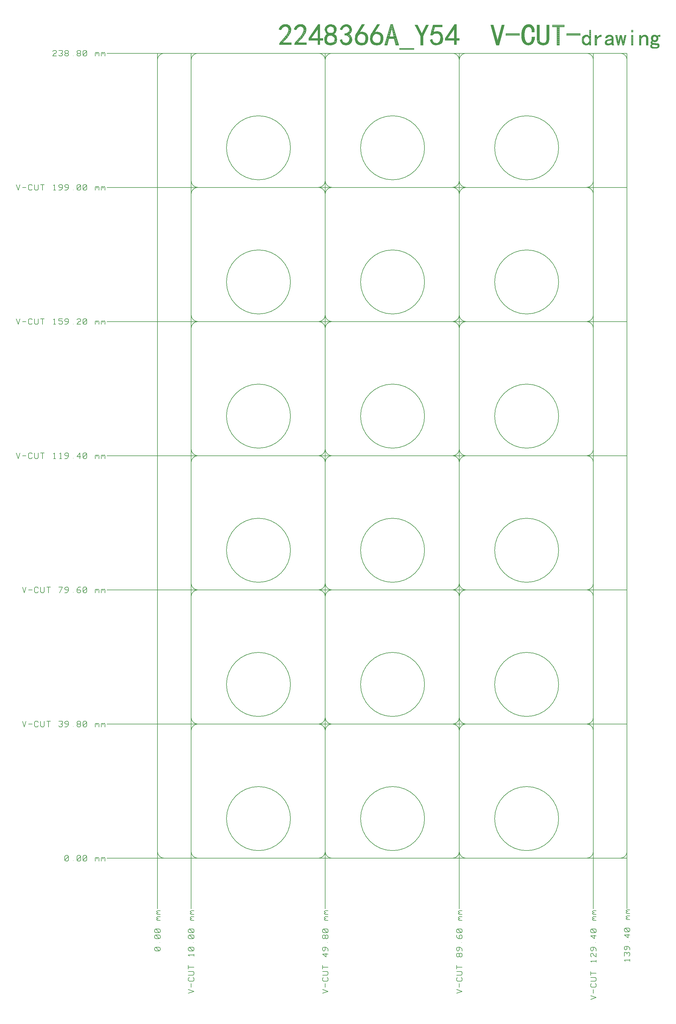
<source format=gbr>
G04 -- output software:jlccam v1.3.0 *
G04 -- dbname:*
G04 -- stepname:set*
G04 -- layer:vcut*
*
G04 -- format*
%FSLAX26Y26*%
%MOIN*%
*
G04 -- apertures*
%ADD10C,0.004764*%
%ADD11C,0.005158*%
%ADD12C,0.005904*%
%ADD13C,0.003976*%
%ADD14C,0.004370*%
%ADD15C,0.008000*%
%ADD16C,0.004000*%
%ADD17C,0.002000*%
%ADD18C,0.001000*%
%ADD19C,0.016000*%
*
G75*
G90*
*
G54D10*
%LPD*%
D10*
X0Y-196850D03*
D11*
Y-393700D03*
G01*
D12*
Y-590551D02*
Y9401574D01*
D10*
X393700Y-196850D03*
D11*
Y-393700D03*
D12*
Y-590551D02*
Y9401574D01*
D10*
X1960607Y-196850D03*
D11*
Y-393700D03*
D12*
Y-590551D02*
Y9401574D01*
D10*
X3527514Y-196850D03*
D11*
Y-393700D03*
D12*
Y-590551D02*
Y9401574D01*
D10*
X5094421Y-196850D03*
D11*
Y-393700D03*
D12*
Y-590551D02*
Y9401574D01*
D10*
X5488122Y-196850D03*
D11*
Y-393700D03*
D12*
Y-590551D02*
Y9401574D01*
X215Y-635097D02*
X-10540Y-624342D01*
X32481Y-836940D02*
X21725Y-826184D01*
X-10540Y-716718D02*
X215Y-705963D01*
X27103Y-984049D02*
Y-984049D01*
X21725Y-897050D02*
X-21295D01*
X21725Y-826184D02*
X-21295D01*
X21725Y-869206D02*
X-21295Y-826184D01*
X215Y-727474D02*
X-10540Y-716718D01*
X32481Y-727474D02*
X215D01*
X-32050Y-836940D02*
Y-858450D01*
X21725Y-940072D02*
X-21295Y-897050D01*
X21725Y-1081804D02*
X32481Y-1071048D01*
X215Y-684452D02*
X32481D01*
X21725Y-940072D02*
X32481Y-929316D01*
Y-907806D01*
X-32050Y-929316D02*
X-21295Y-940072D01*
X215Y-656608D02*
X-10540Y-645852D01*
X-21295Y-897050D02*
X-32050Y-907806D01*
X32481Y-1071048D02*
Y-1049538D01*
X21725Y-1038782D01*
X32481Y-907806D02*
X21725Y-897050D01*
X32481Y-656608D02*
X215D01*
X-10540Y-695208D02*
X215Y-684452D01*
X-32050Y-858450D02*
X-21295Y-869206D01*
X215Y-705963D02*
X-10540Y-695208D01*
X21725Y-1081804D02*
X-21295Y-1038782D01*
X21725D02*
X-21295D01*
Y-869206D02*
X21725D01*
X-32050Y-907806D02*
Y-929316D01*
X-21295Y-1038782D02*
X-32050Y-1049538D01*
Y-1071048D02*
X-21295Y-1081804D01*
Y-940072D02*
X21725D01*
X215Y-613586D02*
X32481D01*
X-32050Y-1049538D02*
Y-1071048D01*
X215Y-635097D02*
X10970D01*
X-10540Y-624342D02*
X215Y-613586D01*
X21725Y-869206D02*
X32481Y-858450D01*
X-10540Y-645852D02*
X215Y-635097D01*
X-21295Y-826184D02*
X-32050Y-836940D01*
X-21295Y-1081804D02*
X21725D01*
X32481Y-858450D02*
Y-836940D01*
X215Y-705963D02*
X10970D01*
X415425Y-1038782D02*
X372404D01*
X361649Y-907806D02*
Y-929316D01*
X372404Y-869206D02*
X415425D01*
X361649Y-1294402D02*
Y-1251380D01*
X426181Y-836940D02*
X415425Y-826184D01*
Y-940072D02*
X372404Y-897050D01*
Y-1038782D02*
X361649Y-1049538D01*
X393915Y-635097D02*
X383159Y-624342D01*
X415425Y-1393112D02*
X426181Y-1403868D01*
X361649Y-1071048D02*
X372404Y-1081804D01*
X415425Y-940072D02*
X426181Y-929316D01*
X393915Y-705963D02*
X404670D01*
X426181Y-1354512D02*
Y-1333002D01*
X393915Y-613586D02*
X426181D01*
X393915Y-684452D02*
X426181D01*
X393915Y-727474D02*
X383159Y-716718D01*
X361649Y-1272891D02*
X426181D01*
X383159Y-716718D02*
X393915Y-705963D01*
X426181Y-727474D02*
X393915D01*
X426181Y-1333002D02*
X415425Y-1322246D01*
X383159Y-645852D02*
X393915Y-635097D01*
X372404Y-1081804D02*
X415425D01*
X372404Y-1141914D02*
X361649Y-1131159D01*
X393915Y-656608D02*
X383159Y-645852D01*
X415425Y-869206D02*
X372404Y-826184D01*
X361649Y-836940D01*
X426181Y-1071048D02*
Y-1049538D01*
X415425Y-826184D02*
X372404D01*
X361649Y-1049538D02*
Y-1071048D01*
X426181Y-858450D02*
Y-836940D01*
X361649Y-1577866D02*
X426181Y-1556355D01*
X415425Y-869206D02*
X426181Y-858450D01*
X372404Y-940072D02*
X415425D01*
X393915Y-635097D02*
X404670D01*
X415425Y-1081804D02*
X372404Y-1038782D01*
X426181Y-1556355D02*
X361649Y-1534844D01*
X426181Y-1425378D02*
X415425Y-1436134D01*
X361649Y-1131159D02*
X426181D01*
X420803Y-984049D02*
Y-984049D01*
X426181Y-656608D02*
X393915D01*
X415425Y-1436134D02*
X372404D01*
X361649Y-1425378D01*
X415425Y-897050D02*
X372404D01*
X361649Y-1403868D02*
X372404Y-1393112D01*
X361649Y-858450D02*
X372404Y-869206D01*
X361649Y-836940D02*
Y-858450D01*
X383159Y-695208D02*
X393915Y-684452D01*
X361649Y-1425378D02*
Y-1403868D01*
Y-1365268D02*
X415425D01*
X426181Y-1354512D01*
Y-1141914D02*
Y-1120404D01*
X415425Y-1322246D02*
X361649D01*
X372404Y-897050D02*
X361649Y-907806D01*
X426181D02*
X415425Y-897050D01*
X361649Y-929316D02*
X372404Y-940072D01*
X383159Y-624342D02*
X393915Y-613586D01*
Y-1507000D02*
Y-1463978D01*
X415425Y-1081804D02*
X426181Y-1071048D01*
X393915Y-705963D02*
X383159Y-695208D01*
X426181Y-1049538D02*
X415425Y-1038782D01*
X426181Y-1403868D02*
Y-1425378D01*
Y-929316D02*
Y-907806D01*
X1950066Y-645852D02*
X1960822Y-635097D01*
X1928556Y-1577866D02*
X1993088Y-1556355D01*
X1960822Y-635097D02*
X1971577D01*
X1950066Y-716718D02*
X1960822Y-705963D01*
X1950066Y-1081804D02*
X1960822Y-1071048D01*
X1928556Y-907806D02*
X1939311Y-897050D01*
X1993088Y-1556355D02*
X1928556Y-1534844D01*
X1971577Y-1152670D02*
Y-1109648D01*
X1939311Y-1436134D02*
X1928556Y-1425378D01*
Y-1049538D02*
Y-1071048D01*
X1982332Y-869206D02*
X1939311Y-826184D01*
X1960822Y-1507000D02*
Y-1463978D01*
X1993088Y-929316D02*
Y-907806D01*
X1928556Y-1365268D02*
X1982332D01*
X1993088Y-1403868D02*
Y-1425378D01*
X1960822Y-705963D02*
X1950066Y-695208D01*
X1982332Y-826184D02*
X1939311D01*
X1982332Y-1393112D02*
X1993088Y-1403868D01*
X1960822Y-929316D02*
X1950066Y-940072D01*
X1982332Y-1322246D02*
X1928556D01*
X1993088Y-1425378D02*
X1982332Y-1436134D01*
X1960822Y-635097D02*
X1950066Y-624342D01*
X1982332Y-1436134D02*
X1939311D01*
X1993088Y-907806D02*
X1982332Y-897050D01*
X1928556Y-1425378D02*
Y-1403868D01*
X1939311Y-1393112D01*
X1982332Y-1365268D02*
X1993088Y-1354512D01*
Y-1333002D01*
X1982332Y-1322246D01*
X1928556Y-1294402D02*
Y-1251380D01*
Y-1272891D02*
X1993088D01*
Y-1120404D02*
X1928556D01*
X1971577Y-1152670D01*
X1993088Y-1081804D02*
Y-1060293D01*
X1971577Y-1038782D01*
X1939311D01*
X1928556Y-1049538D01*
Y-1071048D02*
X1939311Y-1081804D01*
X1950066D01*
X1960822Y-1071048D02*
Y-1038782D01*
X1987710Y-984049D02*
Y-984049D01*
X1928556Y-929316D02*
Y-907806D01*
X1960822Y-929316D02*
Y-907806D01*
X1939311Y-940072D02*
X1950066D01*
X1939311Y-897050D02*
X1950066D01*
X1971577Y-940072D02*
X1982332D01*
X1971577Y-897050D02*
X1982332D01*
X1928556Y-929316D02*
X1939311Y-940072D01*
X1960822Y-907806D02*
X1950066Y-897050D01*
X1960822Y-907806D02*
X1971577Y-897050D01*
X1960822Y-929316D02*
X1971577Y-940072D01*
X1993088Y-929316D02*
X1982332Y-940072D01*
Y-869206D02*
X1993088Y-858450D01*
Y-836940D01*
X1982332Y-826184D01*
X1939311D02*
X1928556Y-836940D01*
Y-858450D01*
X1939311Y-869206D01*
X1982332D01*
X1993088Y-727474D02*
X1960822D01*
X1950066Y-716718D01*
X1960822Y-705963D02*
X1971577D01*
X1950066Y-695208D02*
X1960822Y-684452D01*
X1993088D01*
Y-656608D02*
X1960822D01*
X1950066Y-645852D01*
Y-624342D02*
X1960822Y-613586D01*
X1993088D01*
X3516973Y-624342D02*
X3527729Y-613586D01*
X3506218Y-826184D02*
X3495463Y-836940D01*
X3516973Y-695208D02*
X3527729Y-684452D01*
X3559995Y-1354512D02*
Y-1333002D01*
X3538484Y-1109648D02*
X3549239D01*
X3495463Y-1120404D02*
X3506218Y-1109648D01*
X3495463Y-1141914D02*
X3506218Y-1152670D01*
X3538484Y-897050D02*
X3527729Y-907806D01*
X3495463Y-1141914D02*
Y-1120404D01*
X3559995Y-1403868D02*
Y-1425378D01*
Y-858450D02*
Y-836940D01*
X3516973Y-1081804D02*
X3527729Y-1071048D01*
Y-1120404D02*
X3516973Y-1109648D01*
X3559995Y-1556355D02*
X3495463Y-1534844D01*
X3559995Y-1333002D02*
X3549239Y-1322246D01*
X3506218Y-1081804D02*
X3516973D01*
X3527729Y-1141914D02*
X3516973Y-1152670D01*
X3538484Y-1038782D02*
X3506218D01*
X3527729Y-1120404D02*
X3538484Y-1109648D01*
X3559995Y-1120404D02*
X3549239Y-1109648D01*
X3506218D02*
X3516973D01*
X3559995Y-1081804D02*
Y-1060293D01*
Y-1141914D02*
X3549239Y-1152670D01*
X3495463Y-1071048D02*
X3506218Y-1081804D01*
X3495463Y-1049538D02*
Y-1071048D01*
X3527729D02*
Y-1038782D01*
X3506218D02*
X3495463Y-1049538D01*
X3527729Y-613586D02*
X3559995D01*
X3495463Y-918561D02*
X3516973Y-940072D01*
X3549239D01*
X3559995Y-929316D01*
X3527729Y-635097D02*
X3538484D01*
X3506218Y-1152670D02*
X3516973D01*
X3495463Y-897050D02*
Y-918561D01*
X3527729Y-1141914D02*
X3538484Y-1152670D01*
X3527729Y-656608D02*
X3516973Y-645852D01*
X3527729Y-907806D02*
Y-940072D01*
X3559995Y-907806D02*
X3549239Y-897050D01*
X3516973Y-716718D02*
X3527729Y-705963D01*
Y-684452D02*
X3559995D01*
X3549239Y-897050D02*
X3538484D01*
X3549239Y-869206D02*
X3559995Y-858450D01*
Y-836940D02*
X3549239Y-826184D01*
X3559995Y-929316D02*
Y-907806D01*
X3516973Y-645852D02*
X3527729Y-635097D01*
X3559995Y-727474D02*
X3527729D01*
X3538484Y-1152670D02*
X3549239D01*
X3495463Y-858450D02*
X3506218Y-869206D01*
X3549239D01*
X3506218Y-826184D01*
X3549239Y-1436134D02*
X3506218D01*
X3554617Y-984049D02*
Y-984049D01*
X3527729Y-705963D02*
X3538484D01*
X3549239Y-826184D02*
X3506218D01*
X3527729Y-705963D02*
X3516973Y-695208D01*
X3495463Y-836940D02*
Y-858450D01*
X3559995Y-656608D02*
X3527729D01*
Y-635097D02*
X3516973Y-624342D01*
X3559995Y-1060293D02*
X3538484Y-1038782D01*
X3527729Y-727474D02*
X3516973Y-716718D01*
X3495463Y-1577866D02*
X3559995Y-1556355D01*
X3527729Y-1507000D02*
Y-1463978D01*
X3549239Y-1393112D02*
X3559995Y-1403868D01*
Y-1425378D02*
X3549239Y-1436134D01*
X3506218D02*
X3495463Y-1425378D01*
Y-1403868D01*
X3506218Y-1393112D01*
X3495463Y-1365268D02*
X3549239D01*
X3559995Y-1354512D01*
X3549239Y-1322246D02*
X3495463D01*
Y-1294402D02*
Y-1251380D01*
Y-1272891D02*
X3559995D01*
X3527729Y-1141914D02*
Y-1120404D01*
X3559995Y-1141914D02*
Y-1120404D01*
X5121524Y-984049D02*
Y-984049D01*
X5126902Y-1403868D02*
X5116146Y-1393112D01*
X5073125Y-1152670D02*
X5062370Y-1141914D01*
X5126902Y-1060293D02*
X5105391Y-1038782D01*
X5126902Y-1474734D02*
Y-1496244D01*
X5094636Y-1071048D02*
Y-1038782D01*
Y-656608D02*
X5083880Y-645852D01*
X5073125Y-1081804D02*
X5083880D01*
X5116146Y-1507000D02*
X5073125D01*
X5126902Y-1081804D02*
Y-1060293D01*
X5073125Y-1507000D02*
X5062370Y-1496244D01*
Y-1071048D02*
X5073125Y-1081804D01*
X5062370Y-1496244D02*
Y-1474734D01*
Y-1049538D02*
Y-1071048D01*
X5073125Y-869206D02*
X5116146D01*
X5062370Y-1141914D02*
Y-1120404D01*
X5073125Y-1109648D01*
X5083880Y-1081804D02*
X5094636Y-1071048D01*
Y-1120404D02*
Y-1131159D01*
X5116146Y-869206D02*
X5073125Y-826184D01*
Y-1212780D02*
X5062370Y-1202025D01*
Y-1436134D02*
X5116146D01*
X5062370Y-907806D02*
X5105391Y-940072D01*
X5062370Y-1202025D02*
X5126902D01*
X5083880Y-645852D02*
X5094636Y-635097D01*
X5126902Y-1425378D02*
Y-1403868D01*
X5094636Y-613586D02*
X5126902D01*
X5062370Y-836940D02*
Y-858450D01*
X5094636Y-684452D02*
X5126902D01*
X5083880Y-695208D02*
X5094636Y-684452D01*
X5116146Y-1393112D02*
X5062370D01*
X5105391Y-1038782D02*
X5073125D01*
X5126902Y-727474D02*
X5094636D01*
Y-705963D02*
X5083880Y-695208D01*
X5094636Y-705963D02*
X5105391D01*
X5083880Y-716718D02*
X5094636Y-705963D01*
Y-727474D02*
X5083880Y-716718D01*
X5105391Y-940072D02*
Y-897050D01*
X5126902Y-1212780D02*
Y-1191270D01*
X5116146Y-869206D02*
X5126902Y-858450D01*
X5116146Y-1436134D02*
X5126902Y-1425378D01*
X5062370Y-858450D02*
X5073125Y-869206D01*
X5062370Y-1648732D02*
X5126902Y-1627221D01*
X5073125Y-826184D02*
X5062370Y-836940D01*
X5094636Y-1131159D02*
X5126902Y-1152670D01*
X5083880Y-1109648D02*
X5094636Y-1120404D01*
X5126902Y-656608D02*
X5094636D01*
X5126902Y-1496244D02*
X5116146Y-1507000D01*
Y-826184D02*
X5073125D01*
Y-1038782D02*
X5062370Y-1049538D01*
X5126902Y-907806D02*
X5062370D01*
Y-1474734D02*
X5073125Y-1463978D01*
X5126902Y-836940D02*
X5116146Y-826184D01*
X5083880Y-624342D02*
X5094636Y-613586D01*
X5062370Y-1365268D02*
Y-1322246D01*
X5126902Y-858450D02*
Y-836940D01*
X5094636Y-635097D02*
X5105391D01*
X5126902Y-1152670D02*
Y-1109648D01*
X5073125D02*
X5083880D01*
X5126902Y-1627221D02*
X5062370Y-1605710D01*
X5094636Y-1577866D02*
Y-1534844D01*
X5062370Y-1343757D02*
X5126902D01*
X5094636Y-635097D02*
X5083880Y-624342D01*
X5116146Y-1463978D02*
X5126902Y-1474734D01*
X5477581Y-1071245D02*
X5488337Y-1060489D01*
X5520603Y-716915D02*
X5488337D01*
Y-603027D02*
X5520603D01*
X5477581Y-613783D02*
X5488337Y-603027D01*
X5520603Y-646049D02*
X5488337D01*
X5456071Y-1060489D02*
X5466826Y-1071245D01*
X5520603D02*
Y-1049734D01*
X5488337Y-673893D02*
X5520603D01*
X5477581Y-706159D02*
X5488337Y-695404D01*
X5477581Y-1099089D02*
X5488337Y-1109845D01*
X5456071Y-1038979D02*
Y-1060489D01*
X5477581Y-635293D02*
X5488337Y-624538D01*
Y-716915D02*
X5477581Y-706159D01*
X5488337Y-695404D02*
X5499092D01*
Y-1028223D02*
X5466826D01*
Y-858647D02*
X5509847D01*
X5488337Y-624538D02*
X5499092D01*
X5466826Y-1028223D02*
X5456071Y-1038979D01*
Y-826381D02*
Y-847891D01*
X5466826Y-858647D01*
X5515225Y-973490D02*
Y-973490D01*
X5520603Y-1049734D02*
X5499092Y-1028223D01*
X5520603Y-1131355D02*
X5509847Y-1142111D01*
X5456071Y-1191466D02*
X5520603D01*
Y-1109845D02*
Y-1131355D01*
X5488337Y-1109845D02*
X5499092Y-1099089D01*
X5477581Y-684649D02*
X5488337Y-673893D01*
Y-1109845D02*
Y-1120600D01*
X5520603Y-847891D02*
Y-826381D01*
X5456071Y-1099089D02*
X5477581D01*
X5488337Y-646049D02*
X5477581Y-635293D01*
X5509847Y-858647D02*
X5466826Y-815625D01*
X5499092Y-1099089D02*
X5509847D01*
X5466826Y-815625D02*
X5456071Y-826381D01*
X5488337Y-624538D02*
X5477581Y-613783D01*
X5509847Y-815625D02*
X5466826D01*
X5509847Y-858647D02*
X5520603Y-847891D01*
X5488337Y-695404D02*
X5477581Y-684649D01*
X5520603Y-826381D02*
X5509847Y-815625D01*
X5499092Y-929513D02*
Y-886491D01*
X5456071Y-897247D02*
X5499092Y-929513D01*
X5520603Y-897247D02*
X5456071D01*
X5488337Y-1060489D02*
Y-1028223D01*
X5456071Y-1142111D02*
Y-1099089D01*
X5520603Y-1202221D02*
Y-1180711D01*
X5466826Y-1071245D02*
X5477581D01*
X5466826Y-1202221D02*
X5456071Y-1191466D01*
X5509847Y-1099089D02*
X5520603Y-1109845D01*
D13*
X-196850Y0D03*
D14*
X-393700D03*
D12*
X-590551D02*
X5488122D01*
D13*
X-196850Y1566929D03*
D14*
X-393700D03*
D12*
X-590551D02*
X5488122D01*
D13*
X-196850Y3133858D03*
D14*
X-393700D03*
D12*
X-590551D02*
X5488122D01*
D13*
X-196850Y4700787D03*
D14*
X-393700D03*
D12*
X-590551D02*
X5488122D01*
D13*
X-196850Y6267716D03*
D14*
X-393700D03*
D12*
X-590551D02*
X5488122D01*
D13*
X-196850Y7834645D03*
D14*
X-393700D03*
D12*
X-590551D02*
X5488122D01*
D13*
X-196850Y9401574D03*
D14*
X-393700D03*
D12*
X-590551D02*
X5488122D01*
X-940072Y21295D02*
Y-21725D01*
X-1081804D02*
X-1038782Y21295D01*
X-1049538Y-32481D02*
X-1038782Y-21725D01*
Y21295D02*
X-1049538Y32050D01*
X-1081804Y-21725D02*
X-1071048Y-32481D01*
X-624342Y10540D02*
X-613586Y-215D01*
X-645852Y10540D02*
X-635097Y-215D01*
X-1049538Y32050D02*
X-1071048D01*
X-1038782Y-21725D02*
Y21295D01*
X-716718Y10540D02*
X-705963Y-215D01*
X-940072Y-21725D02*
X-897050Y21295D01*
X-836940Y32050D02*
X-858450D01*
X-826184Y-21725D02*
Y21295D01*
X-907806Y-32481D02*
X-897050Y-21725D01*
X-684452Y-215D02*
Y-32481D01*
X-869206Y-21725D02*
X-826184Y21295D01*
X-858450Y-32481D02*
X-836940D01*
X-656608D02*
Y-215D01*
X-727474Y-32481D02*
Y-215D01*
X-1071048Y-32481D02*
X-1049538D01*
X-613586Y-215D02*
Y-32481D01*
X-929316D02*
X-907806D01*
Y32050D02*
X-929316D01*
X-897050Y21295D02*
X-907806Y32050D01*
X-869206Y21295D02*
Y-21725D01*
X-1081804Y21295D02*
Y-21725D01*
X-929316Y32050D02*
X-940072Y21295D01*
X-836940Y-32481D02*
X-826184Y-21725D01*
X-897050D02*
Y21295D01*
X-727474Y-215D02*
X-716718Y10540D01*
X-705963Y-215D02*
X-695208Y10540D01*
X-940072Y-21725D02*
X-929316Y-32481D01*
X-705963Y-215D02*
Y-10970D01*
X-869206Y-21725D02*
X-858450Y-32481D01*
X-1071048Y32050D02*
X-1081804Y21295D01*
X-635097Y-215D02*
X-624342Y10540D01*
X-858450Y32050D02*
X-869206Y21295D01*
X-984049Y-27103D02*
Y-27103D01*
X-656608Y-215D02*
X-645852Y10540D01*
X-635097Y-215D02*
Y-10970D01*
X-826184Y21295D02*
X-836940Y32050D01*
X-695208Y10540D02*
X-684452Y-215D01*
X-635097Y1566712D02*
Y1555957D01*
Y1566712D02*
X-624342Y1577468D01*
X-1071048Y1566712D02*
X-1038782D01*
X-613586D02*
Y1534447D01*
X-656608D02*
Y1566712D01*
X-1109648Y1598978D02*
Y1577468D01*
X-1322246Y1545202D02*
Y1598978D01*
X-929316Y1566712D02*
X-940072Y1555957D01*
X-1403868Y1598978D02*
X-1393112Y1588223D01*
X-940072D02*
Y1577468D01*
X-684452Y1566712D02*
Y1534447D01*
X-858450D02*
X-836940D01*
X-1152670Y1598978D02*
X-1109648D01*
X-1425378D02*
X-1403868D01*
X-705963Y1566712D02*
X-695208Y1577468D01*
X-1354512Y1534447D02*
X-1333002D01*
X-1393112Y1545202D02*
X-1403868Y1534447D01*
X-929316Y1566712D02*
X-907806D01*
X-1081804Y1534447D02*
X-1060293D01*
X-716718Y1577468D02*
X-705963Y1566712D01*
X-897050Y1588223D02*
Y1577468D01*
X-1109648Y1545202D02*
X-1120404Y1534447D01*
X-624342Y1577468D02*
X-613586Y1566712D01*
X-869206Y1545202D02*
X-826184Y1588223D01*
X-1120404Y1566712D02*
X-1109648Y1555957D01*
X-1272891Y1598978D02*
Y1534447D01*
X-897050Y1555957D02*
Y1545202D01*
X-929316Y1566712D02*
X-940072Y1577468D01*
X-1436134Y1588223D02*
X-1425378Y1598978D01*
X-929316Y1534447D02*
X-907806D01*
X-984049Y1539824D02*
Y1539824D01*
X-1081804Y1577468D02*
X-1071048Y1566712D01*
X-1425378Y1534447D02*
X-1436134Y1545202D01*
X-907806Y1534447D02*
X-897050Y1545202D01*
X-869206D02*
X-858450Y1534447D01*
X-907806Y1566712D02*
X-897050Y1577468D01*
X-695208D02*
X-684452Y1566712D01*
X-1071048Y1598978D02*
X-1081804Y1588223D01*
X-1577866Y1598978D02*
X-1556355Y1534447D01*
X-1109648Y1577468D02*
X-1120404Y1566712D01*
X-1141914Y1534447D02*
X-1152670Y1545202D01*
X-1049538Y1598978D02*
X-1071048D01*
X-940072Y1555957D02*
Y1545202D01*
X-858450Y1598978D02*
X-869206Y1588223D01*
X-1120404Y1566712D02*
X-1131159D01*
X-929316Y1598978D02*
X-907806D01*
X-1556355Y1534447D02*
X-1534844Y1598978D01*
X-1507000Y1566712D02*
X-1463978D01*
X-1436134Y1545202D02*
Y1588223D01*
X-1365268Y1598978D02*
Y1545202D01*
X-1354512Y1534447D01*
X-1333002D02*
X-1322246Y1545202D01*
X-1294402Y1598978D02*
X-1251380D01*
X-1109648Y1555957D02*
Y1545202D01*
X-1120404Y1534447D02*
X-1141914D01*
X-1060293D02*
X-1038782Y1555957D01*
Y1588223D01*
X-1049538Y1598978D01*
X-1081804Y1588223D02*
Y1577468D01*
X-907806Y1598978D02*
X-897050Y1588223D01*
X-929316Y1598978D02*
X-940072Y1588223D01*
X-869206D02*
Y1545202D01*
X-836940Y1598978D02*
X-858450D01*
X-907806Y1566712D02*
X-897050Y1555957D01*
X-929316Y1534447D02*
X-940072Y1545202D01*
X-836940Y1534447D02*
X-826184Y1545202D01*
Y1588223D01*
X-836940Y1598978D01*
X-727474Y1534447D02*
Y1566712D01*
X-716718Y1577468D01*
X-705963Y1566712D02*
Y1555957D01*
X-656608Y1566712D02*
X-645852Y1577468D01*
X-635097Y1566712D01*
X-1403868Y1534447D02*
X-1425378D01*
X-826184Y3155152D02*
X-836940Y3165907D01*
X-897050Y3112131D02*
Y3122886D01*
X-613586Y3133641D02*
Y3101376D01*
X-716718Y3144397D02*
X-705963Y3133641D01*
X-836940Y3101376D02*
X-826184Y3112131D01*
X-1403868Y3165907D02*
X-1393112Y3155152D01*
X-1436134Y3112131D02*
Y3155152D01*
X-624342Y3144397D02*
X-613586Y3133641D01*
X-635097D02*
Y3122886D01*
X-645852Y3144397D02*
X-635097Y3133641D01*
X-1425378Y3101376D02*
X-1436134Y3112131D01*
X-929316Y3101376D02*
X-907806D01*
X-897050Y3122886D02*
X-907806Y3133641D01*
X-695208Y3144397D02*
X-684452Y3133641D01*
X-1403868Y3101376D02*
X-1425378D01*
X-705963Y3133641D02*
Y3122886D01*
X-1038782D02*
Y3155152D01*
X-727474Y3133641D02*
X-716718Y3144397D01*
X-727474Y3101376D02*
Y3133641D01*
X-858450Y3165907D02*
X-869206Y3155152D01*
X-836940Y3165907D02*
X-858450D01*
X-826184Y3112131D02*
Y3155152D01*
X-1393112Y3112131D02*
X-1403868Y3101376D01*
X-1071048Y3165907D02*
X-1081804Y3155152D01*
X-869206Y3112131D02*
X-858450Y3101376D01*
X-907806Y3133641D02*
X-940072D01*
X-907806Y3101376D02*
X-897050Y3112131D01*
X-1081804Y3144397D02*
X-1071048Y3133641D01*
X-940072Y3144397D02*
Y3112131D01*
X-897050Y3165907D02*
X-918561D01*
X-1049538D02*
X-1071048D01*
Y3133641D02*
X-1038782D01*
X-1507000D02*
X-1463978D01*
X-1038782Y3155152D02*
X-1049538Y3165907D01*
X-1577866D02*
X-1556355Y3101376D01*
X-1109648Y3165907D02*
X-1141914Y3101376D01*
X-1060293D02*
X-1038782Y3122886D01*
X-1081804Y3101376D02*
X-1060293D01*
X-984049Y3106753D02*
Y3106753D01*
X-858450Y3101376D02*
X-836940D01*
X-1272891Y3165907D02*
Y3101376D01*
X-1425378Y3165907D02*
X-1403868D01*
X-1294402D02*
X-1251380D01*
X-1322246Y3112131D02*
Y3165907D01*
X-869206Y3155152D02*
Y3112131D01*
X-1365268Y3165907D02*
Y3112131D01*
X-1333002Y3101376D02*
X-1322246Y3112131D01*
X-1436134Y3155152D02*
X-1425378Y3165907D01*
X-1354512Y3101376D02*
X-1333002D01*
X-656608D02*
Y3133641D01*
X-940072Y3112131D02*
X-929316Y3101376D01*
X-869206Y3112131D02*
X-826184Y3155152D01*
X-1081804D02*
Y3144397D01*
X-635097Y3133641D02*
X-624342Y3144397D01*
X-1556355Y3101376D02*
X-1534844Y3165907D01*
X-656608Y3133641D02*
X-645852Y3144397D01*
X-684452Y3133641D02*
Y3101376D01*
X-705963Y3133641D02*
X-695208Y3144397D01*
X-1152670Y3165907D02*
X-1109648D01*
X-1365268Y3112131D02*
X-1354512Y3101376D01*
X-918561Y3165907D02*
X-940072Y3144397D01*
X-984049Y4673682D02*
Y4673682D01*
X-1038782Y4689815D02*
Y4722081D01*
X-1081804Y4668305D02*
X-1060293D01*
X-1507000Y4722081D02*
X-1496244Y4732836D01*
X-1474734D02*
X-1463978Y4722081D01*
X-1436134Y4679060D02*
X-1425378Y4668305D01*
X-1049538Y4732836D02*
X-1071048D01*
X-656608Y4668305D02*
Y4700570D01*
X-858450Y4732836D02*
X-869206Y4722081D01*
Y4679060D02*
X-826184Y4722081D01*
X-727474Y4668305D02*
Y4700570D01*
X-613586D02*
Y4668305D01*
X-1425378D02*
X-1403868D01*
X-907806Y4732836D02*
X-940072Y4689815D01*
X-1393112Y4679060D02*
Y4732836D01*
X-1343757D02*
Y4668305D01*
X-1365268Y4732836D02*
X-1322246D01*
X-1071048D02*
X-1081804Y4722081D01*
Y4711326D02*
X-1071048Y4700570D01*
X-1648732Y4732836D02*
X-1627221Y4668305D01*
X-1507000Y4679060D02*
Y4722081D01*
X-869206D02*
Y4679060D01*
X-1202025Y4732836D02*
Y4668305D01*
X-1060293D02*
X-1038782Y4689815D01*
X-716718Y4711326D02*
X-705963Y4700570D01*
X-1131159Y4732836D02*
Y4668305D01*
X-1212780D02*
X-1191270D01*
X-727474Y4700570D02*
X-716718Y4711326D01*
X-907806Y4668305D02*
Y4732836D01*
X-1141914Y4722081D02*
X-1131159Y4732836D01*
X-1071048Y4700570D02*
X-1038782D01*
X-695208Y4711326D02*
X-684452Y4700570D01*
X-705963D02*
X-695208Y4711326D01*
X-1436134Y4732836D02*
Y4679060D01*
X-940072Y4689815D02*
X-897050D01*
X-836940Y4732836D02*
X-858450D01*
X-869206Y4679060D02*
X-858450Y4668305D01*
X-836940D01*
X-624342Y4711326D02*
X-613586Y4700570D01*
X-836940Y4668305D02*
X-826184Y4679060D01*
X-1496244Y4732836D02*
X-1474734D01*
X-826184Y4679060D02*
Y4722081D01*
X-705963Y4700570D02*
Y4689815D01*
X-1627221Y4668305D02*
X-1605710Y4732836D01*
X-826184Y4722081D02*
X-836940Y4732836D01*
X-635097Y4700570D02*
X-624342Y4711326D01*
X-635097Y4700570D02*
Y4689815D01*
X-1403868Y4668305D02*
X-1393112Y4679060D01*
X-1212780Y4722081D02*
X-1202025Y4732836D01*
X-1141914Y4668305D02*
X-1120404D01*
X-1038782Y4722081D02*
X-1049538Y4732836D01*
X-1081804Y4722081D02*
Y4711326D01*
X-645852D02*
X-635097Y4700570D01*
X-656608D02*
X-645852Y4711326D01*
X-1577866Y4700570D02*
X-1534844D01*
X-1463978Y4679060D02*
X-1474734Y4668305D01*
X-1496244D01*
X-1507000Y4679060D01*
X-684452Y4700570D02*
Y4668305D01*
X-869206Y6289010D02*
Y6245989D01*
X-858450Y6299765D02*
X-869206Y6289010D01*
X-1109648Y6267499D02*
Y6245989D01*
X-1436134Y6299765D02*
Y6245989D01*
X-1496244Y6235234D02*
X-1507000Y6245989D01*
X-1474734Y6235234D02*
X-1496244D01*
X-705963Y6267499D02*
X-695208Y6278255D01*
X-1463978Y6245989D02*
X-1474734Y6235234D01*
X-727474D02*
Y6267499D01*
X-1577866D02*
X-1534844D01*
X-1343757Y6299765D02*
Y6235234D01*
X-1109648Y6245989D02*
X-1120404Y6235234D01*
X-869206Y6245989D02*
X-826184Y6289010D01*
X-1627221Y6235234D02*
X-1605710Y6299765D01*
X-1648732D02*
X-1627221Y6235234D01*
X-1212780Y6289010D02*
X-1202025Y6299765D01*
X-716718Y6278255D02*
X-705963Y6267499D01*
X-727474D02*
X-716718Y6278255D01*
X-1120404D02*
X-1109648Y6267499D01*
Y6299765D02*
X-1152670D01*
X-1081804Y6278255D02*
X-1071048Y6267499D01*
X-1049538Y6299765D02*
X-1071048D01*
X-695208Y6278255D02*
X-684452Y6267499D01*
X-656608Y6235234D02*
Y6267499D01*
X-1365268Y6299765D02*
X-1322246D01*
X-645852Y6278255D02*
X-635097Y6267499D01*
X-624342Y6278255D01*
X-1071048Y6267499D02*
X-1038782D01*
X-613586D02*
Y6235234D01*
X-1425378D02*
X-1403868D01*
X-684452Y6267499D02*
Y6235234D01*
X-984049Y6240611D02*
Y6240611D01*
X-1436134Y6245989D02*
X-1425378Y6235234D01*
X-1081804Y6289010D02*
Y6278255D01*
X-940072Y6289010D02*
X-929316Y6299765D01*
X-1071048D02*
X-1081804Y6289010D01*
X-826184Y6245989D02*
Y6289010D01*
X-1038782Y6256744D02*
Y6289010D01*
X-907806Y6299765D02*
X-897050Y6289010D01*
Y6278255D01*
X-1474734Y6299765D02*
X-1463978Y6289010D01*
X-929316Y6299765D02*
X-907806D01*
X-1212780Y6235234D02*
X-1191270D01*
X-897050Y6278255D02*
X-907806Y6267499D01*
X-1141914Y6235234D02*
X-1152670Y6245989D01*
X-1393112D02*
Y6299765D01*
X-705963Y6267499D02*
Y6256744D01*
X-869206Y6245989D02*
X-858450Y6235234D01*
X-656608Y6267499D02*
X-645852Y6278255D01*
X-1152670Y6299765D02*
Y6278255D01*
X-1038782Y6289010D02*
X-1049538Y6299765D01*
X-907806Y6267499D02*
X-918561D01*
X-940072Y6235234D01*
X-1081804D02*
X-1060293D01*
X-940072D02*
X-897050D01*
X-1060293D02*
X-1038782Y6256744D01*
X-836940Y6235234D02*
X-826184Y6245989D01*
X-1120404Y6235234D02*
X-1141914D01*
X-1152670Y6278255D02*
X-1120404D01*
X-624342D02*
X-613586Y6267499D01*
X-858450Y6235234D02*
X-836940D01*
X-635097Y6267499D02*
Y6256744D01*
X-826184Y6289010D02*
X-836940Y6299765D01*
X-858450D01*
X-1496244D02*
X-1474734D01*
X-1507000Y6289010D02*
X-1496244Y6299765D01*
X-1202025D02*
Y6235234D01*
X-1403868D02*
X-1393112Y6245989D01*
X-1507000D02*
Y6289010D01*
X-727474Y7834428D02*
X-716718Y7845184D01*
X-869206Y7855939D02*
Y7812918D01*
X-826184D02*
Y7855939D01*
X-836940Y7802163D02*
X-826184Y7812918D01*
X-1393112D02*
Y7866694D01*
X-1496244Y7802163D02*
X-1507000Y7812918D01*
X-858450Y7802163D02*
X-836940D01*
X-929316Y7866694D02*
X-940072Y7855939D01*
X-1141914Y7866694D02*
X-1152670Y7855939D01*
X-826184D02*
X-836940Y7866694D01*
X-727474Y7802163D02*
Y7834428D01*
X-1071048D02*
X-1038782D01*
X-897050Y7812918D02*
Y7855939D01*
X-940072Y7812918D02*
X-929316Y7802163D01*
X-984049Y7807540D02*
Y7807540D01*
X-1081804Y7845184D02*
X-1071048Y7834428D01*
X-1049538Y7866694D02*
X-1071048D01*
X-1152670Y7845184D02*
X-1141914Y7834428D01*
X-1038782Y7823673D02*
Y7855939D01*
X-1202025Y7866694D02*
Y7802163D01*
X-940072Y7812918D02*
X-897050Y7855939D01*
X-1109648D02*
X-1120404Y7866694D01*
X-907806D02*
X-929316D01*
X-645852Y7845184D02*
X-635097Y7834428D01*
X-1109648Y7823673D02*
Y7855939D01*
X-1131159Y7802163D02*
X-1109648Y7823673D01*
X-1463978Y7812918D02*
X-1474734Y7802163D01*
X-1212780D02*
X-1191270D01*
X-1212780Y7855939D02*
X-1202025Y7866694D01*
X-1365268D02*
X-1322246D01*
X-1403868Y7802163D02*
X-1393112Y7812918D01*
X-1152670Y7802163D02*
X-1131159D01*
X-1343757Y7866694D02*
Y7802163D01*
X-1436134Y7812918D02*
X-1425378Y7802163D01*
X-940072Y7855939D02*
Y7812918D01*
X-1120404Y7866694D02*
X-1141914D01*
X-1496244D02*
X-1474734D01*
X-1648732D02*
X-1627221Y7802163D01*
X-1038782Y7855939D02*
X-1049538Y7866694D01*
X-1507000Y7855939D02*
X-1496244Y7866694D01*
X-1060293Y7802163D02*
X-1038782Y7823673D01*
X-1507000Y7812918D02*
Y7855939D01*
X-1081804D02*
Y7845184D01*
X-1577866Y7834428D02*
X-1534844D01*
X-1425378Y7802163D02*
X-1403868D01*
X-1627221D02*
X-1605710Y7866694D01*
X-716718Y7845184D02*
X-705963Y7834428D01*
X-929316Y7802163D02*
X-907806D01*
X-1141914Y7834428D02*
X-1109648D01*
X-897050Y7855939D02*
X-907806Y7866694D01*
X-836940D02*
X-858450D01*
X-1474734Y7802163D02*
X-1496244D01*
X-869206Y7812918D02*
X-858450Y7802163D01*
X-1436134Y7866694D02*
Y7812918D01*
X-858450Y7866694D02*
X-869206Y7855939D01*
X-1081804Y7802163D02*
X-1060293D01*
X-1474734Y7866694D02*
X-1463978Y7855939D01*
X-907806Y7802163D02*
X-897050Y7812918D01*
X-635097Y7834428D02*
X-624342Y7845184D01*
X-1071048Y7866694D02*
X-1081804Y7855939D01*
X-869206Y7812918D02*
X-826184Y7855939D01*
X-1152670D02*
Y7845184D01*
X-624342D02*
X-613586Y7834428D01*
X-705963D02*
Y7823673D01*
Y7834428D02*
X-695208Y7845184D01*
X-684452Y7834428D01*
Y7802163D01*
X-656608D02*
Y7834428D01*
X-645852Y7845184D01*
X-635097Y7834428D02*
Y7823673D01*
X-613586Y7834428D02*
Y7802163D01*
X-907806Y9401357D02*
X-897050Y9412113D01*
X-1152670Y9433623D02*
X-1109648D01*
X-929316D02*
X-907806D01*
X-1071048D02*
X-1049538D01*
X-695208Y9412113D02*
X-684452Y9401357D01*
X-1180514Y9412113D02*
X-1191270Y9401357D01*
X-1180514Y9422868D02*
Y9412113D01*
X-1049538Y9401357D02*
X-1038782Y9412113D01*
X-656608Y9401357D02*
X-645852Y9412113D01*
X-727474Y9369092D02*
Y9401357D01*
X-1081804Y9422868D02*
Y9412113D01*
X-1109648Y9379847D02*
X-1120404Y9369092D01*
X-826184Y9422868D02*
X-836940Y9433623D01*
X-1049538Y9369092D02*
X-1038782Y9379847D01*
X-624342Y9412113D02*
X-613586Y9401357D01*
X-635097D02*
X-624342Y9412113D01*
X-1038782Y9390602D02*
Y9379847D01*
X-1191270Y9433623D02*
X-1180514Y9422868D01*
X-907806Y9401357D02*
X-897050Y9390602D01*
X-869206Y9422868D02*
Y9379847D01*
X-705963Y9401357D02*
Y9390602D01*
X-1120404Y9401357D02*
X-1131159D01*
X-1212780Y9433623D02*
X-1191270D01*
X-1071048Y9369092D02*
X-1081804Y9379847D01*
X-1049538Y9401357D02*
X-1038782Y9390602D01*
X-836940Y9433623D02*
X-858450D01*
X-1071048Y9369092D02*
X-1049538D01*
X-705963Y9401357D02*
X-695208Y9412113D01*
X-645852D02*
X-635097Y9401357D01*
X-929316D02*
X-940072Y9390602D01*
X-929316Y9369092D02*
X-940072Y9379847D01*
X-929316Y9369092D02*
X-907806D01*
X-1120404D02*
X-1141914D01*
X-907806D02*
X-897050Y9379847D01*
X-1223536Y9422868D02*
X-1212780Y9433623D01*
X-1191270Y9401357D02*
X-1202025D01*
X-1223536Y9369092D01*
X-1180514D01*
X-1109648Y9433623D02*
Y9412113D01*
X-1120404Y9401357D01*
X-1109648Y9390602D01*
Y9379847D01*
X-1141914Y9369092D02*
X-1152670Y9379847D01*
X-1071048Y9401357D02*
X-1049538D01*
X-869206Y9379847D02*
X-826184Y9422868D01*
X-1038782D02*
Y9412113D01*
X-1081804Y9390602D02*
Y9379847D01*
X-1049538Y9433623D02*
X-1038782Y9422868D01*
X-1071048Y9433623D02*
X-1081804Y9422868D01*
X-1071048Y9401357D02*
X-1081804Y9412113D01*
X-1071048Y9401357D02*
X-1081804Y9390602D01*
X-984049Y9374469D02*
Y9374469D01*
X-929316Y9401357D02*
X-907806D01*
X-940072Y9422868D02*
Y9412113D01*
X-897050Y9422868D02*
Y9412113D01*
X-940072Y9390602D02*
Y9379847D01*
X-897050Y9390602D02*
Y9379847D01*
X-907806Y9433623D02*
X-897050Y9422868D01*
X-929316Y9433623D02*
X-940072Y9422868D01*
X-929316Y9401357D02*
X-940072Y9412113D01*
X-869206Y9379847D02*
X-858450Y9369092D01*
X-836940D01*
X-826184Y9379847D01*
Y9422868D01*
X-858450Y9433623D02*
X-869206Y9422868D01*
X-727474Y9401357D02*
X-716718Y9412113D01*
X-705963Y9401357D01*
X-684452D02*
Y9369092D01*
X-656608D02*
Y9401357D01*
X-635097D02*
Y9390602D01*
X-613586Y9401357D02*
Y9369092D01*
D15*
X4460712Y9730601D02*
X4438341D01*
X4572074D02*
X4549702D01*
X4460712Y9722701D02*
X4438341D01*
X4572074D02*
X4549702D01*
X4460712Y9714801D02*
X4438341D01*
X4572074D02*
X4549702D01*
X4460712Y9706901D02*
X4438341D01*
X4572074D02*
X4549702D01*
X4460712Y9699001D02*
X4438341D01*
X4572074D02*
X4549702D01*
X4460712Y9691101D02*
X4438341D01*
X4572074D02*
X4549702D01*
X4460712Y9683201D02*
X4438341D01*
X4572074D02*
X4549702D01*
X4460712Y9675301D02*
X4438341D01*
X4572074D02*
X4549702D01*
X4460712Y9667401D02*
X4438341D01*
X4572074D02*
X4549702D01*
X4460712Y9659501D02*
X4438341D01*
X4572074D02*
X4549702D01*
X4460712Y9651601D02*
X4438341D01*
X4572074D02*
X4549702D01*
X4460712Y9643701D02*
X4438341D01*
X4572073D02*
X4549702D01*
X4460712Y9635801D02*
X4438341D01*
X4572073D02*
X4549702D01*
X4460712Y9627901D02*
X4438341D01*
X4572073D02*
X4549702D01*
X4460712Y9620001D02*
X4438341D01*
X4572073D02*
X4549702D01*
X4460712Y9612101D02*
X4438341D01*
X4572073D02*
X4549702D01*
X4460712Y9604201D02*
X4438341D01*
X4572073D02*
X4549702D01*
X4460712Y9596301D02*
X4438341D01*
X4572073D02*
X4549702D01*
X4460712Y9588401D02*
X4438341D01*
X4572073D02*
X4549702D01*
X4460712Y9580501D02*
X4438341D01*
X4572073D02*
X4549702D01*
X4460712Y9572601D02*
X4438341D01*
X4572073D02*
X4549702D01*
X4460720Y9564701D02*
X4438388D01*
X4572015D02*
X4549644D01*
X4460929Y9556801D02*
X4438769D01*
X4571487D02*
X4549082D01*
X4461876Y9548901D02*
X4439657D01*
X4570379D02*
X4547774D01*
X4464326Y9541001D02*
X4441272D01*
X4568598D02*
X4545335D01*
X4469304Y9533101D02*
X4443958D01*
X4565900D02*
X4540974D01*
X4481587Y9525201D02*
X4448441D01*
X4561762D02*
X4532512D01*
X4554556Y9517301D02*
X4455946D01*
X4543023Y9509401D02*
X4467905D01*
X4510538Y9501615D02*
X4515561Y9501943D01*
X4520207Y9502464D01*
X4524552Y9503173D01*
X4528596Y9504046D01*
X4532337Y9505066D01*
X4535830Y9506228D01*
X4539061Y9507506D01*
X4542072Y9508896D01*
X4544860Y9510376D01*
X4547453Y9511940D01*
X4549858Y9513567D01*
X4552115Y9515264D01*
X4554224Y9517003D01*
X4556202Y9518781D01*
X4558015Y9520535D01*
X4559657Y9522335D01*
X4561185Y9524320D01*
X4562626Y9526520D01*
X4563987Y9528942D01*
X4565245Y9531533D01*
X4566416Y9534335D01*
X4567470Y9537262D01*
X4568430Y9540364D01*
X4569278Y9543584D01*
X4570016Y9546912D01*
X4570637Y9550310D01*
X4571158Y9553865D01*
X4571555Y9557404D01*
X4571843Y9561048D01*
X4572015Y9564695D01*
X4572073Y9568429D01*
X4572074Y9731409D01*
X4549702D01*
Y9568320D01*
X4549641Y9564524D01*
X4549464Y9560935D01*
X4549184Y9557637D01*
X4548787Y9554393D01*
X4548313Y9551507D01*
X4548298Y9551425D01*
X4547740Y9548736D01*
X4547720Y9548647D01*
X4547083Y9546150D01*
X4547058Y9546059D01*
X4546347Y9543737D01*
X4546316Y9543643D01*
X4545543Y9541500D01*
X4545504Y9541403D01*
X4544670Y9539424D01*
X4544624Y9539322D01*
X4543737Y9537508D01*
X4543685Y9537410D01*
X4542756Y9535750D01*
X4542694Y9535647D01*
X4541726Y9534138D01*
X4541659Y9534041D01*
X4540665Y9532676D01*
X4540590Y9532579D01*
X4539568Y9531344D01*
X4539483Y9531248D01*
X4538448Y9530147D01*
X4538360Y9530059D01*
X4536370Y9528191D01*
X4536271Y9528104D01*
X4534266Y9526457D01*
X4534157Y9526374D01*
X4532147Y9524941D01*
X4532028Y9524863D01*
X4530007Y9523630D01*
X4529884Y9523560D01*
X4527863Y9522516D01*
X4527736Y9522456D01*
X4525709Y9521581D01*
X4525583Y9521532D01*
X4523563Y9520819D01*
X4523441Y9520780D01*
X4521424Y9520211D01*
X4521310Y9520182D01*
X4519299Y9519740D01*
X4519196Y9519720D01*
X4517204Y9519391D01*
X4517113Y9519378D01*
X4515129Y9519143D01*
X4513024Y9518975D01*
X4511025Y9518879D01*
X4509055Y9518830D01*
X4507117Y9518813D01*
X4505117Y9518812D01*
X4503130Y9518873D01*
X4503015Y9518879D01*
X4501002Y9519057D01*
X4500891Y9519070D01*
X4498893Y9519359D01*
X4498797Y9519375D01*
X4496806Y9519763D01*
X4496719Y9519782D01*
X4494660Y9520281D01*
X4492620Y9520862D01*
X4490598Y9521518D01*
X4488594Y9522237D01*
X4486603Y9523015D01*
X4484631Y9523838D01*
X4482668Y9524703D01*
X4480721Y9525600D01*
X4478788Y9526520D01*
X4476862Y9527459D01*
X4474949Y9528406D01*
X4472729Y9529516D01*
X4472160Y9529940D01*
X4470091Y9532146D01*
X4470002Y9532248D01*
X4468351Y9534267D01*
X4468263Y9534382D01*
X4466826Y9536424D01*
X4466744Y9536551D01*
X4465507Y9538625D01*
X4465434Y9538759D01*
X4464386Y9540868D01*
X4464324Y9541005D01*
X4463453Y9543147D01*
X4463404Y9543280D01*
X4462690Y9545469D01*
X4462653Y9545597D01*
X4462086Y9547825D01*
X4462060Y9547941D01*
X4461624Y9550212D01*
X4461607Y9550310D01*
X4461279Y9552637D01*
X4461269Y9552722D01*
X4461031Y9555174D01*
X4460874Y9557676D01*
X4460780Y9560235D01*
X4460732Y9562864D01*
X4460715Y9565568D01*
X4460712Y9568364D01*
Y9731409D01*
X4438341D01*
Y9568418D01*
X4438399Y9563845D01*
X4438573Y9559559D01*
X4438861Y9555507D01*
X4439260Y9551696D01*
X4439772Y9548095D01*
X4440393Y9544720D01*
X4441130Y9541510D01*
X4441957Y9538552D01*
X4442902Y9535748D01*
X4443947Y9533125D01*
X4445091Y9530679D01*
X4446334Y9528396D01*
X4447683Y9526251D01*
X4449134Y9524240D01*
X4450693Y9522349D01*
X4452356Y9520580D01*
X4455081Y9518018D01*
X4457904Y9515678D01*
X4460831Y9513542D01*
X4463835Y9511616D01*
X4466962Y9509862D01*
X4470130Y9508313D01*
X4473394Y9506935D01*
X4476748Y9505722D01*
X4480130Y9504685D01*
X4483584Y9503805D01*
X4487133Y9503069D01*
X4490658Y9502491D01*
X4494254Y9502050D01*
X4497905Y9501740D01*
X4501553Y9501560D01*
X4505186Y9501501D01*
X4510538Y9501615D01*
D16*
X4462712Y9729602D02*
X4436341D01*
X4574074D02*
X4547702D01*
X4462712Y9725702D02*
X4436341D01*
X4574074D02*
X4547702D01*
X4462712Y9721802D02*
X4436341D01*
X4574074D02*
X4547702D01*
X4462712Y9717902D02*
X4436341D01*
X4574074D02*
X4547702D01*
X4462712Y9714002D02*
X4436341D01*
X4574074D02*
X4547702D01*
X4462712Y9710102D02*
X4436341D01*
X4574074D02*
X4547702D01*
X4462712Y9706202D02*
X4436341D01*
X4574074D02*
X4547702D01*
X4462712Y9702302D02*
X4436341D01*
X4574074D02*
X4547702D01*
X4462712Y9698402D02*
X4436341D01*
X4574074D02*
X4547702D01*
X4462712Y9694502D02*
X4436341D01*
X4574074D02*
X4547702D01*
X4462712Y9690602D02*
X4436341D01*
X4574074D02*
X4547702D01*
X4462712Y9686702D02*
X4436341D01*
X4574074D02*
X4547702D01*
X4462712Y9682802D02*
X4436341D01*
X4574074D02*
X4547702D01*
X4462712Y9678902D02*
X4436341D01*
X4574074D02*
X4547702D01*
X4462712Y9675002D02*
X4436341D01*
X4574074D02*
X4547702D01*
X4462712Y9671102D02*
X4436341D01*
X4574074D02*
X4547702D01*
X4462712Y9667202D02*
X4436341D01*
X4574074D02*
X4547702D01*
X4462712Y9663302D02*
X4436341D01*
X4574074D02*
X4547702D01*
X4462712Y9659402D02*
X4436341D01*
X4574074D02*
X4547702D01*
X4462712Y9655502D02*
X4436341D01*
X4574074D02*
X4547702D01*
X4462712Y9651602D02*
X4436341D01*
X4574074D02*
X4547702D01*
X4462712Y9647702D02*
X4436341D01*
X4574073D02*
X4547702D01*
X4462712Y9643802D02*
X4436341D01*
X4574073D02*
X4547702D01*
X4462712Y9639902D02*
X4436341D01*
X4574073D02*
X4547702D01*
X4462712Y9636002D02*
X4436341D01*
X4574073D02*
X4547702D01*
X4462712Y9632102D02*
X4436341D01*
X4574073D02*
X4547702D01*
X4462712Y9628202D02*
X4436341D01*
X4574073D02*
X4547702D01*
X4462712Y9624302D02*
X4436341D01*
X4574073D02*
X4547702D01*
X4462712Y9620402D02*
X4436341D01*
X4574073D02*
X4547702D01*
X4462712Y9616502D02*
X4436341D01*
X4574073D02*
X4547702D01*
X4462712Y9612602D02*
X4436341D01*
X4574073D02*
X4547702D01*
X4462712Y9608702D02*
X4436341D01*
X4574073D02*
X4547702D01*
X4462712Y9604802D02*
X4436341D01*
X4574073D02*
X4547702D01*
X4462712Y9600902D02*
X4436341D01*
X4574073D02*
X4547702D01*
X4462712Y9597002D02*
X4436341D01*
X4574073D02*
X4547702D01*
X4462712Y9593102D02*
X4436341D01*
X4574073D02*
X4547702D01*
X4462712Y9589202D02*
X4436341D01*
X4574073D02*
X4547702D01*
X4462712Y9585302D02*
X4436341D01*
X4574073D02*
X4547702D01*
X4462712Y9581402D02*
X4436341D01*
X4574073D02*
X4547702D01*
X4462712Y9577502D02*
X4436341D01*
X4574073D02*
X4547702D01*
X4462712Y9573602D02*
X4436341D01*
X4574073D02*
X4547702D01*
X4462712Y9569702D02*
X4436341D01*
X4574073D02*
X4547702D01*
X4462715Y9565802D02*
X4436374D01*
X4574032D02*
X4547661D01*
X4462750Y9561902D02*
X4436475D01*
X4573886D02*
X4547509D01*
X4462863Y9558002D02*
X4436678D01*
X4573608D02*
X4547206D01*
X4463144Y9554102D02*
X4436997D01*
X4573197D02*
X4546712D01*
X4572643Y9550202D02*
X4546002D01*
X4571929Y9546302D02*
X4545040D01*
X4571035Y9542402D02*
X4543740D01*
X4569947Y9538502D02*
X4541995D01*
X4568637Y9534602D02*
X4539593D01*
X4492815Y9522902D02*
X4447645D01*
X4562618D02*
X4523458D01*
X4559307Y9519002D02*
X4451114D01*
X4555063Y9515102D02*
X4455466D01*
X4549931Y9511202D02*
X4460777D01*
X4543337Y9507302D02*
X4467646D01*
X4533671Y9503402D02*
X4477492D01*
X4510643Y9499617D02*
X4515720Y9499949D01*
X4520492Y9500484D01*
X4524923Y9501207D01*
X4529060Y9502100D01*
X4532928Y9503155D01*
X4536511Y9504346D01*
X4539856Y9505670D01*
X4542962Y9507103D01*
X4545844Y9508634D01*
X4548520Y9510248D01*
X4551018Y9511937D01*
X4553365Y9513702D01*
X4555531Y9515488D01*
X4557557Y9517310D01*
X4559447Y9519137D01*
X4561195Y9521054D01*
X4562816Y9523159D01*
X4564333Y9525476D01*
X4565764Y9528021D01*
X4567073Y9530718D01*
X4568271Y9533584D01*
X4569368Y9536632D01*
X4570358Y9539830D01*
X4571218Y9543096D01*
X4571985Y9546555D01*
X4572613Y9550000D01*
X4573139Y9553587D01*
X4573548Y9557241D01*
X4573840Y9560920D01*
X4574014Y9564634D01*
X4574073Y9568367D01*
X4574074Y9733409D01*
X4547702D01*
Y9568343D01*
X4547642Y9564606D01*
X4547469Y9561087D01*
X4547188Y9557788D01*
X4546810Y9554696D01*
X4546336Y9551810D01*
X4545777Y9549120D01*
X4545138Y9546621D01*
X4544427Y9544299D01*
X4543651Y9542155D01*
X4542815Y9540175D01*
X4541927Y9538363D01*
X4540995Y9536702D01*
X4540025Y9535194D01*
X4539029Y9533830D01*
X4538047Y9532643D01*
X4538005Y9532595D01*
X4537013Y9531540D01*
X4536969Y9531496D01*
X4535026Y9529672D01*
X4534976Y9529628D01*
X4533023Y9528025D01*
X4532969Y9527983D01*
X4531015Y9526591D01*
X4530955Y9526551D01*
X4528996Y9525355D01*
X4528934Y9525321D01*
X4526975Y9524308D01*
X4526912Y9524278D01*
X4524948Y9523431D01*
X4524885Y9523406D01*
X4522928Y9522715D01*
X4520909Y9522143D01*
X4518844Y9521689D01*
X4516855Y9521362D01*
X4514875Y9521128D01*
X4512911Y9520972D01*
X4510963Y9520878D01*
X4509029Y9520830D01*
X4507111Y9520813D01*
X4505163Y9520811D01*
X4503163Y9520874D01*
X4501205Y9521047D01*
X4499155Y9521343D01*
X4497167Y9521732D01*
X4495188Y9522211D01*
X4493219Y9522771D01*
X4491259Y9523406D01*
X4489308Y9524106D01*
X4487362Y9524865D01*
X4485428Y9525673D01*
X4483497Y9526523D01*
X4481575Y9527408D01*
X4479660Y9528320D01*
X4477747Y9529252D01*
X4475842Y9530196D01*
X4473782Y9531225D01*
X4473498Y9531437D01*
X4471573Y9533490D01*
X4471528Y9533541D01*
X4469922Y9535505D01*
X4469878Y9535562D01*
X4468484Y9537544D01*
X4468443Y9537607D01*
X4467245Y9539617D01*
X4467208Y9539683D01*
X4466193Y9541724D01*
X4466162Y9541793D01*
X4465319Y9543867D01*
X4465295Y9543934D01*
X4464601Y9546058D01*
X4464583Y9546122D01*
X4464031Y9548290D01*
X4463584Y9550614D01*
X4463258Y9552938D01*
X4463026Y9555317D01*
X4462872Y9557762D01*
X4462780Y9560280D01*
X4462732Y9562882D01*
X4462715Y9565573D01*
X4462712Y9568365D01*
Y9733409D01*
X4436341D01*
Y9568393D01*
X4436400Y9563766D01*
X4436574Y9559467D01*
X4436868Y9555335D01*
X4437275Y9551454D01*
X4437798Y9547773D01*
X4438437Y9544299D01*
X4439188Y9541028D01*
X4440047Y9537955D01*
X4441022Y9535061D01*
X4442104Y9532346D01*
X4443307Y9529776D01*
X4444610Y9527382D01*
X4446027Y9525128D01*
X4447553Y9523013D01*
X4449187Y9521031D01*
X4450941Y9519165D01*
X4453755Y9516520D01*
X4456672Y9514102D01*
X4459696Y9511895D01*
X4462829Y9509886D01*
X4466012Y9508101D01*
X4469316Y9506485D01*
X4472658Y9505074D01*
X4476108Y9503826D01*
X4479594Y9502758D01*
X4483152Y9501851D01*
X4486732Y9501108D01*
X4490391Y9500509D01*
X4494053Y9500059D01*
X4497750Y9499746D01*
X4501483Y9499561D01*
X4505197Y9499502D01*
X4510643Y9499617D01*
D17*
X4463712Y9734101D02*
X4435341D01*
X4575074D02*
X4546702D01*
X4463712Y9732201D02*
X4435341D01*
X4575074D02*
X4546702D01*
X4574854Y9561201D02*
X4546474D01*
X4463897Y9557401D02*
X4435718D01*
X4574564D02*
X4546134D01*
X4464017Y9555501D02*
X4435854D01*
X4574360D02*
X4545901D01*
X4568984Y9532701D02*
X4536731D01*
X4568190Y9530801D02*
X4534765D01*
X4567301Y9528901D02*
X4532514D01*
X4566338Y9527001D02*
X4529771D01*
X4565270Y9525101D02*
X4526293D01*
X4495360Y9523201D02*
X4446185D01*
X4564039D02*
X4520974D01*
X4562648Y9521301D02*
X4447669D01*
X4552501Y9511801D02*
X4458128D01*
X4538862Y9504201D02*
X4472155D01*
X4525929Y9500401D02*
X4485221D01*
X4510684Y9498618D02*
X4515810Y9498952D01*
X4520625Y9499493D01*
X4525118Y9500226D01*
X4529292Y9501127D01*
X4533213Y9502196D01*
X4536857Y9503408D01*
X4540248Y9504749D01*
X4543404Y9506206D01*
X4546332Y9507761D01*
X4549074Y9509415D01*
X4551602Y9511125D01*
X4553964Y9512901D01*
X4556178Y9514726D01*
X4558258Y9516596D01*
X4560167Y9518443D01*
X4561964Y9520413D01*
X4563631Y9522578D01*
X4565187Y9524953D01*
X4566641Y9527541D01*
X4567984Y9530307D01*
X4569210Y9533241D01*
X4570321Y9536326D01*
X4571314Y9539533D01*
X4572199Y9542894D01*
X4572954Y9546302D01*
X4573606Y9549873D01*
X4574130Y9553451D01*
X4574545Y9557155D01*
X4574839Y9560872D01*
X4575014Y9564588D01*
X4575073Y9568367D01*
X4575074Y9734409D01*
X4546702D01*
Y9568355D01*
X4546643Y9564646D01*
X4546472Y9561162D01*
X4546195Y9557900D01*
X4545821Y9554848D01*
X4545354Y9552003D01*
X4544805Y9549356D01*
X4544179Y9546903D01*
X4543482Y9544627D01*
X4542725Y9542532D01*
X4541910Y9540602D01*
X4541047Y9538840D01*
X4540145Y9537230D01*
X4539208Y9535771D01*
X4538248Y9534456D01*
X4537265Y9533268D01*
X4536273Y9532215D01*
X4534328Y9530391D01*
X4532401Y9528808D01*
X4530449Y9527415D01*
X4528490Y9526218D01*
X4526500Y9525190D01*
X4524536Y9524344D01*
X4522579Y9523654D01*
X4520623Y9523102D01*
X4518694Y9522678D01*
X4516726Y9522353D01*
X4514786Y9522124D01*
X4512855Y9521971D01*
X4510933Y9521877D01*
X4509016Y9521830D01*
X4507108Y9521813D01*
X4505185Y9521811D01*
X4503236Y9521872D01*
X4501280Y9522045D01*
X4499335Y9522327D01*
X4497391Y9522706D01*
X4495451Y9523175D01*
X4493519Y9523725D01*
X4491589Y9524350D01*
X4489665Y9525040D01*
X4487742Y9525790D01*
X4485826Y9526590D01*
X4483911Y9527433D01*
X4482002Y9528313D01*
X4480096Y9529220D01*
X4478190Y9530149D01*
X4476288Y9531091D01*
X4474309Y9532080D01*
X4474166Y9532186D01*
X4472314Y9534161D01*
X4470707Y9536124D01*
X4469312Y9538104D01*
X4468113Y9540112D01*
X4467097Y9542153D01*
X4466240Y9544261D01*
X4465548Y9546384D01*
X4464998Y9548551D01*
X4464573Y9550766D01*
X4464252Y9553045D01*
X4464024Y9555388D01*
X4463871Y9557806D01*
X4463779Y9560303D01*
X4463732Y9562892D01*
X4463715Y9565576D01*
X4463712Y9568366D01*
Y9734409D01*
X4435341D01*
Y9568380D01*
X4435400Y9563753D01*
X4435577Y9559382D01*
X4435870Y9555270D01*
X4436285Y9551309D01*
X4436808Y9547631D01*
X4437457Y9544099D01*
X4438221Y9540773D01*
X4439090Y9537665D01*
X4440086Y9534709D01*
X4441188Y9531944D01*
X4442415Y9529320D01*
X4443741Y9526885D01*
X4445198Y9524568D01*
X4446757Y9522408D01*
X4448438Y9520368D01*
X4450234Y9518458D01*
X4453098Y9515766D01*
X4456064Y9513307D01*
X4459128Y9511071D01*
X4462307Y9509033D01*
X4465558Y9507209D01*
X4468891Y9505580D01*
X4472307Y9504137D01*
X4475779Y9502881D01*
X4479325Y9501795D01*
X4482924Y9500878D01*
X4486555Y9500124D01*
X4490235Y9499521D01*
X4493974Y9499062D01*
X4497676Y9498748D01*
X4501447Y9498562D01*
X4505202Y9498501D01*
X4510684Y9498618D01*
D18*
X4464212Y9734701D02*
X4434841D01*
X4575574D02*
X4546202D01*
X4464212Y9733801D02*
X4434841D01*
X4575574D02*
X4546202D01*
X4575280Y9560101D02*
X4545880D01*
X4575209Y9559201D02*
X4545804D01*
X4464353Y9558301D02*
X4435154D01*
X4575137D02*
X4545727D01*
X4464397Y9557401D02*
X4435218D01*
X4575066D02*
X4545630D01*
X4464454Y9556501D02*
X4435282D01*
X4574975D02*
X4545520D01*
X4464511Y9555601D02*
X4435346D01*
X4574874D02*
X4545410D01*
X4464593Y9554701D02*
X4435426D01*
X4574773D02*
X4545290D01*
X4569692Y9533101D02*
X4536421D01*
X4478815Y9530401D02*
X4441358D01*
X4488833Y9525901D02*
X4443769D01*
X4497474Y9523201D02*
X4445568D01*
X4564637D02*
X4518740D01*
X4564048Y9522301D02*
X4446217D01*
X4561901Y9519601D02*
X4448472D01*
X4554131Y9512401D02*
X4456458D01*
X4540470Y9504301D02*
X4470635D01*
X4529633Y9500701D02*
X4481592D01*
X4510704Y9498118D02*
X4515857Y9498454D01*
X4520701Y9498998D01*
X4525188Y9499730D01*
X4529435Y9500647D01*
X4533356Y9501716D01*
X4537020Y9502934D01*
X4540440Y9504287D01*
X4543624Y9505757D01*
X4546587Y9507330D01*
X4549336Y9508989D01*
X4551892Y9510718D01*
X4554279Y9512512D01*
X4556518Y9514358D01*
X4558579Y9516211D01*
X4560531Y9518099D01*
X4562343Y9520085D01*
X4564039Y9522288D01*
X4565617Y9524698D01*
X4567087Y9527314D01*
X4568442Y9530105D01*
X4569680Y9533067D01*
X4570789Y9536149D01*
X4571799Y9539411D01*
X4572682Y9542766D01*
X4573446Y9546212D01*
X4574095Y9549765D01*
X4574627Y9553396D01*
X4575042Y9557100D01*
X4575337Y9560817D01*
X4575514Y9564580D01*
X4575573Y9568367D01*
X4575574Y9734909D01*
X4546202D01*
Y9568361D01*
X4546144Y9564667D01*
X4545974Y9561200D01*
X4545698Y9557956D01*
X4545327Y9554924D01*
X4544864Y9552100D01*
X4544319Y9549474D01*
X4543699Y9547043D01*
X4543009Y9544791D01*
X4542261Y9542720D01*
X4541458Y9540816D01*
X4540608Y9539078D01*
X4539720Y9537493D01*
X4538799Y9536060D01*
X4537858Y9534768D01*
X4536896Y9533605D01*
X4535925Y9532574D01*
X4534005Y9530772D01*
X4532077Y9529190D01*
X4530151Y9527818D01*
X4528221Y9526641D01*
X4526294Y9525645D01*
X4524361Y9524812D01*
X4522436Y9524133D01*
X4520509Y9523589D01*
X4518580Y9523166D01*
X4516661Y9522849D01*
X4514741Y9522622D01*
X4512827Y9522470D01*
X4510917Y9522377D01*
X4509009Y9522330D01*
X4507107Y9522313D01*
X4505197Y9522311D01*
X4503273Y9522370D01*
X4501344Y9522541D01*
X4499424Y9522819D01*
X4497503Y9523194D01*
X4495583Y9523658D01*
X4493668Y9524202D01*
X4491754Y9524822D01*
X4489844Y9525507D01*
X4487932Y9526252D01*
X4486026Y9527048D01*
X4484119Y9527888D01*
X4482216Y9528765D01*
X4480314Y9529670D01*
X4478411Y9530598D01*
X4476511Y9531539D01*
X4474572Y9532508D01*
X4474501Y9532561D01*
X4472673Y9534510D01*
X4471089Y9536448D01*
X4469716Y9538400D01*
X4468539Y9540377D01*
X4467541Y9542384D01*
X4466712Y9544424D01*
X4466030Y9546516D01*
X4465487Y9548652D01*
X4465067Y9550842D01*
X4464749Y9553099D01*
X4464522Y9555424D01*
X4464370Y9557827D01*
X4464279Y9560315D01*
X4464232Y9562896D01*
X4464215Y9565577D01*
X4464212Y9568366D01*
Y9734909D01*
X4434841D01*
Y9568373D01*
X4434900Y9563760D01*
X4435077Y9559377D01*
X4435374Y9555201D01*
X4435785Y9551275D01*
X4436316Y9547540D01*
X4436969Y9543989D01*
X4437731Y9540672D01*
X4438618Y9537499D01*
X4439619Y9534529D01*
X4440725Y9531753D01*
X4441967Y9529099D01*
X4443315Y9526623D01*
X4444779Y9524294D01*
X4446361Y9522102D01*
X4448070Y9520029D01*
X4449879Y9518103D01*
X4452756Y9515400D01*
X4455753Y9512915D01*
X4458852Y9510654D01*
X4462042Y9508609D01*
X4465325Y9506767D01*
X4468675Y9505129D01*
X4472134Y9503668D01*
X4475621Y9502407D01*
X4479187Y9501314D01*
X4482804Y9500392D01*
X4486483Y9499629D01*
X4490168Y9499025D01*
X4493903Y9498566D01*
X4497662Y9498247D01*
X4501420Y9498062D01*
X4505204Y9498001D01*
X4510704Y9498118D01*
D15*
X2747455Y9730601D02*
X2724721D01*
X2749759Y9722701D02*
X2722417D01*
X2752063Y9714801D02*
X2720113D01*
X2754368Y9706901D02*
X2717808D01*
X2756672Y9699001D02*
X2715504D01*
X2758976Y9691101D02*
X2713200D01*
X2729074Y9683201D02*
X2710896D01*
X2761280D02*
X2743102D01*
X2727215Y9675301D02*
X2708592D01*
X2763584D02*
X2744961D01*
X2725356Y9667401D02*
X2706288D01*
X2765888D02*
X2746820D01*
X2723497Y9659501D02*
X2703983D01*
X2768193D02*
X2748679D01*
X2721639Y9651601D02*
X2701679D01*
X2770497D02*
X2750537D01*
X2719780Y9643701D02*
X2699375D01*
X2772801D02*
X2752396D01*
X2717921Y9635801D02*
X2697071D01*
X2775105D02*
X2754255D01*
X2716062Y9627901D02*
X2694767D01*
X2777409D02*
X2756114D01*
X2714203Y9620001D02*
X2692463D01*
X2779713D02*
X2757973D01*
X2712345Y9612101D02*
X2690158D01*
X2782018D02*
X2759831D01*
X2710486Y9604201D02*
X2687854D01*
X2784322D02*
X2761690D01*
X2710138Y9596301D02*
X2685550D01*
X2786626D02*
X2762038D01*
X2788930Y9588401D02*
X2683246D01*
X2791234Y9580501D02*
X2680942D01*
X2698825Y9572601D02*
X2678638D01*
X2793538D02*
X2768289D01*
X2696719Y9564701D02*
X2676333D01*
X2795843D02*
X2770396D01*
X2694612Y9556801D02*
X2674029D01*
X2798147D02*
X2772502D01*
X2692505Y9548901D02*
X2671725D01*
X2800451D02*
X2774609D01*
X2690399Y9541001D02*
X2669421D01*
X2802755D02*
X2776716D01*
X2688292Y9533101D02*
X2667117D01*
X2805059D02*
X2778822D01*
X2686186Y9525201D02*
X2664813D01*
X2807363D02*
X2780929D01*
X2684079Y9517301D02*
X2662508D01*
X2809668D02*
X2783036D01*
X2681973Y9509401D02*
X2660204D01*
X2811972D02*
X2785142D01*
X2699671Y9575773D02*
X2701827Y9577429D01*
X2765287D01*
X2767443Y9575773D01*
X2787249Y9501501D01*
X2814276D01*
X2745743Y9736471D01*
X2726433D01*
X2657900Y9501501D01*
X2679866D01*
X2699671Y9575773D01*
X2711375Y9594739D02*
X2708973Y9597772D01*
X2729982Y9687061D01*
X2732165Y9688790D01*
X2740011D01*
X2742194Y9687061D01*
X2763203Y9597772D01*
X2760801Y9594739D01*
X2711375D01*
D16*
X2747555Y9737401D02*
X2724621D01*
X2748693Y9733501D02*
X2723483D01*
X2760067Y9694501D02*
X2712109D01*
X2761205Y9690601D02*
X2710971D01*
X2732749Y9686701D02*
X2709834D01*
X2762342D02*
X2739427D01*
X2731035Y9682801D02*
X2708696D01*
X2763480D02*
X2741141D01*
X2712136Y9597001D02*
X2683671D01*
X2788505D02*
X2760040D01*
X2789642Y9593101D02*
X2682534D01*
X2790780Y9589201D02*
X2681396D01*
X2791917Y9585301D02*
X2680259D01*
X2793055Y9581401D02*
X2679121D01*
X2794192Y9577501D02*
X2677984D01*
X2701162Y9573601D02*
X2676846D01*
X2795330D02*
X2765952D01*
X2683483Y9507301D02*
X2657509D01*
X2814667D02*
X2783632D01*
X2682443Y9503401D02*
X2656371D01*
X2815805D02*
X2784672D01*
X2701429Y9574601D02*
X2702506Y9575429D01*
X2764608D01*
X2765685Y9574601D01*
X2785712Y9499501D01*
X2816942D01*
X2747243Y9738471D01*
X2724933D01*
X2655234Y9499501D01*
X2681403D01*
X2701429Y9574601D01*
X2712343Y9596739D02*
X2711142Y9598256D01*
X2731770Y9685926D01*
X2732861Y9686790D01*
X2739315D01*
X2740406Y9685926D01*
X2761034Y9598256D01*
X2759833Y9596739D01*
X2712343D01*
D17*
X2748451Y9737901D02*
X2723725D01*
X2749005Y9736001D02*
X2723171D01*
X2762859Y9688501D02*
X2709317D01*
X2763413Y9686601D02*
X2708763D01*
X2732508Y9684701D02*
X2708208D01*
X2763968D02*
X2739668D01*
X2712392Y9599201D02*
X2683271D01*
X2788905D02*
X2759784D01*
X2789459Y9597301D02*
X2682717D01*
X2790013Y9595401D02*
X2682163D01*
X2795001Y9578301D02*
X2677175D01*
X2795555Y9576401D02*
X2676621D01*
X2796109Y9574501D02*
X2676067D01*
X2701930Y9572601D02*
X2675513D01*
X2796663D02*
X2765184D01*
X2683184Y9502301D02*
X2655008D01*
X2817168D02*
X2783931D01*
X2682678Y9500401D02*
X2654454D01*
X2817722D02*
X2784437D01*
X2702307Y9574015D02*
X2702846Y9574429D01*
X2764268D01*
X2764807Y9574015D01*
X2784944Y9498501D01*
X2818276D01*
X2747993Y9739471D01*
X2724183D01*
X2653900Y9498501D01*
X2682171D01*
X2702307Y9574015D01*
X2712826Y9597739D02*
X2712226Y9598497D01*
X2732663Y9685358D01*
X2733209Y9685790D01*
X2738967D01*
X2739513Y9685358D01*
X2759950Y9598497D01*
X2759350Y9597739D01*
X2712826D01*
D18*
X2748593Y9739201D02*
X2723583D01*
X2748855Y9738301D02*
X2723321D01*
X2763817Y9687001D02*
X2708359D01*
X2764080Y9686101D02*
X2708096D01*
X2733271Y9685201D02*
X2707834D01*
X2764342D02*
X2738905D01*
X2732928Y9684301D02*
X2707571D01*
X2764605D02*
X2739248D01*
X2712811Y9598801D02*
X2682634D01*
X2789542D02*
X2759365D01*
X2789805Y9597901D02*
X2682371D01*
X2790067Y9597001D02*
X2682109D01*
X2796367Y9575401D02*
X2675809D01*
X2796630Y9574501D02*
X2675546D01*
X2702715Y9573601D02*
X2675284D01*
X2796892D02*
X2764399D01*
X2683035Y9499801D02*
X2653759D01*
X2818417D02*
X2784080D01*
X2682795Y9498901D02*
X2653496D01*
X2818680D02*
X2784320D01*
X2702747Y9573722D02*
X2703016Y9573929D01*
X2764098D01*
X2764367Y9573722D01*
X2784560Y9498001D01*
X2818942D01*
X2748368Y9739971D01*
X2723808D01*
X2653234Y9498001D01*
X2682555D01*
X2702747Y9573722D01*
X2713068Y9598239D02*
X2712768Y9598618D01*
X2733110Y9685074D01*
X2733383Y9685290D01*
X2738793D01*
X2739066Y9685074D01*
X2759408Y9598618D01*
X2759108Y9598239D01*
X2713068D01*
D16*
X5184027Y9615236D02*
X5177753D01*
X5130877Y9611336D02*
X5112099D01*
X5184027D02*
X5165251D01*
X5130877Y9607436D02*
X5112099D01*
X5184027D02*
X5159768D01*
X5130877Y9603536D02*
X5112099D01*
X5184027D02*
X5155104D01*
X5130877Y9599636D02*
X5112099D01*
X5184027D02*
X5149796D01*
X5130877Y9595736D02*
X5112099D01*
X5167976D02*
X5145163D01*
X5130877Y9591836D02*
X5112099D01*
X5158070D02*
X5141216D01*
X5130877Y9587936D02*
X5112099D01*
X5152716D02*
X5137958D01*
X5130877Y9584036D02*
X5112099D01*
X5148042D02*
X5135401D01*
X5144585Y9580136D02*
X5112099D01*
X5141683Y9576236D02*
X5112099D01*
X5139107Y9572336D02*
X5112099D01*
X5136749Y9568436D02*
X5112099D01*
X5134565Y9564536D02*
X5112099D01*
X5132493Y9560636D02*
X5112099D01*
X5130877Y9556736D02*
X5112099D01*
X5130877Y9552836D02*
X5112099D01*
X5130877Y9548936D02*
X5112099D01*
X5130877Y9545036D02*
X5112099D01*
X5130877Y9541136D02*
X5112099D01*
X5130877Y9537236D02*
X5112099D01*
X5130877Y9533336D02*
X5112099D01*
X5130877Y9529436D02*
X5112099D01*
X5130877Y9525536D02*
X5112099D01*
X5130877Y9521636D02*
X5112099D01*
X5130877Y9517736D02*
X5112099D01*
X5130877Y9513836D02*
X5112099D01*
X5130877Y9509936D02*
X5112099D01*
X5130877Y9506036D02*
X5112099D01*
X5130877Y9502136D02*
X5112099D01*
X5184027Y9615688D02*
X5183317Y9615676D01*
X5180834Y9615549D01*
X5178460Y9615332D01*
X5176251Y9615032D01*
X5174211Y9614653D01*
X5172269Y9614187D01*
X5170438Y9613638D01*
X5168751Y9613020D01*
X5167105Y9612303D01*
X5165560Y9611518D01*
X5164067Y9610640D01*
X5162621Y9609678D01*
X5161211Y9608626D01*
X5159827Y9607489D01*
X5158439Y9606241D01*
X5156982Y9604831D01*
X5156849Y9604723D01*
X5154690Y9603254D01*
X5152757Y9601878D01*
X5150868Y9600473D01*
X5149058Y9599060D01*
X5147376Y9597679D01*
X5145762Y9596283D01*
X5144280Y9594929D01*
X5142812Y9593505D01*
X5141499Y9592148D01*
X5140250Y9590773D01*
X5139102Y9589411D01*
X5138051Y9588066D01*
X5137051Y9586673D01*
X5136177Y9585341D01*
X5135375Y9583992D01*
X5133911Y9581234D01*
X5130877Y9581989D01*
Y9611924D01*
X5112099D01*
Y9498236D01*
X5130877D01*
Y9557213D01*
X5130987Y9557672D01*
X5132528Y9560705D01*
X5133966Y9563437D01*
X5135406Y9566077D01*
X5136848Y9568610D01*
X5138294Y9571038D01*
X5139744Y9573353D01*
X5141199Y9575549D01*
X5142660Y9577624D01*
X5144126Y9579571D01*
X5145575Y9581354D01*
X5147055Y9583026D01*
X5148550Y9584556D01*
X5150061Y9585938D01*
X5150111Y9585980D01*
X5151589Y9587163D01*
X5151650Y9587208D01*
X5153138Y9588224D01*
X5153212Y9588270D01*
X5154474Y9588979D01*
X5155813Y9590198D01*
X5155884Y9590257D01*
X5157508Y9591481D01*
X5157581Y9591531D01*
X5159278Y9592589D01*
X5159352Y9592631D01*
X5161130Y9593539D01*
X5161200Y9593571D01*
X5163035Y9594336D01*
X5163102Y9594361D01*
X5164992Y9594994D01*
X5165052Y9595012D01*
X5166992Y9595531D01*
X5167047Y9595544D01*
X5169083Y9595965D01*
X5171102Y9596285D01*
X5173234Y9596534D01*
X5175344Y9596706D01*
X5177469Y9596822D01*
X5179604Y9596892D01*
X5181747Y9596927D01*
X5184027Y9596940D01*
Y9615688D01*
D17*
X5185027Y9615036D02*
X5171618D01*
X5131877Y9611236D02*
X5111099D01*
X5131877Y9609336D02*
X5111099D01*
X5185027Y9597936D02*
X5146143D01*
X5185027Y9596036D02*
X5144010D01*
X5131877Y9594136D02*
X5111099D01*
X5165648D02*
X5142031D01*
X5131877Y9592236D02*
X5111099D01*
X5160779D02*
X5140228D01*
X5131877Y9590336D02*
X5111099D01*
X5157650D02*
X5138574D01*
X5131877Y9588436D02*
X5111099D01*
X5155363D02*
X5137084D01*
X5131877Y9586536D02*
X5111099D01*
X5152440D02*
X5135764D01*
X5131877Y9584636D02*
X5111099D01*
X5150119D02*
X5134595D01*
X5132014Y9582736D02*
X5111099D01*
X5148169D02*
X5133576D01*
X5131877Y9556136D02*
X5111099D01*
X5131877Y9501036D02*
X5111099D01*
X5131877Y9499136D02*
X5111099D01*
X5131877Y9557095D02*
X5131932Y9557325D01*
X5133414Y9560243D01*
X5134845Y9562962D01*
X5136277Y9565586D01*
X5137710Y9568102D01*
X5139145Y9570512D01*
X5140582Y9572806D01*
X5142021Y9574980D01*
X5143463Y9577029D01*
X5144908Y9578948D01*
X5146358Y9580731D01*
X5147812Y9582371D01*
X5149275Y9583866D01*
X5150748Y9585210D01*
X5152199Y9586371D01*
X5153684Y9587386D01*
X5153721Y9587409D01*
X5155068Y9588167D01*
X5156469Y9589443D01*
X5156505Y9589473D01*
X5158092Y9590669D01*
X5158128Y9590694D01*
X5159789Y9591729D01*
X5159826Y9591750D01*
X5161602Y9592656D01*
X5163436Y9593419D01*
X5165325Y9594050D01*
X5167264Y9594567D01*
X5169251Y9594979D01*
X5171269Y9595298D01*
X5173325Y9595538D01*
X5175405Y9595708D01*
X5177507Y9595822D01*
X5179624Y9595892D01*
X5181755Y9595927D01*
X5183890Y9595940D01*
X5185027Y9595941D01*
Y9616704D01*
X5183306Y9616676D01*
X5180741Y9616545D01*
X5178347Y9616326D01*
X5176098Y9616021D01*
X5173991Y9615629D01*
X5172011Y9615154D01*
X5170133Y9614590D01*
X5168367Y9613944D01*
X5166678Y9613209D01*
X5165085Y9612399D01*
X5163543Y9611492D01*
X5162045Y9610495D01*
X5160594Y9609414D01*
X5159158Y9608234D01*
X5157768Y9606983D01*
X5156318Y9605580D01*
X5156251Y9605525D01*
X5154145Y9604093D01*
X5152143Y9602668D01*
X5150247Y9601258D01*
X5148457Y9599861D01*
X5146725Y9598439D01*
X5145119Y9597050D01*
X5143562Y9595627D01*
X5142126Y9594234D01*
X5140777Y9592841D01*
X5139490Y9591422D01*
X5138330Y9590047D01*
X5137225Y9588633D01*
X5136237Y9587257D01*
X5135336Y9585884D01*
X5134500Y9584476D01*
X5133394Y9582393D01*
X5131877Y9582770D01*
Y9612924D01*
X5111099D01*
Y9497236D01*
X5131877D01*
Y9557095D01*
D18*
X5185527Y9614636D02*
X5168804D01*
X5132377Y9612836D02*
X5110599D01*
X5132377Y9611936D02*
X5110599D01*
X5185527Y9610136D02*
X5160726D01*
X5132377Y9594836D02*
X5110599D01*
X5171623D02*
X5142029D01*
X5132377Y9584036D02*
X5110599D01*
X5150203D02*
X5133700D01*
X5132477Y9583136D02*
X5110599D01*
X5149259D02*
X5133222D01*
X5148379Y9582236D02*
X5110599D01*
X5132377Y9557036D02*
X5110599D01*
X5132377Y9498536D02*
X5110599D01*
X5132377Y9497636D02*
X5110599D01*
X5132377Y9557036D02*
X5132404Y9557151D01*
X5133858Y9560011D01*
X5135285Y9562724D01*
X5136712Y9565340D01*
X5138141Y9567849D01*
X5139570Y9570249D01*
X5141000Y9572532D01*
X5142432Y9574695D01*
X5143865Y9576732D01*
X5145299Y9578636D01*
X5146736Y9580404D01*
X5148174Y9582026D01*
X5149607Y9583492D01*
X5151067Y9584824D01*
X5152519Y9585986D01*
X5153976Y9586979D01*
X5155359Y9587756D01*
X5156815Y9589080D01*
X5158402Y9590275D01*
X5160063Y9591309D01*
X5161804Y9592198D01*
X5163604Y9592947D01*
X5165461Y9593569D01*
X5167373Y9594079D01*
X5169335Y9594486D01*
X5171332Y9594802D01*
X5173370Y9595040D01*
X5175435Y9595209D01*
X5177526Y9595323D01*
X5179635Y9595392D01*
X5181760Y9595427D01*
X5183891Y9595440D01*
X5185527Y9595442D01*
Y9617212D01*
X5183276Y9617176D01*
X5180721Y9617045D01*
X5178283Y9616822D01*
X5176033Y9616517D01*
X5173881Y9616117D01*
X5171880Y9615636D01*
X5169981Y9615067D01*
X5168167Y9614403D01*
X5166483Y9613669D01*
X5164824Y9612826D01*
X5163273Y9611913D01*
X5161762Y9610909D01*
X5160277Y9609801D01*
X5158850Y9608629D01*
X5157424Y9607346D01*
X5155985Y9605954D01*
X5155952Y9605927D01*
X5153855Y9604501D01*
X5151853Y9603076D01*
X5149958Y9601666D01*
X5148135Y9600243D01*
X5146418Y9598834D01*
X5144771Y9597410D01*
X5143235Y9596006D01*
X5141767Y9594582D01*
X5140399Y9593169D01*
X5139119Y9591758D01*
X5137942Y9590363D01*
X5136837Y9588949D01*
X5135819Y9587531D01*
X5134909Y9586143D01*
X5134063Y9584720D01*
X5133135Y9582972D01*
X5132377Y9583161D01*
Y9613424D01*
X5110599D01*
Y9496736D01*
X5132377D01*
Y9557036D01*
D15*
X2230861Y9730601D02*
X2178997D01*
X2246769Y9722701D02*
X2165297D01*
X2186875Y9714801D02*
X2156861D01*
X2253788D02*
X2221832D01*
X2172510Y9706901D02*
X2150295D01*
X2257847D02*
X2231084D01*
X2165970Y9699001D02*
X2144880D01*
X2261187D02*
X2238115D01*
X2160850Y9691101D02*
X2140381D01*
X2263994D02*
X2243429D01*
X2156413Y9683201D02*
X2136750D01*
X2265612D02*
X2246224D01*
X2265870Y9675301D02*
X2246398D01*
X2264535Y9667401D02*
X2245277D01*
X2262960Y9659501D02*
X2242588D01*
X2259095Y9651601D02*
X2237147D01*
X2253160Y9643701D02*
X2227207D01*
X2245430Y9635801D02*
X2215813D01*
X2235938Y9627901D02*
X2190877D01*
X2238101Y9620001D02*
X2190877D01*
X2249004Y9612101D02*
X2218362D01*
X2254440Y9604201D02*
X2228582D01*
X2259550Y9596301D02*
X2235399D01*
X2263276Y9588401D02*
X2242023D01*
X2266110Y9580501D02*
X2245674D01*
X2267863Y9572601D02*
X2246540D01*
X2268730Y9564701D02*
X2245999D01*
X2153122Y9556801D02*
X2144375D01*
X2268881D02*
X2244446D01*
X2155548Y9548901D02*
X2138253D01*
X2268087D02*
X2241858D01*
X2159834Y9541001D02*
X2141574D01*
X2265934D02*
X2238375D01*
X2166024Y9533101D02*
X2145762D01*
X2262143D02*
X2233118D01*
X2178442Y9525201D02*
X2151014D01*
X2256199D02*
X2222912D01*
X2247230Y9517301D02*
X2157604D01*
X2236887Y9509401D02*
X2167238D01*
X2197507Y9736470D02*
X2194351Y9735655D01*
X2190946Y9734711D01*
X2187806Y9733772D01*
X2184857Y9732812D01*
X2182065Y9731820D01*
X2179475Y9730807D01*
X2177041Y9729759D01*
X2174756Y9728672D01*
X2172561Y9727519D01*
X2170514Y9726331D01*
X2168540Y9725068D01*
X2166622Y9723719D01*
X2164767Y9722294D01*
X2162940Y9720768D01*
X2161144Y9719147D01*
X2159329Y9717389D01*
X2157523Y9715526D01*
X2155715Y9713547D01*
X2153900Y9711446D01*
X2152139Y9709289D01*
X2150360Y9706990D01*
X2148635Y9704635D01*
X2146949Y9702202D01*
X2145345Y9699754D01*
X2143750Y9697173D01*
X2142241Y9694577D01*
X2140810Y9691945D01*
X2139449Y9689268D01*
X2138191Y9686595D01*
X2137018Y9683882D01*
X2136565Y9682733D01*
X2154314Y9679184D01*
X2154859Y9680254D01*
X2156788Y9683912D01*
X2158724Y9687436D01*
X2160671Y9690808D01*
X2162596Y9693964D01*
X2164598Y9697039D01*
X2166539Y9699814D01*
X2166587Y9699880D01*
X2168539Y9702439D01*
X2168600Y9702516D01*
X2170568Y9704849D01*
X2170646Y9704937D01*
X2172634Y9707032D01*
X2172738Y9707133D01*
X2174757Y9708974D01*
X2174890Y9709085D01*
X2176937Y9710650D01*
X2177113Y9710770D01*
X2179214Y9712048D01*
X2179441Y9712167D01*
X2181597Y9713125D01*
X2181885Y9713228D01*
X2184092Y9713828D01*
X2184434Y9713890D01*
X2185572Y9713995D01*
X2187627Y9715266D01*
X2187757Y9715339D01*
X2190572Y9716801D01*
X2190721Y9716871D01*
X2193452Y9718014D01*
X2193617Y9718075D01*
X2196271Y9718921D01*
X2196451Y9718970D01*
X2199020Y9719532D01*
X2199208Y9719564D01*
X2201709Y9719866D01*
X2201899Y9719879D01*
X2204315Y9719940D01*
X2204499Y9719936D01*
X2206845Y9719779D01*
X2207016Y9719761D01*
X2209278Y9719413D01*
X2209428Y9719384D01*
X2211623Y9718874D01*
X2211753Y9718839D01*
X2213883Y9718190D01*
X2213987Y9718156D01*
X2216055Y9717399D01*
X2216138Y9717367D01*
X2218218Y9716498D01*
X2220225Y9715578D01*
X2222183Y9714631D01*
X2224385Y9713534D01*
X2224912Y9713154D01*
X2227044Y9711019D01*
X2228943Y9709102D01*
X2230827Y9707171D01*
X2232676Y9705228D01*
X2234477Y9703270D01*
X2236219Y9701294D01*
X2237884Y9699297D01*
X2239408Y9697343D01*
X2240869Y9695307D01*
X2240923Y9695229D01*
X2242210Y9693242D01*
X2242270Y9693143D01*
X2243409Y9691139D01*
X2243471Y9691021D01*
X2244454Y9688988D01*
X2244517Y9688843D01*
X2245317Y9686786D01*
X2245375Y9686615D01*
X2245975Y9684529D01*
X2246023Y9684327D01*
X2246399Y9682217D01*
X2246427Y9681987D01*
X2246555Y9679888D01*
X2246558Y9679723D01*
X2246496Y9676809D01*
X2246492Y9676718D01*
X2246308Y9673954D01*
X2246299Y9673856D01*
X2245991Y9671204D01*
X2245976Y9671097D01*
X2245541Y9668557D01*
X2245518Y9668445D01*
X2244956Y9666012D01*
X2244925Y9665892D01*
X2244235Y9663574D01*
X2244193Y9663447D01*
X2243375Y9661247D01*
X2243321Y9661117D01*
X2242371Y9659023D01*
X2242304Y9658888D01*
X2241221Y9656913D01*
X2241140Y9656778D01*
X2239925Y9654924D01*
X2239830Y9654791D01*
X2238485Y9653065D01*
X2238379Y9652940D01*
X2236901Y9651333D01*
X2236783Y9651215D01*
X2235178Y9649738D01*
X2235051Y9649631D01*
X2233324Y9648287D01*
X2233193Y9648193D01*
X2231339Y9646978D01*
X2231204Y9646896D01*
X2229765Y9646108D01*
X2228170Y9644565D01*
X2226196Y9642794D01*
X2226131Y9642738D01*
X2224114Y9641077D01*
X2224038Y9641018D01*
X2221969Y9639475D01*
X2221882Y9639414D01*
X2219740Y9637987D01*
X2219643Y9637927D01*
X2217421Y9636624D01*
X2217317Y9636567D01*
X2214995Y9635384D01*
X2214886Y9635333D01*
X2212461Y9634277D01*
X2212349Y9634232D01*
X2209803Y9633301D01*
X2209691Y9633264D01*
X2207016Y9632461D01*
X2206909Y9632432D01*
X2204083Y9631752D01*
X2203978Y9631729D01*
X2201003Y9631180D01*
X2200910Y9631165D01*
X2197760Y9630736D01*
X2197671Y9630726D01*
X2194259Y9630416D01*
X2190877Y9630242D01*
Y9617857D01*
X2194526Y9617676D01*
X2198076Y9617372D01*
X2201571Y9616939D01*
X2201655Y9616927D01*
X2204926Y9616378D01*
X2205015Y9616361D01*
X2208143Y9615689D01*
X2208243Y9615665D01*
X2211215Y9614865D01*
X2211321Y9614833D01*
X2214128Y9613908D01*
X2214246Y9613866D01*
X2216887Y9612808D01*
X2217013Y9612752D01*
X2219483Y9611560D01*
X2219618Y9611488D01*
X2221897Y9610163D01*
X2222041Y9610070D01*
X2224135Y9608599D01*
X2224286Y9608482D01*
X2226172Y9606868D01*
X2226323Y9606725D01*
X2227986Y9604970D01*
X2228132Y9604798D01*
X2229574Y9602887D01*
X2229708Y9602685D01*
X2230570Y9601195D01*
X2232049Y9599715D01*
X2233792Y9597955D01*
X2235434Y9596265D01*
X2236974Y9594630D01*
X2238413Y9593030D01*
X2239754Y9591445D01*
X2240932Y9589937D01*
X2240988Y9589862D01*
X2242061Y9588347D01*
X2242128Y9588247D01*
X2243080Y9586717D01*
X2243145Y9586604D01*
X2243983Y9585038D01*
X2244048Y9584905D01*
X2244763Y9583295D01*
X2244821Y9583148D01*
X2245408Y9581482D01*
X2245456Y9581327D01*
X2245912Y9579598D01*
X2245947Y9579442D01*
X2246270Y9577643D01*
X2246292Y9577493D01*
X2246484Y9575606D01*
X2246494Y9575467D01*
X2246557Y9573502D01*
Y9573397D01*
X2246494Y9570429D01*
X2246319Y9567667D01*
X2246312Y9567582D01*
X2246030Y9564923D01*
X2246019Y9564838D01*
X2245637Y9562277D01*
X2245623Y9562195D01*
X2245149Y9559725D01*
X2245132Y9559646D01*
X2244573Y9557263D01*
X2243901Y9554817D01*
X2243177Y9552521D01*
X2242397Y9550297D01*
X2241564Y9548138D01*
X2240691Y9546043D01*
X2239786Y9543998D01*
X2238856Y9542001D01*
X2237913Y9540040D01*
X2236962Y9538114D01*
X2235861Y9535906D01*
X2235460Y9535359D01*
X2233245Y9533216D01*
X2231297Y9531449D01*
X2229290Y9529753D01*
X2227208Y9528129D01*
X2225241Y9526715D01*
X2223201Y9525375D01*
X2223127Y9525329D01*
X2221149Y9524152D01*
X2221064Y9524104D01*
X2219079Y9523050D01*
X2218990Y9523005D01*
X2216998Y9522072D01*
X2216902Y9522030D01*
X2214904Y9521218D01*
X2214801Y9521180D01*
X2212800Y9520492D01*
X2212692Y9520459D01*
X2210682Y9519893D01*
X2210567Y9519865D01*
X2208550Y9519424D01*
X2208433Y9519402D01*
X2206417Y9519087D01*
X2206294Y9519071D01*
X2204269Y9518882D01*
X2204145Y9518874D01*
X2202125Y9518811D01*
X2202001D01*
X2199985Y9518873D01*
X2199870Y9518879D01*
X2197857Y9519057D01*
X2197746Y9519070D01*
X2195748Y9519359D01*
X2195652Y9519375D01*
X2193661Y9519763D01*
X2193574Y9519782D01*
X2191515Y9520281D01*
X2189475Y9520862D01*
X2187453Y9521518D01*
X2185449Y9522237D01*
X2183458Y9523015D01*
X2181486Y9523838D01*
X2179523Y9524703D01*
X2177576Y9525600D01*
X2175643Y9526520D01*
X2173717Y9527459D01*
X2171805Y9528406D01*
X2169600Y9529507D01*
X2169053Y9529908D01*
X2166955Y9532075D01*
X2165144Y9534071D01*
X2163400Y9536137D01*
X2161871Y9538096D01*
X2161823Y9538160D01*
X2160362Y9540196D01*
X2159068Y9542168D01*
X2159021Y9542243D01*
X2157846Y9544221D01*
X2157799Y9544304D01*
X2156745Y9546289D01*
X2156701Y9546378D01*
X2155767Y9548368D01*
X2155725Y9548465D01*
X2154914Y9550462D01*
X2154875Y9550565D01*
X2154186Y9552569D01*
X2154152Y9552678D01*
X2153586Y9554689D01*
X2153558Y9554805D01*
X2153118Y9556819D01*
X2153096Y9556937D01*
X2152852Y9558497D01*
X2136187Y9555163D01*
X2137121Y9552139D01*
X2138295Y9548780D01*
X2139565Y9545521D01*
X2140916Y9542390D01*
X2142344Y9539374D01*
X2143841Y9536479D01*
X2145415Y9533674D01*
X2147019Y9531025D01*
X2148697Y9528454D01*
X2150405Y9526015D01*
X2152168Y9523660D01*
X2153929Y9521460D01*
X2155726Y9519359D01*
X2157517Y9517391D01*
X2159312Y9515538D01*
X2161113Y9513847D01*
X2162991Y9512290D01*
X2164992Y9510831D01*
X2167111Y9509472D01*
X2169326Y9508229D01*
X2171696Y9507071D01*
X2174158Y9506031D01*
X2176754Y9505094D01*
X2179479Y9504258D01*
X2182301Y9503539D01*
X2185316Y9502914D01*
X2188386Y9502411D01*
X2191608Y9502016D01*
X2194985Y9501730D01*
X2198466Y9501559D01*
X2202062Y9501501D01*
X2205658Y9501559D01*
X2209140Y9501730D01*
X2212520Y9502016D01*
X2215728Y9502408D01*
X2218814Y9502915D01*
X2221811Y9503537D01*
X2224647Y9504260D01*
X2227378Y9505097D01*
X2229966Y9506031D01*
X2232428Y9507071D01*
X2234796Y9508228D01*
X2237014Y9509472D01*
X2239126Y9510827D01*
X2241132Y9512291D01*
X2243010Y9513845D01*
X2244979Y9515696D01*
X2245200Y9515876D01*
X2248026Y9517860D01*
X2250527Y9519813D01*
X2252881Y9521856D01*
X2255112Y9524019D01*
X2257194Y9526282D01*
X2259123Y9528645D01*
X2260897Y9531113D01*
X2262509Y9533684D01*
X2263959Y9536365D01*
X2265229Y9539142D01*
X2266328Y9542038D01*
X2267244Y9545046D01*
X2267967Y9548162D01*
X2268493Y9551392D01*
X2268817Y9554767D01*
X2268927Y9558263D01*
X2268871Y9561817D01*
X2268710Y9565107D01*
X2268447Y9568231D01*
X2268098Y9571132D01*
X2267661Y9573866D01*
X2267152Y9576427D01*
X2266575Y9578838D01*
X2265927Y9581154D01*
X2265243Y9583295D01*
X2264485Y9585414D01*
X2263699Y9587407D01*
X2262858Y9589381D01*
X2262006Y9591258D01*
X2261083Y9593196D01*
X2260173Y9595052D01*
X2259334Y9596733D01*
X2257616Y9599334D01*
X2254239Y9604509D01*
X2252664Y9606895D01*
X2251219Y9609030D01*
X2249786Y9611060D01*
X2248422Y9612876D01*
X2247112Y9614484D01*
X2245859Y9615864D01*
X2244629Y9617046D01*
X2243452Y9618001D01*
X2242303Y9618754D01*
X2241170Y9619318D01*
X2240027Y9619713D01*
X2238819Y9619955D01*
X2234482Y9620233D01*
X2232862Y9625519D01*
X2238683Y9630026D01*
X2242023Y9632781D01*
X2245125Y9635513D01*
X2247967Y9638200D01*
X2250606Y9640882D01*
X2252993Y9643502D01*
X2255142Y9646065D01*
X2257029Y9648536D01*
X2258696Y9650951D01*
X2260120Y9653272D01*
X2261312Y9655498D01*
X2262261Y9657594D01*
X2262986Y9659571D01*
X2263483Y9661384D01*
X2263768Y9663043D01*
X2263887Y9665009D01*
X2263964Y9665451D01*
X2264818Y9668370D01*
X2265371Y9670935D01*
X2265734Y9673479D01*
X2265924Y9676024D01*
X2265954Y9678563D01*
X2265835Y9681043D01*
X2265577Y9683537D01*
X2265196Y9685968D01*
X2264699Y9688380D01*
X2264106Y9690723D01*
X2263427Y9693013D01*
X2262677Y9695225D01*
X2261876Y9697343D01*
X2261008Y9699432D01*
X2260131Y9701377D01*
X2259156Y9703394D01*
X2259076Y9703585D01*
X2258072Y9706365D01*
X2257031Y9708843D01*
X2255907Y9711165D01*
X2254696Y9713356D01*
X2253405Y9715411D01*
X2252057Y9717294D01*
X2250662Y9719008D01*
X2249223Y9720551D01*
X2247752Y9721919D01*
X2246255Y9723110D01*
X2244760Y9724109D01*
X2243265Y9724923D01*
X2241797Y9725544D01*
X2240327Y9725991D01*
X2238907Y9726252D01*
X2236565Y9726397D01*
X2235306Y9726930D01*
X2232981Y9729048D01*
X2231201Y9730389D01*
X2229327Y9731557D01*
X2227347Y9732569D01*
X2225278Y9733431D01*
X2223083Y9734167D01*
X2220810Y9734774D01*
X2218421Y9735270D01*
X2215953Y9735661D01*
X2213437Y9735954D01*
X2210786Y9736172D01*
X2208150Y9736315D01*
X2205378Y9736406D01*
X2202660Y9736451D01*
X2199822Y9736468D01*
X2197507Y9736470D01*
D16*
X2217746Y9737402D02*
X2193165D01*
X2235343Y9729602D02*
X2172224D01*
X2250790Y9721802D02*
X2161102D01*
X2202823Y9717902D02*
X2157041D01*
X2254080D02*
X2204950D01*
X2189521Y9714002D02*
X2153465D01*
X2256625D02*
X2218863D01*
X2179863Y9710102D02*
X2150239D01*
X2258643D02*
X2225133D01*
X2174685Y9706202D02*
X2147303D01*
X2260257D02*
X2228979D01*
X2171037Y9702302D02*
X2144624D01*
X2261905D02*
X2232651D01*
X2167993Y9698402D02*
X2142158D01*
X2263602D02*
X2236027D01*
X2165332Y9694502D02*
X2139924D01*
X2265034D02*
X2238985D01*
X2162888Y9690602D02*
X2137883D01*
X2266200D02*
X2241414D01*
X2160610Y9686702D02*
X2136059D01*
X2267087D02*
X2243204D01*
X2267664Y9682802D02*
X2244263D01*
X2156415Y9678902D02*
X2145525D01*
X2267854Y9675002D02*
X2244373D01*
X2248552Y9636002D02*
X2211363D01*
X2244277Y9632102D02*
X2188877D01*
X2235326Y9624302D02*
X2188877D01*
X2247981Y9616502D02*
X2188877D01*
X2251130Y9612602D02*
X2211703D01*
X2269729Y9573602D02*
X2244553D01*
X2270284Y9569702D02*
X2244443D01*
X2270869Y9561902D02*
X2243530D01*
X2154954Y9558002D02*
X2140182D01*
X2270919D02*
X2242692D01*
X2155829Y9554102D02*
X2134421D01*
X2270763D02*
X2241579D01*
X2157178Y9550202D02*
X2135679D01*
X2270325D02*
X2240216D01*
X2159004Y9546302D02*
X2137114D01*
X2269588D02*
X2238618D01*
X2161307Y9542402D02*
X2138732D01*
X2268531D02*
X2236830D01*
X2164091Y9538502D02*
X2140546D01*
X2267125D02*
X2234921D01*
X2167363Y9534602D02*
X2142601D01*
X2265280D02*
X2231797D01*
X2171685Y9530702D02*
X2144878D01*
X2263001D02*
X2227257D01*
X2189670Y9522902D02*
X2150237D01*
X2256802D02*
X2213659D01*
X2252644Y9519002D02*
X2153400D01*
X2247578Y9515102D02*
X2156950D01*
X2242953Y9511202D02*
X2161171D01*
X2237233Y9507302D02*
X2166891D01*
X2228573Y9503402D02*
X2175549D01*
X2205729Y9499560D02*
X2209291Y9499736D01*
X2212719Y9500026D01*
X2216002Y9500427D01*
X2219213Y9500954D01*
X2222249Y9501584D01*
X2225192Y9502335D01*
X2228005Y9503197D01*
X2230685Y9504165D01*
X2233272Y9505257D01*
X2235709Y9506448D01*
X2238059Y9507765D01*
X2240263Y9509179D01*
X2242349Y9510702D01*
X2244341Y9512350D01*
X2246298Y9514191D01*
X2246408Y9514281D01*
X2249220Y9516255D01*
X2251795Y9518265D01*
X2254236Y9520385D01*
X2256545Y9522623D01*
X2258706Y9524972D01*
X2260706Y9527422D01*
X2262564Y9530005D01*
X2264241Y9532679D01*
X2265745Y9535462D01*
X2267076Y9538372D01*
X2268226Y9541400D01*
X2269175Y9544520D01*
X2269930Y9547774D01*
X2270478Y9551140D01*
X2270814Y9554635D01*
X2270927Y9558243D01*
X2270871Y9561855D01*
X2270704Y9565260D01*
X2270439Y9568415D01*
X2270076Y9571425D01*
X2269633Y9574204D01*
X2269103Y9576871D01*
X2268510Y9579347D01*
X2267848Y9581712D01*
X2267130Y9583960D01*
X2266365Y9586095D01*
X2265538Y9588194D01*
X2264690Y9590184D01*
X2263812Y9592117D01*
X2262896Y9594041D01*
X2261962Y9595945D01*
X2261068Y9597738D01*
X2259290Y9600430D01*
X2255908Y9605611D01*
X2254346Y9607978D01*
X2252853Y9610183D01*
X2251388Y9612258D01*
X2250007Y9614098D01*
X2248630Y9615787D01*
X2247285Y9617268D01*
X2245962Y9618541D01*
X2244635Y9619616D01*
X2243302Y9620490D01*
X2241942Y9621167D01*
X2240553Y9621647D01*
X2239078Y9621942D01*
X2235989Y9622141D01*
X2235179Y9624783D01*
X2239899Y9628437D01*
X2243318Y9631258D01*
X2246479Y9634041D01*
X2249381Y9636786D01*
X2252058Y9639506D01*
X2254487Y9642171D01*
X2256703Y9644815D01*
X2258651Y9647365D01*
X2260381Y9649872D01*
X2261856Y9652274D01*
X2263103Y9654604D01*
X2264116Y9656840D01*
X2264892Y9658956D01*
X2265438Y9660951D01*
X2265759Y9662816D01*
X2265876Y9664776D01*
X2265915Y9664998D01*
X2266760Y9667887D01*
X2267341Y9670582D01*
X2267724Y9673272D01*
X2267924Y9675929D01*
X2267954Y9678585D01*
X2267828Y9681219D01*
X2267562Y9683783D01*
X2267164Y9686329D01*
X2266649Y9688827D01*
X2266034Y9691256D01*
X2265337Y9693607D01*
X2264567Y9695879D01*
X2263719Y9698120D01*
X2262845Y9700223D01*
X2261949Y9702211D01*
X2260980Y9704217D01*
X2260940Y9704313D01*
X2259935Y9707093D01*
X2258852Y9709670D01*
X2257679Y9712096D01*
X2256418Y9714377D01*
X2255078Y9716508D01*
X2253648Y9718506D01*
X2252170Y9720322D01*
X2250629Y9721975D01*
X2249055Y9723439D01*
X2247441Y9724723D01*
X2245793Y9725824D01*
X2244138Y9726725D01*
X2242472Y9727430D01*
X2240808Y9727936D01*
X2239151Y9728240D01*
X2237030Y9728372D01*
X2236401Y9728638D01*
X2234257Y9730592D01*
X2232348Y9732030D01*
X2230314Y9733297D01*
X2228181Y9734388D01*
X2225973Y9735308D01*
X2223660Y9736083D01*
X2221268Y9736722D01*
X2218781Y9737238D01*
X2216256Y9737638D01*
X2213596Y9737949D01*
X2210951Y9738166D01*
X2208230Y9738313D01*
X2205471Y9738404D01*
X2202651Y9738451D01*
X2199834Y9738468D01*
X2197251Y9738471D01*
X2193829Y9737586D01*
X2190427Y9736643D01*
X2187222Y9735685D01*
X2184173Y9734692D01*
X2181393Y9733704D01*
X2178714Y9732656D01*
X2176211Y9731579D01*
X2173840Y9730451D01*
X2171623Y9729286D01*
X2169471Y9728037D01*
X2167410Y9726718D01*
X2165451Y9725342D01*
X2163509Y9723849D01*
X2161638Y9722286D01*
X2159768Y9720598D01*
X2157918Y9718807D01*
X2156074Y9716905D01*
X2154209Y9714864D01*
X2152371Y9712735D01*
X2150565Y9710524D01*
X2148751Y9708179D01*
X2147017Y9705812D01*
X2145301Y9703336D01*
X2143626Y9700778D01*
X2142044Y9698218D01*
X2140508Y9695576D01*
X2139036Y9692869D01*
X2137665Y9690173D01*
X2136365Y9687410D01*
X2135173Y9684653D01*
X2134064Y9681840D01*
X2133851Y9681237D01*
X2155409Y9676925D01*
X2156631Y9679327D01*
X2158545Y9682956D01*
X2160462Y9686446D01*
X2162384Y9689776D01*
X2164312Y9692935D01*
X2166247Y9695907D01*
X2168190Y9698683D01*
X2170114Y9701207D01*
X2172078Y9703538D01*
X2174060Y9705629D01*
X2174112Y9705680D01*
X2176073Y9707467D01*
X2176139Y9707523D01*
X2178110Y9709029D01*
X2178197Y9709089D01*
X2180199Y9710306D01*
X2180312Y9710366D01*
X2182339Y9711267D01*
X2182483Y9711318D01*
X2184534Y9711876D01*
X2184704Y9711907D01*
X2186224Y9712047D01*
X2188647Y9713545D01*
X2188712Y9713582D01*
X2191457Y9715007D01*
X2191531Y9715042D01*
X2194184Y9716153D01*
X2194267Y9716183D01*
X2196834Y9717002D01*
X2196924Y9717026D01*
X2199401Y9717568D01*
X2199495Y9717584D01*
X2201902Y9717874D01*
X2201996Y9717881D01*
X2204320Y9717940D01*
X2204412Y9717938D01*
X2206669Y9717787D01*
X2206754Y9717777D01*
X2208937Y9717442D01*
X2209012Y9717428D01*
X2211138Y9716933D01*
X2211202Y9716916D01*
X2213326Y9716268D01*
X2215347Y9715529D01*
X2217400Y9714672D01*
X2219363Y9713773D01*
X2221297Y9712838D01*
X2223348Y9711816D01*
X2223612Y9711626D01*
X2225624Y9709610D01*
X2227515Y9707703D01*
X2229383Y9705788D01*
X2231210Y9703868D01*
X2232984Y9701940D01*
X2234692Y9700002D01*
X2236317Y9698054D01*
X2237843Y9696097D01*
X2239257Y9694122D01*
X2240545Y9692130D01*
X2241654Y9690180D01*
X2241685Y9690120D01*
X2242636Y9688154D01*
X2242668Y9688081D01*
X2243436Y9686104D01*
X2243465Y9686018D01*
X2244039Y9684026D01*
X2244063Y9683924D01*
X2244420Y9681922D01*
X2244434Y9681808D01*
X2244556Y9679807D01*
X2244557Y9679725D01*
X2244495Y9676829D01*
X2244314Y9674112D01*
X2244008Y9671462D01*
X2243563Y9668867D01*
X2243015Y9666493D01*
X2242999Y9666432D01*
X2242327Y9664176D01*
X2242306Y9664113D01*
X2241512Y9661976D01*
X2241486Y9661911D01*
X2240566Y9659884D01*
X2240532Y9659816D01*
X2239486Y9657909D01*
X2239445Y9657842D01*
X2238274Y9656055D01*
X2238227Y9655988D01*
X2236933Y9654327D01*
X2236880Y9654264D01*
X2235457Y9652717D01*
X2235398Y9652659D01*
X2233854Y9651237D01*
X2233791Y9651184D01*
X2232128Y9649891D01*
X2232063Y9649844D01*
X2230276Y9648672D01*
X2230208Y9648631D01*
X2228568Y9647732D01*
X2226820Y9646041D01*
X2224844Y9644269D01*
X2222824Y9642607D01*
X2220752Y9641064D01*
X2218606Y9639637D01*
X2216383Y9638335D01*
X2214115Y9637180D01*
X2214060Y9637154D01*
X2211690Y9636122D01*
X2209144Y9635189D01*
X2206467Y9634384D01*
X2203641Y9633702D01*
X2200663Y9633151D01*
X2197468Y9632715D01*
X2194176Y9632415D01*
X2190606Y9632232D01*
X2188877Y9632204D01*
Y9615893D01*
X2190694Y9615863D01*
X2194373Y9615681D01*
X2197925Y9615377D01*
X2201345Y9614951D01*
X2204572Y9614410D01*
X2207748Y9613727D01*
X2210722Y9612925D01*
X2213473Y9612019D01*
X2213532Y9611997D01*
X2216112Y9610964D01*
X2216175Y9610936D01*
X2218578Y9609775D01*
X2218646Y9609739D01*
X2220854Y9608455D01*
X2220927Y9608409D01*
X2222947Y9606990D01*
X2223022Y9606932D01*
X2224832Y9605383D01*
X2224908Y9605311D01*
X2226496Y9603635D01*
X2226569Y9603549D01*
X2227940Y9601731D01*
X2228007Y9601630D01*
X2228971Y9599966D01*
X2230630Y9598306D01*
X2232361Y9596557D01*
X2233983Y9594888D01*
X2235495Y9593284D01*
X2236896Y9591726D01*
X2238190Y9590198D01*
X2239369Y9588686D01*
X2240412Y9587215D01*
X2240445Y9587165D01*
X2241364Y9585688D01*
X2241397Y9585632D01*
X2242203Y9584126D01*
X2242235Y9584060D01*
X2242919Y9582519D01*
X2242948Y9582446D01*
X2243509Y9580856D01*
X2243533Y9580778D01*
X2243968Y9579126D01*
X2243985Y9579048D01*
X2244295Y9577327D01*
X2244306Y9577251D01*
X2244491Y9575438D01*
X2244496Y9575368D01*
X2244557Y9573465D01*
X2244496Y9570534D01*
X2244321Y9567771D01*
X2244044Y9565155D01*
X2243655Y9562552D01*
X2243180Y9560083D01*
X2242621Y9557701D01*
X2241987Y9555399D01*
X2241285Y9553167D01*
X2240525Y9551002D01*
X2239712Y9548895D01*
X2238857Y9546842D01*
X2237968Y9544833D01*
X2237051Y9542862D01*
X2236118Y9540921D01*
X2235172Y9539005D01*
X2234147Y9536951D01*
X2233946Y9536677D01*
X2231890Y9534686D01*
X2229940Y9532919D01*
X2228015Y9531293D01*
X2226024Y9529741D01*
X2224056Y9528327D01*
X2222085Y9527036D01*
X2220105Y9525859D01*
X2218163Y9524828D01*
X2216125Y9523873D01*
X2214126Y9523062D01*
X2212123Y9522376D01*
X2210112Y9521812D01*
X2208152Y9521385D01*
X2208094Y9521374D01*
X2206138Y9521067D01*
X2204113Y9520876D01*
X2204051Y9520872D01*
X2202093Y9520811D01*
X2202032D01*
X2200018Y9520874D01*
X2198060Y9521047D01*
X2196010Y9521343D01*
X2194022Y9521732D01*
X2192043Y9522211D01*
X2190074Y9522771D01*
X2188114Y9523406D01*
X2186163Y9524106D01*
X2184217Y9524865D01*
X2182283Y9525673D01*
X2180352Y9526523D01*
X2178430Y9527408D01*
X2176515Y9528320D01*
X2174602Y9529252D01*
X2172697Y9530196D01*
X2170646Y9531221D01*
X2170372Y9531421D01*
X2168381Y9533479D01*
X2166614Y9535428D01*
X2164964Y9537383D01*
X2163435Y9539343D01*
X2162022Y9541311D01*
X2160729Y9543284D01*
X2159577Y9545222D01*
X2158501Y9547249D01*
X2157568Y9549242D01*
X2156777Y9551190D01*
X2156086Y9553193D01*
X2156069Y9553247D01*
X2155505Y9555260D01*
X2155079Y9557216D01*
X2155068Y9557275D01*
X2154762Y9559230D01*
X2154605Y9560887D01*
X2133683Y9556702D01*
X2134125Y9555062D01*
X2135221Y9551513D01*
X2136426Y9548067D01*
X2137711Y9544769D01*
X2139078Y9541600D01*
X2140555Y9538482D01*
X2142085Y9535522D01*
X2143678Y9532683D01*
X2145338Y9529942D01*
X2147047Y9527323D01*
X2148779Y9524849D01*
X2150580Y9522444D01*
X2152378Y9520197D01*
X2154225Y9518038D01*
X2156063Y9516018D01*
X2157909Y9514112D01*
X2159779Y9512356D01*
X2161778Y9510699D01*
X2163864Y9509177D01*
X2166065Y9507765D01*
X2168413Y9506449D01*
X2170852Y9505257D01*
X2173439Y9504165D01*
X2176119Y9503196D01*
X2178932Y9502334D01*
X2181875Y9501584D01*
X2184915Y9500953D01*
X2188116Y9500429D01*
X2191409Y9500025D01*
X2194834Y9499736D01*
X2198395Y9499560D01*
X2202062Y9499502D01*
X2205729Y9499560D01*
D17*
X2220509Y9737901D02*
X2191223D01*
X2226909Y9736001D02*
X2184963D01*
X2230915Y9734101D02*
X2179663D01*
X2233781Y9732201D02*
X2175190D01*
X2236061Y9730301D02*
X2171405D01*
X2242712Y9728401D02*
X2168183D01*
X2246579Y9726501D02*
X2165362D01*
X2249200Y9724601D02*
X2162851D01*
X2251317Y9722701D02*
X2160604D01*
X2253070Y9720801D02*
X2158540D01*
X2254597Y9718901D02*
X2156617D01*
X2255949Y9717001D02*
X2154806D01*
X2194262Y9715101D02*
X2153093D01*
X2257143D02*
X2213605D01*
X2180635Y9709401D02*
X2148432D01*
X2260050D02*
X2224421D01*
X2160644Y9684701D02*
X2134116D01*
X2268431D02*
X2242804D01*
X2268668Y9682801D02*
X2243248D01*
X2157590Y9679001D02*
X2139935D01*
X2268871Y9675201D02*
X2243384D01*
X2249266Y9635301D02*
X2206009D01*
X2247257Y9633401D02*
X2193881D01*
X2245108Y9631501D02*
X2187877D01*
X2242883Y9629601D02*
X2187877D01*
X2240579Y9627701D02*
X2187877D01*
X2238126Y9625801D02*
X2187877D01*
X2236495Y9623901D02*
X2187877D01*
X2242511Y9622001D02*
X2187877D01*
X2245625Y9620101D02*
X2187877D01*
X2247756Y9618201D02*
X2187877D01*
X2249502Y9616301D02*
X2187877D01*
X2251029Y9614401D02*
X2197612D01*
X2252441Y9612501D02*
X2208454D01*
X2270901Y9572601D02*
X2243540D01*
X2271171Y9570701D02*
X2243500D01*
X2271400Y9568801D02*
X2243385D01*
X2271570Y9566901D02*
X2243223D01*
X2271718Y9565001D02*
X2243011D01*
X2271811Y9563101D02*
X2242726D01*
X2271882Y9561201D02*
X2242377D01*
X2156062Y9557401D02*
X2132459D01*
X2271901D02*
X2241501D01*
X2177621Y9528901D02*
X2144822D01*
X2263001D02*
X2223106D01*
X2192215Y9523201D02*
X2148763D01*
X2258436D02*
X2211361D01*
X2256617Y9521301D02*
X2150215D01*
X2254627Y9519401D02*
X2151743D01*
X2245217Y9511801D02*
X2158910D01*
X2242947Y9509901D02*
X2161175D01*
X2233343Y9504201D02*
X2170781D01*
X2221466Y9500401D02*
X2182658D01*
X2253670Y9610760D02*
X2252204Y9612836D01*
X2250789Y9614721D01*
X2249388Y9616441D01*
X2248012Y9617955D01*
X2246621Y9619294D01*
X2245219Y9620430D01*
X2243804Y9621357D01*
X2242332Y9622090D01*
X2240817Y9622614D01*
X2239204Y9622936D01*
X2236742Y9623094D01*
X2236337Y9624416D01*
X2240560Y9627685D01*
X2243951Y9630482D01*
X2247132Y9633283D01*
X2250094Y9636084D01*
X2252778Y9638812D01*
X2255264Y9641540D01*
X2257461Y9644161D01*
X2259467Y9646786D01*
X2261217Y9649322D01*
X2262721Y9651773D01*
X2264002Y9654166D01*
X2265043Y9656464D01*
X2265843Y9658646D01*
X2266417Y9660742D01*
X2266753Y9662696D01*
X2266871Y9664660D01*
X2266890Y9664771D01*
X2267727Y9667631D01*
X2268327Y9670412D01*
X2268719Y9673161D01*
X2268923Y9675891D01*
X2268955Y9678604D01*
X2268826Y9681280D01*
X2268552Y9683926D01*
X2268146Y9686518D01*
X2267625Y9689047D01*
X2267006Y9691495D01*
X2266287Y9693920D01*
X2265500Y9696241D01*
X2264655Y9698476D01*
X2263771Y9700602D01*
X2262838Y9702670D01*
X2261891Y9704629D01*
X2261871Y9704677D01*
X2260862Y9707470D01*
X2259769Y9710070D01*
X2258568Y9712553D01*
X2257280Y9714883D01*
X2255897Y9717084D01*
X2254450Y9719106D01*
X2252921Y9720984D01*
X2251343Y9722677D01*
X2249707Y9724198D01*
X2248030Y9725531D01*
X2246308Y9726682D01*
X2244576Y9727625D01*
X2242817Y9728369D01*
X2241044Y9728909D01*
X2239267Y9729235D01*
X2237262Y9729360D01*
X2236948Y9729493D01*
X2234905Y9731354D01*
X2232902Y9732864D01*
X2230801Y9734172D01*
X2228615Y9735290D01*
X2226321Y9736246D01*
X2223949Y9737041D01*
X2221496Y9737696D01*
X2218977Y9738219D01*
X2216356Y9738634D01*
X2213734Y9738940D01*
X2211016Y9739164D01*
X2208255Y9739314D01*
X2205492Y9739404D01*
X2202667Y9739451D01*
X2199840Y9739468D01*
X2197125Y9739471D01*
X2193587Y9738556D01*
X2190130Y9737598D01*
X2186922Y9736639D01*
X2183864Y9735643D01*
X2181021Y9734632D01*
X2178353Y9733589D01*
X2175785Y9732484D01*
X2173402Y9731351D01*
X2171131Y9730157D01*
X2168940Y9728886D01*
X2166866Y9727558D01*
X2164847Y9726139D01*
X2162901Y9724643D01*
X2160962Y9723024D01*
X2159095Y9721338D01*
X2157212Y9719515D01*
X2155326Y9717570D01*
X2153476Y9715544D01*
X2151601Y9713373D01*
X2149777Y9711139D01*
X2147972Y9708806D01*
X2146189Y9706373D01*
X2144475Y9703899D01*
X2142790Y9701326D01*
X2141184Y9698726D01*
X2139623Y9696042D01*
X2138148Y9693331D01*
X2136766Y9690611D01*
X2135449Y9687812D01*
X2134240Y9685015D01*
X2133146Y9682240D01*
X2132524Y9680483D01*
X2155957Y9675797D01*
X2157518Y9678864D01*
X2159423Y9682479D01*
X2161330Y9685950D01*
X2163241Y9689261D01*
X2165154Y9692395D01*
X2167071Y9695340D01*
X2168979Y9698069D01*
X2170918Y9700610D01*
X2172853Y9702904D01*
X2174799Y9704953D01*
X2176730Y9706714D01*
X2178696Y9708219D01*
X2178740Y9708249D01*
X2180691Y9709435D01*
X2180748Y9709465D01*
X2182711Y9710337D01*
X2182783Y9710363D01*
X2184754Y9710899D01*
X2184840Y9710915D01*
X2186551Y9711073D01*
X2189190Y9712703D01*
X2191899Y9714110D01*
X2194550Y9715222D01*
X2194591Y9715237D01*
X2197115Y9716042D01*
X2197160Y9716054D01*
X2199591Y9716586D01*
X2199639Y9716594D01*
X2201998Y9716879D01*
X2202045Y9716882D01*
X2204322Y9716939D01*
X2204368Y9716938D01*
X2206624Y9716786D01*
X2208767Y9716457D01*
X2210927Y9715955D01*
X2212996Y9715324D01*
X2215014Y9714585D01*
X2216992Y9713760D01*
X2218933Y9712870D01*
X2220853Y9711941D01*
X2222830Y9710957D01*
X2222961Y9710862D01*
X2224915Y9708906D01*
X2226800Y9707003D01*
X2228660Y9705097D01*
X2230477Y9703187D01*
X2232238Y9701274D01*
X2233928Y9699356D01*
X2235533Y9697433D01*
X2237036Y9695506D01*
X2238424Y9693569D01*
X2239683Y9691623D01*
X2240777Y9689700D01*
X2241743Y9687700D01*
X2242511Y9685720D01*
X2243071Y9683774D01*
X2243083Y9683723D01*
X2243431Y9681775D01*
X2243437Y9681718D01*
X2243556Y9679766D01*
X2243557Y9679725D01*
X2243497Y9676884D01*
X2243315Y9674166D01*
X2243012Y9671564D01*
X2242586Y9669078D01*
X2242036Y9666703D01*
X2241363Y9664445D01*
X2240568Y9662309D01*
X2239646Y9660281D01*
X2238598Y9658373D01*
X2237449Y9656620D01*
X2236156Y9654957D01*
X2236130Y9654926D01*
X2234706Y9653380D01*
X2233192Y9651987D01*
X2233160Y9651960D01*
X2231530Y9650692D01*
X2229744Y9649519D01*
X2227969Y9648544D01*
X2226145Y9646779D01*
X2224200Y9645034D01*
X2222216Y9643401D01*
X2220186Y9641889D01*
X2218088Y9640493D01*
X2215916Y9639220D01*
X2213647Y9638065D01*
X2211277Y9637034D01*
X2208787Y9636124D01*
X2206167Y9635339D01*
X2203394Y9634672D01*
X2200470Y9634133D01*
X2197366Y9633710D01*
X2194075Y9633411D01*
X2190581Y9633231D01*
X2187877Y9633188D01*
Y9614908D01*
X2190653Y9614864D01*
X2194297Y9614684D01*
X2197811Y9614384D01*
X2201190Y9613963D01*
X2204418Y9613421D01*
X2207500Y9612758D01*
X2210422Y9611971D01*
X2213174Y9611063D01*
X2215724Y9610042D01*
X2218126Y9608883D01*
X2218160Y9608865D01*
X2220333Y9607602D01*
X2220369Y9607579D01*
X2222352Y9606186D01*
X2222390Y9606156D01*
X2224162Y9604640D01*
X2224200Y9604604D01*
X2225751Y9602968D01*
X2225787Y9602925D01*
X2227124Y9601153D01*
X2227157Y9601102D01*
X2228170Y9599353D01*
X2229920Y9597601D01*
X2231645Y9595859D01*
X2233258Y9594200D01*
X2234755Y9592610D01*
X2236138Y9591074D01*
X2237408Y9589574D01*
X2238560Y9588099D01*
X2239604Y9586624D01*
X2240523Y9585145D01*
X2241329Y9583638D01*
X2242012Y9582095D01*
X2242571Y9580504D01*
X2243005Y9578852D01*
X2243308Y9577168D01*
X2243495Y9575353D01*
X2243557Y9573419D01*
X2243498Y9570587D01*
X2243326Y9567866D01*
X2243048Y9565250D01*
X2242671Y9562731D01*
X2242204Y9560302D01*
X2241654Y9557957D01*
X2241031Y9555691D01*
X2240338Y9553491D01*
X2239589Y9551355D01*
X2238787Y9549273D01*
X2237941Y9547241D01*
X2237060Y9545250D01*
X2236149Y9543292D01*
X2235220Y9541362D01*
X2234276Y9539450D01*
X2233290Y9537474D01*
X2233190Y9537337D01*
X2231212Y9535422D01*
X2229288Y9533678D01*
X2227362Y9532051D01*
X2225433Y9530548D01*
X2223498Y9529158D01*
X2221565Y9527890D01*
X2219625Y9526737D01*
X2217683Y9525706D01*
X2215736Y9524794D01*
X2213814Y9524013D01*
X2211838Y9523335D01*
X2209884Y9522786D01*
X2207924Y9522359D01*
X2205968Y9522054D01*
X2204005Y9521871D01*
X2202047Y9521811D01*
X2200091Y9521872D01*
X2198135Y9522045D01*
X2196190Y9522327D01*
X2194246Y9522706D01*
X2192306Y9523175D01*
X2190374Y9523725D01*
X2188444Y9524350D01*
X2186520Y9525040D01*
X2184597Y9525790D01*
X2182681Y9526590D01*
X2180766Y9527433D01*
X2178857Y9528313D01*
X2176951Y9529220D01*
X2175045Y9530149D01*
X2173143Y9531091D01*
X2171168Y9532077D01*
X2171031Y9532178D01*
X2169117Y9534156D01*
X2167373Y9536080D01*
X2165747Y9538006D01*
X2164242Y9539934D01*
X2162853Y9541869D01*
X2161583Y9543805D01*
X2160431Y9545743D01*
X2159401Y9547685D01*
X2158489Y9549630D01*
X2157708Y9551553D01*
X2157028Y9553532D01*
X2156479Y9555487D01*
X2156053Y9557444D01*
X2155749Y9559399D01*
X2155566Y9561362D01*
X2155543Y9562093D01*
X2132440Y9557473D01*
X2133169Y9554768D01*
X2134265Y9551217D01*
X2135476Y9547752D01*
X2136794Y9544371D01*
X2138174Y9541172D01*
X2139662Y9538030D01*
X2141194Y9535065D01*
X2142818Y9532172D01*
X2144497Y9529399D01*
X2146202Y9526787D01*
X2147988Y9524236D01*
X2149772Y9521854D01*
X2151624Y9519540D01*
X2153458Y9517395D01*
X2155348Y9515318D01*
X2157202Y9513404D01*
X2159129Y9511595D01*
X2161154Y9509916D01*
X2163293Y9508356D01*
X2165568Y9506897D01*
X2167945Y9505564D01*
X2170442Y9504344D01*
X2173049Y9503243D01*
X2175815Y9502244D01*
X2178663Y9501371D01*
X2181647Y9500611D01*
X2184738Y9499969D01*
X2187960Y9499441D01*
X2191330Y9499028D01*
X2194757Y9498738D01*
X2198360Y9498561D01*
X2202062Y9498501D01*
X2205764Y9498561D01*
X2209368Y9498738D01*
X2212795Y9499028D01*
X2216162Y9499440D01*
X2219386Y9499969D01*
X2222477Y9500611D01*
X2225461Y9501372D01*
X2228309Y9502244D01*
X2231075Y9503243D01*
X2233682Y9504344D01*
X2236177Y9505563D01*
X2238556Y9506897D01*
X2240823Y9508351D01*
X2242985Y9509929D01*
X2244998Y9511595D01*
X2246957Y9513438D01*
X2247012Y9513483D01*
X2249816Y9515452D01*
X2252420Y9517485D01*
X2254918Y9519654D01*
X2257262Y9521926D01*
X2259461Y9524315D01*
X2261503Y9526817D01*
X2263394Y9529447D01*
X2265095Y9532159D01*
X2266650Y9535035D01*
X2267997Y9537980D01*
X2269168Y9541065D01*
X2270143Y9544270D01*
X2270912Y9547580D01*
X2271472Y9551022D01*
X2271812Y9554556D01*
X2271928Y9558258D01*
X2271871Y9561875D01*
X2271702Y9565332D01*
X2271435Y9568511D01*
X2271069Y9571547D01*
X2270614Y9574397D01*
X2270087Y9577051D01*
X2269474Y9579612D01*
X2268811Y9581982D01*
X2268082Y9584265D01*
X2267290Y9586478D01*
X2266475Y9588546D01*
X2265602Y9590595D01*
X2264715Y9592547D01*
X2263794Y9594482D01*
X2262857Y9596392D01*
X2261936Y9598238D01*
X2260126Y9600977D01*
X2256742Y9606162D01*
X2255174Y9608538D01*
X2253670Y9610760D01*
D18*
X2236913Y9730201D02*
X2170210D01*
X2244026Y9728401D02*
X2167255D01*
X2198346Y9715801D02*
X2153036D01*
X2257295D02*
X2209384D01*
X2195184Y9714901D02*
X2152259D01*
X2257841D02*
X2212669D01*
X2192930Y9714001D02*
X2151482D01*
X2258338D02*
X2215116D01*
X2191043Y9713101D02*
X2150733D01*
X2258836D02*
X2217228D01*
X2189328Y9712201D02*
X2149998D01*
X2259294D02*
X2219168D01*
X2187872Y9711301D02*
X2149269D01*
X2259729D02*
X2221017D01*
X2184828Y9710401D02*
X2148573D01*
X2260164D02*
X2222715D01*
X2161489Y9685201D02*
X2133776D01*
X2268859D02*
X2242139D01*
X2160995Y9684301D02*
X2133421D01*
X2269000D02*
X2242398D01*
X2160501Y9683401D02*
X2133066D01*
X2269110D02*
X2242633D01*
X2160006Y9682501D02*
X2132711D01*
X2269204D02*
X2242793D01*
X2159526Y9681601D02*
X2132388D01*
X2269297D02*
X2242942D01*
X2159051Y9680701D02*
X2132070D01*
X2269356D02*
X2242997D01*
X2158577Y9679801D02*
X2133379D01*
X2269399D02*
X2243052D01*
X2158102Y9678901D02*
X2137879D01*
X2269442D02*
X2243039D01*
X2157639Y9678001D02*
X2142379D01*
X2269448D02*
X2243020D01*
X2157181Y9677101D02*
X2146880D01*
X2269437D02*
X2243001D01*
X2156724Y9676201D02*
X2151380D01*
X2269427D02*
X2242950D01*
X2156266Y9675301D02*
X2155880D01*
X2269380D02*
X2242889D01*
X2269312Y9674401D02*
X2242829D01*
X2261729Y9649201D02*
X2228127D01*
X2261119Y9648301D02*
X2226999D01*
X2255540Y9641101D02*
X2218101D01*
X2248513Y9633901D02*
X2193870D01*
X2236988Y9624001D02*
X2187377D01*
X2251880Y9614101D02*
X2195253D01*
X2271248Y9573601D02*
X2243051D01*
X2271391Y9572701D02*
X2243042D01*
X2271535Y9571801D02*
X2243023D01*
X2271651Y9570901D02*
X2243004D01*
X2156049Y9561901D02*
X2152029D01*
X2272370D02*
X2242002D01*
X2156101Y9561001D02*
X2147529D01*
X2272385D02*
X2241829D01*
X2156185Y9560101D02*
X2143028D01*
X2272399D02*
X2241643D01*
X2156285Y9559201D02*
X2138528D01*
X2272413D02*
X2241432D01*
X2156426Y9558301D02*
X2134028D01*
X2272427D02*
X2241221D01*
X2179427Y9528601D02*
X2144422D01*
X2263402D02*
X2221737D01*
X2181399Y9527701D02*
X2145009D01*
X2262755D02*
X2220269D01*
X2183472Y9526801D02*
X2145597D01*
X2262107D02*
X2218680D01*
X2185688Y9525901D02*
X2146212D01*
X2261401D02*
X2216921D01*
X2188110Y9525001D02*
X2146842D01*
X2260667D02*
X2214917D01*
X2190879Y9524101D02*
X2147473D01*
X2259932D02*
X2212531D01*
X2194329Y9523201D02*
X2148139D01*
X2259114D02*
X2209440D01*
X2258286Y9522301D02*
X2148813D01*
X2257439Y9521401D02*
X2149493D01*
X2256511Y9520501D02*
X2150214D01*
X2255583Y9519601D02*
X2150934D01*
X2254583Y9518701D02*
X2151684D01*
X2253547Y9517801D02*
X2152454D01*
X2252485Y9516901D02*
X2153232D01*
X2251332Y9516001D02*
X2154051D01*
X2250178Y9515101D02*
X2154870D01*
X2248905Y9514201D02*
X2155735D01*
X2247623Y9513301D02*
X2156606D01*
X2246584Y9512401D02*
X2157539D01*
X2245627Y9511501D02*
X2158497D01*
X2244579Y9510601D02*
X2159544D01*
X2243492Y9509701D02*
X2160629D01*
X2242287Y9508801D02*
X2161835D01*
X2241048Y9507901D02*
X2163076D01*
X2239645Y9507001D02*
X2164480D01*
X2238159Y9506101D02*
X2165966D01*
X2236554Y9505201D02*
X2167571D01*
X2234731Y9504301D02*
X2169393D01*
X2232733Y9503401D02*
X2171391D01*
X2230495Y9502501D02*
X2173629D01*
X2227919Y9501601D02*
X2176206D01*
X2224857Y9500701D02*
X2179267D01*
X2221033Y9499801D02*
X2183089D01*
X2215881Y9498901D02*
X2188252D01*
X2202676Y9739951D02*
X2199843Y9739968D01*
X2197062Y9739971D01*
X2193454Y9739038D01*
X2189997Y9738080D01*
X2186755Y9737111D01*
X2183718Y9736122D01*
X2180858Y9735105D01*
X2178140Y9734042D01*
X2175605Y9732951D01*
X2173179Y9731797D01*
X2170872Y9730585D01*
X2168687Y9729317D01*
X2166594Y9727978D01*
X2164543Y9726536D01*
X2162579Y9725026D01*
X2160649Y9723415D01*
X2158751Y9721701D01*
X2156853Y9719863D01*
X2154967Y9717918D01*
X2153088Y9715861D01*
X2151222Y9713700D01*
X2149379Y9711443D01*
X2147572Y9709107D01*
X2145785Y9706668D01*
X2144053Y9704168D01*
X2142371Y9701600D01*
X2140747Y9698972D01*
X2139190Y9696294D01*
X2137716Y9693582D01*
X2136307Y9690810D01*
X2135002Y9688038D01*
X2133781Y9685214D01*
X2132668Y9682391D01*
X2131859Y9680105D01*
X2156230Y9675231D01*
X2157961Y9678633D01*
X2159863Y9682240D01*
X2161765Y9685703D01*
X2163670Y9689003D01*
X2165575Y9692126D01*
X2167483Y9695057D01*
X2169392Y9697786D01*
X2171304Y9700293D01*
X2173220Y9702565D01*
X2175142Y9704589D01*
X2177076Y9706351D01*
X2178989Y9707813D01*
X2180937Y9709000D01*
X2182896Y9709873D01*
X2182932Y9709885D01*
X2184865Y9710411D01*
X2184907Y9710419D01*
X2186715Y9710586D01*
X2189428Y9712263D01*
X2192139Y9713670D01*
X2194754Y9714764D01*
X2197279Y9715568D01*
X2199710Y9716099D01*
X2202070Y9716383D01*
X2204346Y9716439D01*
X2206558Y9716290D01*
X2208700Y9715960D01*
X2210790Y9715474D01*
X2212830Y9714852D01*
X2214826Y9714122D01*
X2216787Y9713303D01*
X2218717Y9712419D01*
X2220632Y9711493D01*
X2222570Y9710527D01*
X2222636Y9710480D01*
X2224560Y9708553D01*
X2226443Y9706653D01*
X2228299Y9704751D01*
X2230110Y9702847D01*
X2231864Y9700942D01*
X2233547Y9699033D01*
X2235142Y9697122D01*
X2236632Y9695210D01*
X2238007Y9693292D01*
X2239252Y9691369D01*
X2240346Y9689445D01*
X2241280Y9687509D01*
X2242026Y9685592D01*
X2242593Y9683623D01*
X2242936Y9681702D01*
X2243057Y9679726D01*
X2242997Y9676911D01*
X2242817Y9674217D01*
X2242518Y9671641D01*
X2242097Y9669183D01*
X2241554Y9666838D01*
X2240892Y9664612D01*
X2240109Y9662507D01*
X2239203Y9660513D01*
X2238175Y9658639D01*
X2237025Y9656886D01*
X2235755Y9655257D01*
X2234359Y9653741D01*
X2232845Y9652349D01*
X2231215Y9651081D01*
X2229461Y9649932D01*
X2227672Y9648952D01*
X2225807Y9647148D01*
X2223878Y9645416D01*
X2221913Y9643799D01*
X2219904Y9642302D01*
X2217829Y9640920D01*
X2215683Y9639662D01*
X2213441Y9638521D01*
X2211098Y9637501D01*
X2208636Y9636601D01*
X2206043Y9635824D01*
X2203296Y9635163D01*
X2200396Y9634627D01*
X2197315Y9634208D01*
X2194045Y9633910D01*
X2190568Y9633731D01*
X2187377Y9633680D01*
Y9614416D01*
X2190632Y9614365D01*
X2194259Y9614186D01*
X2197754Y9613887D01*
X2201112Y9613469D01*
X2204318Y9612931D01*
X2207377Y9612273D01*
X2210272Y9611494D01*
X2212996Y9610596D01*
X2215546Y9609574D01*
X2217917Y9608428D01*
X2220091Y9607163D01*
X2222074Y9605769D01*
X2223846Y9604250D01*
X2225379Y9602634D01*
X2226715Y9600864D01*
X2226732Y9600839D01*
X2227772Y9599044D01*
X2229565Y9597249D01*
X2231288Y9595509D01*
X2232896Y9593855D01*
X2234386Y9592274D01*
X2235759Y9590748D01*
X2237017Y9589263D01*
X2238156Y9587805D01*
X2239184Y9586354D01*
X2240086Y9584902D01*
X2240875Y9583426D01*
X2241543Y9581920D01*
X2242090Y9580366D01*
X2242514Y9578753D01*
X2242816Y9577070D01*
X2242997Y9575294D01*
X2243057Y9573423D01*
X2242998Y9570613D01*
X2242828Y9567914D01*
X2242552Y9565318D01*
X2242179Y9562820D01*
X2241716Y9560411D01*
X2241170Y9558085D01*
X2240552Y9555836D01*
X2239865Y9553652D01*
X2239121Y9551531D01*
X2238324Y9549462D01*
X2237482Y9547441D01*
X2236605Y9545459D01*
X2235697Y9543508D01*
X2234771Y9541582D01*
X2233829Y9539673D01*
X2232861Y9537735D01*
X2232811Y9537666D01*
X2230873Y9535789D01*
X2228962Y9534057D01*
X2227050Y9532443D01*
X2225137Y9530951D01*
X2223220Y9529573D01*
X2221304Y9528317D01*
X2219385Y9527175D01*
X2217465Y9526156D01*
X2215542Y9525255D01*
X2213619Y9524474D01*
X2211696Y9523815D01*
X2209770Y9523273D01*
X2207840Y9522852D01*
X2205913Y9522551D01*
X2203981Y9522370D01*
X2202054Y9522311D01*
X2200128Y9522370D01*
X2198199Y9522541D01*
X2196279Y9522819D01*
X2194358Y9523194D01*
X2192438Y9523658D01*
X2190523Y9524202D01*
X2188609Y9524822D01*
X2186699Y9525507D01*
X2184787Y9526252D01*
X2182881Y9527048D01*
X2180974Y9527888D01*
X2179071Y9528765D01*
X2177169Y9529670D01*
X2175266Y9530598D01*
X2173366Y9531539D01*
X2171430Y9532506D01*
X2171361Y9532556D01*
X2169484Y9534495D01*
X2167752Y9536406D01*
X2166138Y9538318D01*
X2164645Y9540230D01*
X2163268Y9542147D01*
X2162010Y9544065D01*
X2160870Y9545983D01*
X2159851Y9547903D01*
X2158950Y9549825D01*
X2158169Y9551748D01*
X2157508Y9553674D01*
X2156966Y9555601D01*
X2156546Y9557528D01*
X2156246Y9559454D01*
X2156065Y9561385D01*
X2156024Y9562700D01*
X2131818Y9557859D01*
X2132681Y9554656D01*
X2133799Y9551035D01*
X2135010Y9547571D01*
X2136328Y9544190D01*
X2137722Y9540958D01*
X2139202Y9537832D01*
X2140758Y9534821D01*
X2142381Y9531929D01*
X2144070Y9529140D01*
X2145793Y9526500D01*
X2147579Y9523949D01*
X2149391Y9521529D01*
X2151223Y9519240D01*
X2153088Y9517059D01*
X2154978Y9514982D01*
X2156865Y9513034D01*
X2158786Y9511229D01*
X2160843Y9509524D01*
X2163017Y9507939D01*
X2165303Y9506473D01*
X2167712Y9505122D01*
X2170236Y9503889D01*
X2172887Y9502769D01*
X2175639Y9501775D01*
X2178525Y9500890D01*
X2181527Y9500125D01*
X2184666Y9499474D01*
X2187893Y9498945D01*
X2191259Y9498532D01*
X2194745Y9498237D01*
X2198333Y9498061D01*
X2202062Y9498001D01*
X2205791Y9498061D01*
X2209380Y9498237D01*
X2212865Y9498532D01*
X2216232Y9498944D01*
X2219458Y9499474D01*
X2222604Y9500127D01*
X2225591Y9500888D01*
X2228480Y9501773D01*
X2231237Y9502769D01*
X2233888Y9503889D01*
X2236418Y9505125D01*
X2238814Y9506468D01*
X2241107Y9507939D01*
X2243280Y9509526D01*
X2245330Y9511222D01*
X2247286Y9513061D01*
X2247314Y9513084D01*
X2250099Y9515039D01*
X2252737Y9517098D01*
X2255264Y9519292D01*
X2257616Y9521573D01*
X2259849Y9523999D01*
X2261897Y9526509D01*
X2263800Y9529154D01*
X2265537Y9531924D01*
X2267092Y9534801D01*
X2268468Y9537808D01*
X2269641Y9540900D01*
X2270624Y9544132D01*
X2271402Y9547479D01*
X2271967Y9550953D01*
X2272312Y9554539D01*
X2272428Y9558259D01*
X2272370Y9561916D01*
X2272203Y9565339D01*
X2271932Y9568571D01*
X2271565Y9571611D01*
X2271106Y9574489D01*
X2270574Y9577168D01*
X2269964Y9579719D01*
X2269288Y9582134D01*
X2268553Y9584434D01*
X2267761Y9586647D01*
X2266935Y9588742D01*
X2266067Y9590780D01*
X2265167Y9592762D01*
X2264243Y9594702D01*
X2263303Y9596618D01*
X2262373Y9598482D01*
X2260545Y9601251D01*
X2257158Y9606440D01*
X2255588Y9608819D01*
X2254073Y9611057D01*
X2252617Y9613119D01*
X2251188Y9615022D01*
X2249764Y9616769D01*
X2248368Y9618306D01*
X2246948Y9619673D01*
X2245520Y9620830D01*
X2244055Y9621790D01*
X2242525Y9622552D01*
X2240941Y9623100D01*
X2239274Y9623433D01*
X2237119Y9623571D01*
X2236917Y9624232D01*
X2240854Y9627280D01*
X2244294Y9630118D01*
X2247475Y9632919D01*
X2250437Y9635720D01*
X2253140Y9638467D01*
X2255633Y9641203D01*
X2257859Y9643858D01*
X2259861Y9646478D01*
X2261640Y9649056D01*
X2263160Y9651532D01*
X2264458Y9653958D01*
X2265505Y9656270D01*
X2266321Y9658496D01*
X2266902Y9660619D01*
X2267251Y9662644D01*
X2267369Y9664602D01*
X2267378Y9664657D01*
X2268212Y9667509D01*
X2268819Y9670318D01*
X2269215Y9673100D01*
X2269423Y9675879D01*
X2269455Y9678630D01*
X2269326Y9681318D01*
X2269051Y9683974D01*
X2268642Y9686586D01*
X2268115Y9689145D01*
X2267480Y9691656D01*
X2266768Y9694056D01*
X2265969Y9696412D01*
X2265123Y9698650D01*
X2264227Y9700807D01*
X2263294Y9702875D01*
X2262347Y9704835D01*
X2261337Y9707629D01*
X2260223Y9710280D01*
X2259019Y9712769D01*
X2257702Y9715153D01*
X2256324Y9717345D01*
X2254845Y9719412D01*
X2253300Y9721310D01*
X2251695Y9723031D01*
X2250025Y9724584D01*
X2248331Y9725932D01*
X2246566Y9727110D01*
X2244796Y9728075D01*
X2242981Y9728843D01*
X2241164Y9729396D01*
X2239331Y9729732D01*
X2237379Y9729853D01*
X2237221Y9729920D01*
X2235212Y9731750D01*
X2233183Y9733279D01*
X2231061Y9734601D01*
X2228823Y9735745D01*
X2226495Y9736715D01*
X2224094Y9737520D01*
X2221622Y9738180D01*
X2219047Y9738714D01*
X2216446Y9739126D01*
X2213758Y9739440D01*
X2211049Y9739663D01*
X2208293Y9739812D01*
X2205493Y9739904D01*
X2202676Y9739951D01*
D19*
X1890351Y9717263D02*
X1871855D01*
X1890351Y9701363D02*
X1860924D01*
X1863691Y9685463D02*
X1849993D01*
X1890351D02*
X1881041D01*
X1852334Y9669563D02*
X1839061D01*
X1890351D02*
X1881041D01*
X1840977Y9653663D02*
X1828130D01*
X1890351D02*
X1881041D01*
X1829620Y9637763D02*
X1817199D01*
X1890351D02*
X1881041D01*
X1818263Y9621863D02*
X1806268D01*
X1890351D02*
X1881041D01*
X1806906Y9605963D02*
X1795336D01*
X1890351D02*
X1881041D01*
X1795549Y9590063D02*
X1784405D01*
X1890351D02*
X1881041D01*
X1790344Y9574163D02*
X1774742D01*
X1891365D02*
X1880027D01*
X1892118Y9558263D02*
X1879274D01*
X1890351Y9542363D02*
X1881041D01*
X1890351Y9526463D02*
X1881041D01*
X1890351Y9556496D02*
X1895037Y9561182D01*
X1925784D01*
Y9570491D01*
X1895037D01*
X1890351Y9575177D01*
Y9732471D01*
X1882311D01*
X1774742Y9576008D01*
Y9561182D01*
X1876355D01*
X1881041Y9556496D01*
Y9510563D01*
X1890351D01*
Y9556496D01*
X1792234Y9570491D02*
X1787768Y9579170D01*
X1869924Y9694190D01*
X1881041Y9690627D01*
Y9575177D01*
X1876355Y9570491D01*
X1792234D01*
D15*
X1894351Y9735663D02*
X1879651D01*
X1894351Y9727763D02*
X1874220D01*
X1894351Y9719863D02*
X1868789D01*
X1894351Y9711963D02*
X1863358D01*
X1894351Y9704063D02*
X1857926D01*
X1894351Y9696163D02*
X1852495D01*
X1870606Y9688263D02*
X1847064D01*
X1894351D02*
X1875312D01*
X1793042Y9577663D02*
X1771026D01*
X1894351D02*
X1877041D01*
X1929784Y9569763D02*
X1770742D01*
X1929784Y9561863D02*
X1770742D01*
X1894351Y9553963D02*
X1877041D01*
X1894351Y9522363D02*
X1877041D01*
X1894351Y9514463D02*
X1877041D01*
X1894351Y9554839D02*
X1896694Y9557182D01*
X1929784D01*
Y9574491D01*
X1896694D01*
X1894351Y9576834D01*
Y9736471D01*
X1880207D01*
X1770742Y9577250D01*
Y9557182D01*
X1874698D01*
X1877041Y9554839D01*
Y9506563D01*
X1894351D01*
Y9554839D01*
X1794674Y9574491D02*
X1792441Y9578830D01*
X1871482Y9689490D01*
X1877041Y9687709D01*
Y9576834D01*
X1874698Y9574491D01*
X1794674D01*
D16*
X1896351Y9734663D02*
X1876537D01*
X1896351Y9730763D02*
X1873856D01*
X1896351Y9687863D02*
X1844362D01*
X1869993Y9683963D02*
X1841681D01*
X1896351D02*
X1875041D01*
X1896351Y9680063D02*
X1875041D01*
X1896351Y9676163D02*
X1875041D01*
X1896351Y9672263D02*
X1875041D01*
X1896351Y9668363D02*
X1875041D01*
X1896351Y9664463D02*
X1875041D01*
X1896351Y9660563D02*
X1875041D01*
X1896351Y9656663D02*
X1875041D01*
X1896351Y9652763D02*
X1875041D01*
X1896351Y9648863D02*
X1875041D01*
X1896351Y9644963D02*
X1875041D01*
X1896351Y9641063D02*
X1875041D01*
X1896351Y9637163D02*
X1875041D01*
X1896351Y9633263D02*
X1875041D01*
X1896351Y9629363D02*
X1875041D01*
X1896351Y9625463D02*
X1875041D01*
X1896351Y9621563D02*
X1875041D01*
X1896351Y9617663D02*
X1875041D01*
X1896351Y9613763D02*
X1875041D01*
X1896351Y9609863D02*
X1875041D01*
X1896351Y9605963D02*
X1875041D01*
X1896351Y9602063D02*
X1875041D01*
X1896351Y9598163D02*
X1875041D01*
X1896351Y9594263D02*
X1875041D01*
X1896351Y9590363D02*
X1875041D01*
X1896351Y9586463D02*
X1875041D01*
X1896351Y9582563D02*
X1875041D01*
X1794778Y9578663D02*
X1769287D01*
X1896351D02*
X1875041D01*
X1931784Y9574763D02*
X1768742D01*
X1931784Y9570863D02*
X1768742D01*
X1931784Y9566963D02*
X1768742D01*
X1931784Y9563063D02*
X1768742D01*
X1931784Y9559163D02*
X1768742D01*
X1931784Y9555263D02*
X1768742D01*
X1896351Y9551363D02*
X1875041D01*
X1896351Y9547463D02*
X1875041D01*
X1896351Y9543563D02*
X1875041D01*
X1896351Y9539663D02*
X1875041D01*
X1896351Y9535763D02*
X1875041D01*
X1896351Y9531863D02*
X1875041D01*
X1896351Y9527963D02*
X1875041D01*
X1896351Y9524063D02*
X1875041D01*
X1896351Y9520163D02*
X1875041D01*
X1896351Y9516263D02*
X1875041D01*
X1896351Y9512363D02*
X1875041D01*
X1896351Y9508463D02*
X1875041D01*
X1896351Y9554010D02*
X1897523Y9555182D01*
X1931784D01*
Y9576491D01*
X1897523D01*
X1896351Y9577663D01*
Y9738471D01*
X1879155D01*
X1768742Y9577871D01*
Y9555182D01*
X1873869D01*
X1875041Y9554010D01*
Y9504563D01*
X1896351D01*
Y9554010D01*
X1795894Y9576491D02*
X1794777Y9578661D01*
X1872262Y9687140D01*
X1875041Y9686249D01*
Y9577663D01*
X1873869Y9576491D01*
X1795894D01*
D17*
X1897351Y9739163D02*
X1878417D01*
X1897351Y9737263D02*
X1877111D01*
X1871292Y9684063D02*
X1840536D01*
X1897351D02*
X1874041D01*
X1796416Y9577663D02*
X1767742D01*
X1897765D02*
X1873627D01*
X1932784Y9575763D02*
X1767742D01*
X1932784Y9573863D02*
X1767742D01*
X1932784Y9556763D02*
X1767742D01*
X1932784Y9554863D02*
X1767742D01*
X1897351Y9552963D02*
X1874041D01*
X1897351Y9507363D02*
X1874041D01*
X1897351Y9505463D02*
X1874041D01*
X1897351Y9553596D02*
X1897937Y9554182D01*
X1932784D01*
Y9577491D01*
X1897937D01*
X1897351Y9578077D01*
Y9739471D01*
X1878629D01*
X1767742Y9578181D01*
Y9554182D01*
X1873455D01*
X1874041Y9553596D01*
Y9503563D01*
X1897351D01*
Y9553596D01*
X1796504Y9577491D02*
X1795946Y9578576D01*
X1872651Y9685965D01*
X1874041Y9685520D01*
Y9578077D01*
X1873455Y9577491D01*
X1796504D01*
D18*
X1897851Y9739763D02*
X1878223D01*
X1897851Y9738863D02*
X1877604D01*
X1897851Y9691163D02*
X1844810D01*
X1872479Y9684863D02*
X1840479D01*
X1897851D02*
X1873541D01*
X1796623Y9578663D02*
X1767466D01*
X1897851D02*
X1873541D01*
X1933284Y9577763D02*
X1767242D01*
X1933284Y9576863D02*
X1767242D01*
X1933284Y9555263D02*
X1767242D01*
X1933284Y9554363D02*
X1767242D01*
X1897925Y9553463D02*
X1873467D01*
X1897851Y9504863D02*
X1873541D01*
X1897851Y9503963D02*
X1873541D01*
X1897851Y9553389D02*
X1898144Y9553682D01*
X1933284D01*
Y9577991D01*
X1898144D01*
X1897851Y9578284D01*
Y9739971D01*
X1878366D01*
X1767242Y9578337D01*
Y9553682D01*
X1873248D01*
X1873541Y9553389D01*
Y9503063D01*
X1897851D01*
Y9553389D01*
X1796809Y9577991D02*
X1796530Y9578533D01*
X1872846Y9685377D01*
X1873541Y9685155D01*
Y9578284D01*
X1873248Y9577991D01*
X1796809D01*
D16*
X4229867Y9630362D02*
X4071887D01*
X4229867Y9626462D02*
X4071887D01*
X4229867Y9622562D02*
X4071887D01*
X4229867Y9618662D02*
X4071887D01*
X4229867Y9614762D02*
X4071887D01*
X4229867Y9632172D02*
X4071887D01*
Y9610862D01*
X4229867D01*
Y9632172D01*
D17*
X4230867Y9632662D02*
X4070887D01*
X4230867Y9630762D02*
X4070887D01*
X4230867Y9613662D02*
X4070887D01*
X4230867Y9611762D02*
X4070887D01*
X4230867Y9633172D02*
X4070887D01*
Y9609862D01*
X4230867D01*
Y9633172D01*
D18*
X4231367Y9633662D02*
X4070387D01*
X4231367Y9632762D02*
X4070387D01*
X4231367Y9631862D02*
X4070387D01*
X4231367Y9611162D02*
X4070387D01*
X4231367Y9610262D02*
X4070387D01*
X4231367Y9633672D02*
X4070387D01*
Y9609362D01*
X4231367D01*
Y9633672D01*
D15*
X5708624Y9610836D02*
X5679309D01*
X5645187Y9602936D02*
X5634205D01*
X5719037D02*
X5666251D01*
X5645187Y9595036D02*
X5634205D01*
X5667488D02*
X5657058D01*
X5725098D02*
X5707811D01*
X5648724Y9587136D02*
X5634205D01*
X5658519D02*
X5651554D01*
X5728011D02*
X5712178D01*
X5652181Y9579236D02*
X5634205D01*
X5728707D02*
X5713761D01*
X5648511Y9571336D02*
X5634205D01*
X5728707D02*
X5713928D01*
X5646407Y9563436D02*
X5634205D01*
X5728707D02*
X5713928D01*
X5645404Y9555536D02*
X5634205D01*
X5728707D02*
X5713928D01*
X5645187Y9547636D02*
X5634205D01*
X5728707D02*
X5713928D01*
X5645187Y9539736D02*
X5634205D01*
X5728707D02*
X5713928D01*
X5645187Y9531836D02*
X5634205D01*
X5728707D02*
X5713929D01*
X5645187Y9523936D02*
X5634205D01*
X5728707D02*
X5713929D01*
X5645187Y9516036D02*
X5634205D01*
X5728707D02*
X5713929D01*
X5645187Y9508136D02*
X5634205D01*
X5728707D02*
X5713929D01*
X5645187Y9549432D02*
X5645234Y9552353D01*
X5645376Y9555203D01*
X5645604Y9557901D01*
X5645944Y9560671D01*
X5646358Y9563198D01*
X5646901Y9565815D01*
X5647503Y9568171D01*
X5647528Y9568261D01*
X5648224Y9570533D01*
X5648255Y9570627D01*
X5649045Y9572815D01*
X5649084Y9572914D01*
X5649972Y9575015D01*
X5650017Y9575115D01*
X5651001Y9577128D01*
X5651053Y9577227D01*
X5652131Y9579153D01*
X5652193Y9579255D01*
X5653372Y9581093D01*
X5653440Y9581194D01*
X5654712Y9582935D01*
X5654786Y9583030D01*
X5656155Y9584685D01*
X5656240Y9584781D01*
X5657690Y9586323D01*
X5657748Y9586382D01*
X5659920Y9588507D01*
X5662004Y9590452D01*
X5664025Y9592240D01*
X5665985Y9593869D01*
X5667833Y9595304D01*
X5669762Y9596687D01*
X5671509Y9597830D01*
X5671588Y9597879D01*
X5673299Y9598889D01*
X5673391Y9598940D01*
X5675068Y9599814D01*
X5675170Y9599863D01*
X5676821Y9600608D01*
X5676933Y9600655D01*
X5678554Y9601271D01*
X5678675Y9601312D01*
X5680279Y9601807D01*
X5680405Y9601842D01*
X5681997Y9602221D01*
X5682133Y9602248D01*
X5683704Y9602510D01*
X5683838Y9602528D01*
X5685404Y9602680D01*
X5685534Y9602689D01*
X5687085Y9602739D01*
X5687212D01*
X5688753Y9602691D01*
X5688868Y9602684D01*
X5690403Y9602548D01*
X5690517Y9602535D01*
X5692027Y9602313D01*
X5692127Y9602296D01*
X5693618Y9601999D01*
X5693716Y9601977D01*
X5695263Y9601585D01*
X5696694Y9601153D01*
X5696783Y9601124D01*
X5698173Y9600633D01*
X5698254Y9600602D01*
X5699599Y9600060D01*
X5699678Y9600026D01*
X5700982Y9599434D01*
X5701061Y9599396D01*
X5702308Y9598763D01*
X5702381Y9598724D01*
X5703572Y9598057D01*
X5704780Y9597310D01*
X5704856Y9597260D01*
X5705922Y9596529D01*
X5706000Y9596473D01*
X5706996Y9595718D01*
X5707074Y9595656D01*
X5707994Y9594882D01*
X5708077Y9594808D01*
X5709139Y9593810D01*
X5709573Y9593219D01*
X5710438Y9591429D01*
X5711074Y9590011D01*
X5711609Y9588707D01*
X5712120Y9587314D01*
X5712514Y9586101D01*
X5712539Y9586017D01*
X5712867Y9584834D01*
X5713176Y9583507D01*
X5713393Y9582356D01*
X5713407Y9582273D01*
X5713583Y9581056D01*
X5713715Y9579840D01*
X5713807Y9578626D01*
X5713868Y9577401D01*
X5713903Y9576156D01*
X5713922Y9574876D01*
X5713928Y9573550D01*
X5713929Y9500236D01*
X5728707D01*
Y9579721D01*
X5728666Y9581672D01*
X5728544Y9583496D01*
X5728347Y9585221D01*
X5728067Y9586888D01*
X5727717Y9588450D01*
X5727291Y9589961D01*
X5726784Y9591429D01*
X5726207Y9592835D01*
X5725537Y9594235D01*
X5724803Y9595573D01*
X5723980Y9596901D01*
X5723069Y9598218D01*
X5722065Y9599536D01*
X5720955Y9600868D01*
X5719781Y9602169D01*
X5718489Y9603501D01*
X5717170Y9604779D01*
X5715831Y9605989D01*
X5714533Y9607070D01*
X5713208Y9608080D01*
X5711894Y9608989D01*
X5710556Y9609818D01*
X5709222Y9610550D01*
X5707827Y9611217D01*
X5706405Y9611802D01*
X5704961Y9612300D01*
X5703443Y9612728D01*
X5701865Y9613082D01*
X5700222Y9613357D01*
X5698470Y9613559D01*
X5696663Y9613679D01*
X5694742Y9613719D01*
X5692823Y9613680D01*
X5690984Y9613564D01*
X5689219Y9613377D01*
X5687517Y9613122D01*
X5685913Y9612814D01*
X5684309Y9612439D01*
X5682786Y9612020D01*
X5681290Y9611550D01*
X5679835Y9611039D01*
X5678407Y9610488D01*
X5676989Y9609898D01*
X5675591Y9609280D01*
X5674152Y9608610D01*
X5672778Y9607949D01*
X5671362Y9607251D01*
X5670510Y9606827D01*
X5669472Y9605821D01*
X5667987Y9604456D01*
X5666526Y9603170D01*
X5665098Y9601957D01*
X5663713Y9600805D01*
X5662378Y9599706D01*
X5661072Y9598625D01*
X5659836Y9597581D01*
X5658714Y9596599D01*
X5657623Y9595593D01*
X5656610Y9594594D01*
X5655689Y9593601D01*
X5654843Y9592591D01*
X5654068Y9591546D01*
X5653382Y9590481D01*
X5651208Y9586502D01*
X5645187Y9588039D01*
Y9609924D01*
X5634205D01*
Y9500236D01*
X5645187D01*
Y9549432D01*
D16*
X5647187Y9611336D02*
X5632205D01*
X5647187Y9607436D02*
X5632205D01*
X5717214D02*
X5668266D01*
X5647187Y9603536D02*
X5632205D01*
X5721240D02*
X5663868D01*
X5647187Y9599636D02*
X5632205D01*
X5680024D02*
X5659170D01*
X5724503D02*
X5694796D01*
X5647187Y9595736D02*
X5632205D01*
X5647187Y9591836D02*
X5632205D01*
X5666668D02*
X5651875D01*
X5728760D02*
X5708021D01*
X5662239Y9587936D02*
X5632205D01*
X5729881D02*
X5709763D01*
X5658285Y9584036D02*
X5632205D01*
X5730495D02*
X5711001D01*
X5730698Y9580136D02*
X5711672D01*
X5730707Y9576236D02*
X5711901D01*
X5730707Y9572336D02*
X5711928D01*
X5730707Y9568436D02*
X5711928D01*
X5730707Y9564536D02*
X5711928D01*
X5730707Y9560636D02*
X5711928D01*
X5730707Y9556736D02*
X5711928D01*
X5647261Y9552836D02*
X5632205D01*
X5730707D02*
X5711928D01*
X5647187Y9548936D02*
X5632205D01*
X5730707D02*
X5711928D01*
X5647187Y9545036D02*
X5632205D01*
X5730707D02*
X5711928D01*
X5647187Y9541136D02*
X5632205D01*
X5730707D02*
X5711928D01*
X5647187Y9537236D02*
X5632205D01*
X5730707D02*
X5711928D01*
X5647187Y9533336D02*
X5632205D01*
X5730707D02*
X5711929D01*
X5647187Y9529436D02*
X5632205D01*
X5730707D02*
X5711929D01*
X5647187Y9525536D02*
X5632205D01*
X5730707D02*
X5711929D01*
X5647187Y9521636D02*
X5632205D01*
X5730707D02*
X5711929D01*
X5647187Y9517736D02*
X5632205D01*
X5730707D02*
X5711929D01*
X5647187Y9513836D02*
X5632205D01*
X5730707D02*
X5711929D01*
X5647187Y9509936D02*
X5632205D01*
X5730707D02*
X5711929D01*
X5647187Y9506036D02*
X5632205D01*
X5730707D02*
X5711929D01*
X5647187Y9502136D02*
X5632205D01*
X5730707D02*
X5711929D01*
X5647187Y9549409D02*
X5647233Y9552271D01*
X5647371Y9555052D01*
X5647600Y9557751D01*
X5647921Y9560368D01*
X5648336Y9562894D01*
X5648834Y9565297D01*
X5649435Y9567653D01*
X5650144Y9569971D01*
X5650936Y9572160D01*
X5651803Y9574212D01*
X5652811Y9576274D01*
X5653892Y9578201D01*
X5655039Y9579988D01*
X5655073Y9580038D01*
X5656310Y9581731D01*
X5657676Y9583386D01*
X5657718Y9583434D01*
X5659161Y9584967D01*
X5661293Y9587053D01*
X5663340Y9588964D01*
X5665315Y9590712D01*
X5667225Y9592299D01*
X5669075Y9593735D01*
X5670875Y9595025D01*
X5672625Y9596169D01*
X5674292Y9597153D01*
X5675967Y9598027D01*
X5677616Y9598773D01*
X5677672Y9598796D01*
X5679235Y9599390D01*
X5679295Y9599411D01*
X5680837Y9599887D01*
X5680901Y9599904D01*
X5682427Y9600268D01*
X5682495Y9600281D01*
X5683999Y9600531D01*
X5684066Y9600540D01*
X5685566Y9600687D01*
X5685631Y9600691D01*
X5687118Y9600739D01*
X5687181D01*
X5688720Y9600690D01*
X5690198Y9600559D01*
X5691712Y9600338D01*
X5693251Y9600032D01*
X5694663Y9599676D01*
X5696138Y9599231D01*
X5697527Y9598739D01*
X5698871Y9598196D01*
X5700175Y9597603D01*
X5701421Y9596970D01*
X5702614Y9596300D01*
X5703744Y9595597D01*
X5704772Y9594893D01*
X5705767Y9594140D01*
X5706728Y9593332D01*
X5707636Y9592478D01*
X5707853Y9592183D01*
X5708620Y9590597D01*
X5709230Y9589236D01*
X5709765Y9587930D01*
X5710223Y9586679D01*
X5710618Y9585462D01*
X5710944Y9584280D01*
X5711206Y9583156D01*
X5711431Y9581964D01*
X5711597Y9580821D01*
X5711722Y9579672D01*
X5711810Y9578513D01*
X5711869Y9577332D01*
X5711904Y9576120D01*
X5711922Y9574862D01*
X5711928Y9573547D01*
X5711929Y9498236D01*
X5730707D01*
Y9579715D01*
X5730664Y9581760D01*
X5730535Y9583686D01*
X5730328Y9585504D01*
X5730035Y9587250D01*
X5729655Y9588946D01*
X5729195Y9590577D01*
X5728659Y9592128D01*
X5728031Y9593658D01*
X5727330Y9595123D01*
X5726528Y9596585D01*
X5725652Y9597999D01*
X5724680Y9599404D01*
X5723627Y9600785D01*
X5722478Y9602165D01*
X5721232Y9603545D01*
X5719904Y9604916D01*
X5718518Y9606259D01*
X5717166Y9607479D01*
X5715785Y9608629D01*
X5714380Y9609700D01*
X5712977Y9610671D01*
X5711567Y9611544D01*
X5710126Y9612336D01*
X5708645Y9613044D01*
X5707125Y9613669D01*
X5705556Y9614210D01*
X5703942Y9614665D01*
X5702231Y9615049D01*
X5700507Y9615338D01*
X5698666Y9615550D01*
X5696749Y9615677D01*
X5694743Y9615719D01*
X5692726Y9615678D01*
X5690814Y9615557D01*
X5688964Y9615361D01*
X5687188Y9615096D01*
X5685477Y9614767D01*
X5683820Y9614379D01*
X5682231Y9613942D01*
X5680670Y9613451D01*
X5679144Y9612916D01*
X5677662Y9612344D01*
X5676171Y9611724D01*
X5674745Y9611093D01*
X5673308Y9610424D01*
X5671907Y9609750D01*
X5670486Y9609049D01*
X5669339Y9608477D01*
X5668109Y9607284D01*
X5666658Y9605950D01*
X5665225Y9604689D01*
X5663815Y9603491D01*
X5662439Y9602348D01*
X5659796Y9600165D01*
X5658573Y9599132D01*
X5657350Y9598061D01*
X5656234Y9597033D01*
X5655175Y9595988D01*
X5654197Y9594935D01*
X5653259Y9593815D01*
X5652427Y9592693D01*
X5651663Y9591507D01*
X5650197Y9588824D01*
X5647187Y9589593D01*
Y9611924D01*
X5632205D01*
Y9498236D01*
X5647187D01*
Y9549409D01*
D17*
X5706230Y9615036D02*
X5682439D01*
X5710745Y9613136D02*
X5676960D01*
X5648187Y9611236D02*
X5631205D01*
X5713918D02*
X5672689D01*
X5648187Y9609336D02*
X5631205D01*
X5716499D02*
X5668821D01*
X5718706Y9607436D02*
X5666797D01*
X5720695Y9605536D02*
X5664674D01*
X5722497Y9603636D02*
X5662425D01*
X5724137Y9601736D02*
X5660126D01*
X5725597Y9599836D02*
X5657858D01*
X5678227Y9597936D02*
X5655738D01*
X5726868D02*
X5696801D01*
X5674368Y9596036D02*
X5653857D01*
X5648316Y9590336D02*
X5631205D01*
X5666427D02*
X5649884D01*
X5730303D02*
X5707635D01*
X5731169Y9586536D02*
X5709211D01*
X5731433Y9584636D02*
X5709809D01*
X5731601Y9582736D02*
X5710268D01*
X5731684Y9580836D02*
X5710585D01*
X5648237Y9552336D02*
X5631205D01*
X5648187Y9501036D02*
X5631205D01*
X5731707D02*
X5710929D01*
X5648187Y9499136D02*
X5631205D01*
X5731707D02*
X5710929D01*
X5648187Y9549397D02*
X5648232Y9552230D01*
X5648368Y9554977D01*
X5648593Y9557638D01*
X5648910Y9560216D01*
X5649318Y9562702D01*
X5649816Y9565105D01*
X5650407Y9567416D01*
X5651089Y9569643D01*
X5651863Y9571783D01*
X5652731Y9573835D01*
X5653691Y9575797D01*
X5654742Y9577673D01*
X5655872Y9579436D01*
X5657127Y9581153D01*
X5658458Y9582761D01*
X5659868Y9584260D01*
X5661980Y9586326D01*
X5664008Y9588219D01*
X5665961Y9589948D01*
X5667845Y9591515D01*
X5669665Y9592928D01*
X5671431Y9594194D01*
X5673143Y9595313D01*
X5674812Y9596298D01*
X5676442Y9597146D01*
X5678014Y9597855D01*
X5679606Y9598460D01*
X5681148Y9598935D01*
X5682676Y9599298D01*
X5684180Y9599547D01*
X5685679Y9599692D01*
X5687166Y9599739D01*
X5688646Y9599692D01*
X5690096Y9599564D01*
X5691579Y9599346D01*
X5693019Y9599059D01*
X5694430Y9598703D01*
X5695816Y9598284D01*
X5697163Y9597808D01*
X5698468Y9597281D01*
X5699732Y9596707D01*
X5700941Y9596092D01*
X5702096Y9595445D01*
X5703188Y9594766D01*
X5704216Y9594061D01*
X5705173Y9593335D01*
X5706053Y9592594D01*
X5706884Y9591813D01*
X5706992Y9591665D01*
X5707710Y9590180D01*
X5708308Y9588849D01*
X5708830Y9587577D01*
X5709275Y9586361D01*
X5709657Y9585185D01*
X5709973Y9584043D01*
X5710234Y9582919D01*
X5710443Y9581809D01*
X5710604Y9580703D01*
X5710725Y9579588D01*
X5710811Y9578457D01*
X5710869Y9577298D01*
X5710904Y9576102D01*
X5710922Y9574855D01*
X5710928Y9573546D01*
X5710929Y9497236D01*
X5731707D01*
Y9579736D01*
X5731663Y9581803D01*
X5731533Y9583760D01*
X5731316Y9585661D01*
X5731015Y9587450D01*
X5730623Y9589202D01*
X5730155Y9590859D01*
X5729592Y9592488D01*
X5728944Y9594065D01*
X5728219Y9595582D01*
X5727394Y9597088D01*
X5726484Y9598554D01*
X5725491Y9599990D01*
X5724409Y9601409D01*
X5723234Y9602820D01*
X5721972Y9604218D01*
X5720611Y9605623D01*
X5719206Y9606984D01*
X5717808Y9608247D01*
X5716398Y9609420D01*
X5714977Y9610504D01*
X5713541Y9611497D01*
X5712075Y9612406D01*
X5710570Y9613232D01*
X5709052Y9613958D01*
X5707469Y9614608D01*
X5705854Y9615166D01*
X5704195Y9615634D01*
X5702430Y9616029D01*
X5700635Y9616330D01*
X5698764Y9616546D01*
X5696791Y9616676D01*
X5694744Y9616720D01*
X5692689Y9616677D01*
X5690717Y9616553D01*
X5688849Y9616355D01*
X5687024Y9616082D01*
X5685280Y9615747D01*
X5683563Y9615345D01*
X5681948Y9614901D01*
X5680355Y9614400D01*
X5678784Y9613849D01*
X5677270Y9613265D01*
X5675798Y9612653D01*
X5674345Y9612009D01*
X5672886Y9611331D01*
X5671465Y9610647D01*
X5670035Y9609942D01*
X5668755Y9609303D01*
X5667427Y9608015D01*
X5665993Y9606697D01*
X5664574Y9605448D01*
X5663174Y9604259D01*
X5661803Y9603119D01*
X5660463Y9602015D01*
X5659159Y9600936D01*
X5657900Y9599873D01*
X5656704Y9598825D01*
X5655560Y9597772D01*
X5654459Y9596684D01*
X5653433Y9595580D01*
X5652482Y9594445D01*
X5651607Y9593265D01*
X5650799Y9592010D01*
X5649692Y9589985D01*
X5648187Y9590369D01*
Y9612924D01*
X5631205D01*
Y9497236D01*
X5648187D01*
Y9549397D01*
D18*
X5648687Y9612836D02*
X5630705D01*
X5648687Y9611936D02*
X5630705D01*
X5715087Y9611036D02*
X5671122D01*
X5724538Y9602036D02*
X5659704D01*
X5725246Y9601136D02*
X5658621D01*
X5725929Y9600236D02*
X5657556D01*
X5726551Y9599336D02*
X5656529D01*
X5681227Y9598436D02*
X5655543D01*
X5727146D02*
X5693442D01*
X5678579Y9597536D02*
X5654609D01*
X5727704D02*
X5696431D01*
X5676545Y9596636D02*
X5653730D01*
X5728212D02*
X5698679D01*
X5674844Y9595736D02*
X5652911D01*
X5728700D02*
X5700539D01*
X5673326Y9594836D02*
X5652158D01*
X5729130D02*
X5702129D01*
X5671951Y9593936D02*
X5651484D01*
X5729538D02*
X5703515D01*
X5670674Y9593036D02*
X5650865D01*
X5729907D02*
X5704740D01*
X5669460Y9592136D02*
X5650298D01*
X5730243D02*
X5705810D01*
X5648687Y9591236D02*
X5630705D01*
X5668302D02*
X5649807D01*
X5730554D02*
X5706644D01*
X5667209Y9590336D02*
X5630705D01*
X5730822D02*
X5707080D01*
X5666136Y9589436D02*
X5630705D01*
X5731075D02*
X5707497D01*
X5731284Y9588536D02*
X5707896D01*
X5731485Y9587636D02*
X5708266D01*
X5731642Y9586736D02*
X5708605D01*
X5731793Y9585836D02*
X5708920D01*
X5731902Y9584936D02*
X5709206D01*
X5732005Y9584036D02*
X5709456D01*
X5732076Y9583136D02*
X5709670D01*
X5732136Y9582236D02*
X5709854D01*
X5732173Y9581336D02*
X5710007D01*
X5732192Y9580436D02*
X5710131D01*
X5648747Y9552536D02*
X5630705D01*
X5648687Y9498536D02*
X5630705D01*
X5732207D02*
X5710429D01*
X5648687Y9497636D02*
X5630705D01*
X5732207D02*
X5710429D01*
X5648687Y9549391D02*
X5648731Y9552209D01*
X5648866Y9554939D01*
X5649090Y9557582D01*
X5649404Y9560140D01*
X5649808Y9562605D01*
X5650302Y9564987D01*
X5650887Y9567276D01*
X5651562Y9569479D01*
X5652326Y9571594D01*
X5653183Y9573621D01*
X5654130Y9575559D01*
X5655167Y9577410D01*
X5656298Y9579172D01*
X5657517Y9580840D01*
X5658827Y9582424D01*
X5660222Y9583906D01*
X5662324Y9585962D01*
X5664342Y9587847D01*
X5666283Y9589566D01*
X5668155Y9591122D01*
X5669961Y9592525D01*
X5671710Y9593778D01*
X5673402Y9594886D01*
X5675049Y9595857D01*
X5676654Y9596693D01*
X5678226Y9597402D01*
X5679761Y9597984D01*
X5681272Y9598450D01*
X5682766Y9598806D01*
X5684237Y9599050D01*
X5685704Y9599192D01*
X5687159Y9599239D01*
X5688609Y9599194D01*
X5690059Y9599065D01*
X5691487Y9598855D01*
X5692903Y9598572D01*
X5694291Y9598222D01*
X5695655Y9597810D01*
X5696981Y9597342D01*
X5698266Y9596824D01*
X5699510Y9596258D01*
X5700701Y9595654D01*
X5701837Y9595017D01*
X5702910Y9594351D01*
X5703918Y9593659D01*
X5704856Y9592948D01*
X5705715Y9592225D01*
X5706508Y9591480D01*
X5706562Y9591406D01*
X5707256Y9589972D01*
X5707847Y9588656D01*
X5708362Y9587401D01*
X5708801Y9586202D01*
X5709176Y9585046D01*
X5709487Y9583924D01*
X5709743Y9582821D01*
X5709949Y9581731D01*
X5710108Y9580645D01*
X5710227Y9579546D01*
X5710312Y9578428D01*
X5710370Y9577281D01*
X5710404Y9576093D01*
X5710422Y9574852D01*
X5710428Y9573546D01*
X5710429Y9496736D01*
X5732207D01*
Y9579746D01*
X5732163Y9581826D01*
X5732032Y9583799D01*
X5731812Y9585725D01*
X5731505Y9587547D01*
X5731109Y9589316D01*
X5730634Y9591004D01*
X5730061Y9592662D01*
X5729401Y9594270D01*
X5728655Y9595829D01*
X5727834Y9597326D01*
X5726900Y9598832D01*
X5725903Y9600273D01*
X5724794Y9601729D01*
X5723611Y9603148D01*
X5722339Y9604558D01*
X5720970Y9605971D01*
X5719550Y9607347D01*
X5718135Y9608624D01*
X5716720Y9609803D01*
X5715260Y9610916D01*
X5713813Y9611918D01*
X5712327Y9612838D01*
X5710810Y9613671D01*
X5709242Y9614421D01*
X5707665Y9615069D01*
X5705999Y9615644D01*
X5704305Y9616121D01*
X5702534Y9616518D01*
X5700712Y9616824D01*
X5698794Y9617045D01*
X5696813Y9617176D01*
X5694743Y9617220D01*
X5692672Y9617177D01*
X5690679Y9617051D01*
X5688770Y9616850D01*
X5686949Y9616577D01*
X5685174Y9616236D01*
X5683451Y9615832D01*
X5681800Y9615378D01*
X5680194Y9614874D01*
X5678631Y9614325D01*
X5677090Y9613731D01*
X5675595Y9613109D01*
X5674125Y9612459D01*
X5672681Y9611786D01*
X5671240Y9611094D01*
X5669814Y9610391D01*
X5668464Y9609717D01*
X5667086Y9608381D01*
X5665660Y9607071D01*
X5664248Y9605827D01*
X5662854Y9604642D01*
X5661484Y9603504D01*
X5660145Y9602401D01*
X5658840Y9601321D01*
X5657578Y9600255D01*
X5656371Y9599198D01*
X5655197Y9598117D01*
X5654092Y9597026D01*
X5653063Y9595918D01*
X5652099Y9594766D01*
X5651187Y9593536D01*
X5650375Y9592276D01*
X5649440Y9590565D01*
X5648687Y9590758D01*
Y9613424D01*
X5630705D01*
Y9496736D01*
X5648687D01*
Y9549391D01*
D16*
X5289641Y9615236D02*
X5272229D01*
X5304369Y9611336D02*
X5257505D01*
X5310830Y9607436D02*
X5251043D01*
X5315025Y9603536D02*
X5246845D01*
X5270678Y9599636D02*
X5243440D01*
X5318250D02*
X5291172D01*
X5264028Y9595736D02*
X5240479D01*
X5320643D02*
X5301035D01*
X5259872Y9591836D02*
X5237941D01*
X5322304D02*
X5305602D01*
X5256860Y9587936D02*
X5235864D01*
X5323388D02*
X5307364D01*
X5254398Y9584036D02*
X5234327D01*
X5324036D02*
X5308721D01*
X5324373Y9580136D02*
X5309494D01*
X5324488Y9576236D02*
X5309158D01*
X5324493Y9572336D02*
X5307023D01*
X5324493Y9568436D02*
X5292801D01*
X5324493Y9564536D02*
X5281695D01*
X5324493Y9560636D02*
X5262435D01*
X5300655Y9556736D02*
X5250082D01*
X5324493D02*
X5309511D01*
X5280181Y9552836D02*
X5241917D01*
X5324493D02*
X5309511D01*
X5258588Y9548936D02*
X5238081D01*
X5324493D02*
X5309511D01*
X5254028Y9545036D02*
X5235413D01*
X5324494D02*
X5309511D01*
X5251397Y9541136D02*
X5233351D01*
X5324494D02*
X5309511D01*
X5249615Y9537236D02*
X5231784D01*
X5324494D02*
X5309511D01*
X5248745Y9533336D02*
X5230656D01*
X5324494D02*
X5309319D01*
X5248568Y9529436D02*
X5229959D01*
X5324494D02*
X5305786D01*
X5248837Y9525536D02*
X5229811D01*
X5324494D02*
X5302374D01*
X5250032Y9521636D02*
X5230081D01*
X5324494D02*
X5298692D01*
X5252819Y9517736D02*
X5230792D01*
X5324499D02*
X5292688D01*
X5263657Y9513836D02*
X5232166D01*
X5324817D02*
X5278674D01*
X5302455Y9509936D02*
X5234587D01*
X5326121D02*
X5309511D01*
X5295870Y9506036D02*
X5239311D01*
X5328459D02*
X5309511D01*
X5288263Y9502136D02*
X5244649D01*
X5329454D02*
X5309837D01*
X5330469Y9499364D02*
X5330013Y9500530D01*
X5329629Y9501604D01*
X5329303Y9502593D01*
X5329036Y9503493D01*
X5328820Y9504307D01*
X5328651Y9505032D01*
X5328521Y9505670D01*
X5328428Y9506216D01*
X5328363Y9506679D01*
X5328353Y9506767D01*
X5328098Y9507041D01*
X5327469Y9507808D01*
X5327427Y9507862D01*
X5326880Y9508629D01*
X5326841Y9508688D01*
X5326369Y9509460D01*
X5326333Y9509524D01*
X5325935Y9510297D01*
X5325906Y9510358D01*
X5325569Y9511136D01*
X5325544Y9511201D01*
X5325271Y9511975D01*
X5325252Y9512036D01*
X5325034Y9512807D01*
X5324842Y9513681D01*
X5324711Y9514483D01*
X5324617Y9515279D01*
X5324556Y9516055D01*
X5324519Y9516819D01*
X5324501Y9517564D01*
X5324494Y9518297D01*
X5324493Y9575928D01*
X5324449Y9578667D01*
X5324321Y9581157D01*
X5324105Y9583526D01*
X5323805Y9585736D01*
X5323426Y9587776D01*
X5322956Y9589734D01*
X5322419Y9591521D01*
X5321789Y9593246D01*
X5321074Y9594889D01*
X5320290Y9596429D01*
X5319418Y9597913D01*
X5318451Y9599366D01*
X5317399Y9600776D01*
X5316262Y9602160D01*
X5315014Y9603548D01*
X5313701Y9604905D01*
X5312313Y9606210D01*
X5310855Y9607418D01*
X5309306Y9608548D01*
X5307667Y9609599D01*
X5305933Y9610571D01*
X5304146Y9611445D01*
X5302219Y9612258D01*
X5300241Y9612973D01*
X5298139Y9613618D01*
X5295969Y9614170D01*
X5293713Y9614638D01*
X5291317Y9615031D01*
X5288880Y9615329D01*
X5286325Y9615546D01*
X5283669Y9615677D01*
X5280937Y9615720D01*
X5278204Y9615677D01*
X5275548Y9615546D01*
X5272990Y9615329D01*
X5270559Y9615032D01*
X5268160Y9614638D01*
X5265911Y9614172D01*
X5263724Y9613614D01*
X5261638Y9612975D01*
X5259655Y9612258D01*
X5257728Y9611445D01*
X5255941Y9610571D01*
X5254198Y9609594D01*
X5252574Y9608553D01*
X5251018Y9607418D01*
X5249560Y9606210D01*
X5248172Y9604905D01*
X5246813Y9603503D01*
X5245431Y9601989D01*
X5244084Y9600428D01*
X5242750Y9598787D01*
X5241495Y9597149D01*
X5240262Y9595434D01*
X5239116Y9593733D01*
X5238052Y9592029D01*
X5237058Y9590297D01*
X5236176Y9588608D01*
X5235412Y9586961D01*
X5234764Y9585346D01*
X5234257Y9583825D01*
X5233884Y9582355D01*
X5233786Y9581757D01*
X5253144D01*
X5253312Y9582082D01*
X5254040Y9583417D01*
X5254759Y9584659D01*
X5255459Y9585806D01*
X5256138Y9586869D01*
X5256790Y9587837D01*
X5257408Y9588716D01*
X5257987Y9589505D01*
X5258520Y9590202D01*
X5259008Y9590815D01*
X5259434Y9591327D01*
X5259803Y9591759D01*
X5260100Y9592090D01*
X5260336Y9592348D01*
X5260552Y9592570D01*
X5261987Y9593959D01*
X5263353Y9595183D01*
X5264669Y9596261D01*
X5265893Y9597162D01*
X5265942Y9597196D01*
X5267130Y9597966D01*
X5267188Y9598001D01*
X5268355Y9598651D01*
X5268421Y9598685D01*
X5269568Y9599216D01*
X5269637Y9599245D01*
X5270779Y9599674D01*
X5270849Y9599698D01*
X5271985Y9600031D01*
X5272054Y9600049D01*
X5273203Y9600299D01*
X5273264Y9600310D01*
X5274474Y9600495D01*
X5275700Y9600616D01*
X5276945Y9600687D01*
X5278223Y9600724D01*
X5279549Y9600737D01*
X5280967Y9600739D01*
X5283133Y9600692D01*
X5285220Y9600559D01*
X5287223Y9600345D01*
X5289133Y9600052D01*
X5290957Y9599689D01*
X5292694Y9599261D01*
X5294340Y9598773D01*
X5295895Y9598231D01*
X5297368Y9597638D01*
X5298703Y9597022D01*
X5300039Y9596325D01*
X5301238Y9595616D01*
X5302307Y9594907D01*
X5303329Y9594150D01*
X5304308Y9593334D01*
X5305218Y9592479D01*
X5305434Y9592183D01*
X5306198Y9590605D01*
X5306807Y9589264D01*
X5307332Y9588017D01*
X5307788Y9586852D01*
X5308172Y9585779D01*
X5308499Y9584787D01*
X5308765Y9583888D01*
X5308981Y9583076D01*
X5309151Y9582347D01*
X5309279Y9581711D01*
X5309373Y9581165D01*
X5309438Y9580701D01*
X5309478Y9580332D01*
X5309501Y9580051D01*
X5309510Y9579861D01*
X5309511Y9579777D01*
X5309465Y9578313D01*
X5309459Y9578230D01*
X5309313Y9576969D01*
X5309297Y9576870D01*
X5309050Y9575743D01*
X5309015Y9575621D01*
X5308659Y9574624D01*
X5308595Y9574481D01*
X5308112Y9573595D01*
X5308017Y9573451D01*
X5307420Y9572702D01*
X5307292Y9572569D01*
X5306575Y9571947D01*
X5306437Y9571847D01*
X5305630Y9571360D01*
X5305494Y9571291D01*
X5304615Y9570929D01*
X5304504Y9570890D01*
X5303559Y9570625D01*
X5303467Y9570604D01*
X5302452Y9570421D01*
X5302383Y9570411D01*
X5301250Y9570287D01*
X5300066Y9570215D01*
X5298822Y9570179D01*
X5297508Y9570166D01*
X5296583Y9570165D01*
X5295496Y9569639D01*
X5293914Y9568916D01*
X5292263Y9568204D01*
X5290560Y9567512D01*
X5288811Y9566841D01*
X5287025Y9566201D01*
X5285219Y9565593D01*
X5283397Y9565025D01*
X5281573Y9564501D01*
X5279757Y9564027D01*
X5277955Y9563609D01*
X5276178Y9563253D01*
X5274441Y9562965D01*
X5272787Y9562755D01*
X5271099Y9562617D01*
X5269825Y9562579D01*
X5267255Y9561925D01*
X5264547Y9561213D01*
X5261978Y9560511D01*
X5259500Y9559807D01*
X5257138Y9559103D01*
X5254879Y9558396D01*
X5252757Y9557693D01*
X5250756Y9556989D01*
X5248928Y9556303D01*
X5247239Y9555615D01*
X5245704Y9554934D01*
X5244299Y9554247D01*
X5243098Y9553589D01*
X5242064Y9552943D01*
X5241241Y9552342D01*
X5240567Y9551743D01*
X5239294Y9550388D01*
X5238072Y9548925D01*
X5236951Y9547421D01*
X5235886Y9545825D01*
X5234904Y9544186D01*
X5234019Y9542533D01*
X5233221Y9540864D01*
X5232483Y9539129D01*
X5231861Y9537471D01*
X5231301Y9535763D01*
X5230833Y9534093D01*
X5230457Y9532485D01*
X5230164Y9530913D01*
X5229954Y9529400D01*
X5229829Y9527947D01*
X5229788Y9526608D01*
X5229831Y9524604D01*
X5229958Y9522693D01*
X5230169Y9520875D01*
X5230460Y9519177D01*
X5230835Y9517550D01*
X5231289Y9516026D01*
X5231817Y9514603D01*
X5232425Y9513265D01*
X5233106Y9512022D01*
X5233862Y9510868D01*
X5234698Y9509794D01*
X5235608Y9508806D01*
X5236603Y9507891D01*
X5237669Y9507060D01*
X5238821Y9506305D01*
X5240241Y9505526D01*
X5240434Y9505388D01*
X5241923Y9504032D01*
X5243324Y9502970D01*
X5244800Y9502041D01*
X5246319Y9501249D01*
X5247905Y9500566D01*
X5249521Y9499998D01*
X5251176Y9499528D01*
X5252865Y9499146D01*
X5254555Y9498848D01*
X5256225Y9498625D01*
X5257911Y9498462D01*
X5259595Y9498351D01*
X5261173Y9498286D01*
X5262785Y9498251D01*
X5264302Y9498238D01*
X5265724Y9498236D01*
X5267057Y9498276D01*
X5268384Y9498388D01*
X5269733Y9498565D01*
X5271053Y9498791D01*
X5272467Y9499076D01*
X5273853Y9499388D01*
X5275234Y9499721D01*
X5278092Y9500432D01*
X5279541Y9500780D01*
X5281006Y9501110D01*
X5282486Y9501408D01*
X5283979Y9501661D01*
X5285491Y9501860D01*
X5286965Y9501985D01*
X5288028Y9502018D01*
X5290465Y9503240D01*
X5291863Y9503948D01*
X5293253Y9504660D01*
X5294594Y9505358D01*
X5295932Y9506069D01*
X5297197Y9506759D01*
X5298464Y9507471D01*
X5299641Y9508157D01*
X5300778Y9508848D01*
X5301874Y9509544D01*
X5302856Y9510207D01*
X5303811Y9510894D01*
X5304655Y9511549D01*
X5305421Y9512200D01*
X5307096Y9513779D01*
X5309511Y9512737D01*
Y9503883D01*
X5309543Y9503344D01*
X5309629Y9502846D01*
X5309768Y9502327D01*
X5309967Y9501776D01*
X5310200Y9501245D01*
X5310471Y9500711D01*
X5310766Y9500201D01*
X5311076Y9499715D01*
X5311376Y9499283D01*
X5311703Y9498843D01*
X5311997Y9498470D01*
X5312194Y9498236D01*
X5330944D01*
X5330469Y9499364D01*
X5267984Y9513265D02*
X5266522Y9513390D01*
X5265038Y9513589D01*
X5263601Y9513846D01*
X5262216Y9514147D01*
X5260895Y9514486D01*
X5259651Y9514844D01*
X5258487Y9515214D01*
X5257420Y9515584D01*
X5256457Y9515942D01*
X5255609Y9516278D01*
X5254888Y9516578D01*
X5254302Y9516836D01*
X5253864Y9517035D01*
X5253329Y9517292D01*
X5253029Y9517511D01*
X5252170Y9518430D01*
X5251541Y9519197D01*
X5251499Y9519251D01*
X5250952Y9520019D01*
X5250913Y9520078D01*
X5250441Y9520851D01*
X5250405Y9520914D01*
X5250007Y9521685D01*
X5249978Y9521747D01*
X5249641Y9522525D01*
X5249616Y9522590D01*
X5249343Y9523364D01*
X5249324Y9523425D01*
X5249106Y9524196D01*
X5248914Y9525071D01*
X5248789Y9525827D01*
X5248693Y9526628D01*
X5248630Y9527415D01*
X5248593Y9528184D01*
X5248573Y9528937D01*
X5248566Y9529677D01*
Y9530450D01*
X5248610Y9531873D01*
X5248614Y9531935D01*
X5248739Y9533290D01*
X5248747Y9533353D01*
X5248945Y9534611D01*
X5248956Y9534669D01*
X5249210Y9535838D01*
X5249224Y9535895D01*
X5249527Y9536975D01*
X5249544Y9537030D01*
X5249883Y9538018D01*
X5250266Y9538964D01*
X5250662Y9539815D01*
X5251085Y9540612D01*
X5251453Y9541230D01*
X5251819Y9541792D01*
X5252156Y9542264D01*
X5252444Y9542634D01*
X5252678Y9542916D01*
X5252737Y9542981D01*
X5253407Y9544164D01*
X5253466Y9544257D01*
X5254375Y9545516D01*
X5254451Y9545608D01*
X5255471Y9546715D01*
X5255559Y9546800D01*
X5256670Y9547743D01*
X5256765Y9547815D01*
X5257974Y9548615D01*
X5258070Y9548671D01*
X5259372Y9549337D01*
X5259465Y9549379D01*
X5260843Y9549914D01*
X5260925Y9549942D01*
X5262379Y9550366D01*
X5262450Y9550384D01*
X5263985Y9550712D01*
X5264044Y9550723D01*
X5265653Y9550966D01*
X5267427Y9551149D01*
X5269194Y9551264D01*
X5271070Y9551334D01*
X5273016Y9551371D01*
X5275039Y9551384D01*
X5276694Y9551385D01*
X5277732Y9551874D01*
X5279238Y9552496D01*
X5280727Y9553033D01*
X5282198Y9553495D01*
X5283640Y9553884D01*
X5285054Y9554208D01*
X5286427Y9554473D01*
X5287756Y9554684D01*
X5289035Y9554849D01*
X5290263Y9554973D01*
X5291429Y9555061D01*
X5292525Y9555120D01*
X5293550Y9555156D01*
X5294496Y9555174D01*
X5295354Y9555181D01*
X5296054Y9555182D01*
X5296614Y9555215D01*
X5297123Y9555301D01*
X5297679Y9555448D01*
X5298273Y9555650D01*
X5298888Y9555899D01*
X5299547Y9556197D01*
X5300239Y9556529D01*
X5301644Y9557228D01*
X5302383Y9557583D01*
X5303147Y9557930D01*
X5303995Y9558270D01*
X5304763Y9558532D01*
X5304831Y9558553D01*
X5305622Y9558761D01*
X5305710Y9558780D01*
X5306517Y9558917D01*
X5306625Y9558929D01*
X5308255Y9559025D01*
X5309511Y9557841D01*
Y9533811D01*
X5309218Y9533088D01*
X5307580Y9531400D01*
X5306320Y9530035D01*
X5305084Y9528648D01*
X5303918Y9527310D01*
X5302782Y9526000D01*
X5301668Y9524732D01*
X5300558Y9523513D01*
X5299445Y9522357D01*
X5298312Y9521272D01*
X5298269Y9521233D01*
X5297141Y9520272D01*
X5297084Y9520228D01*
X5295917Y9519370D01*
X5295843Y9519320D01*
X5294620Y9518580D01*
X5294527Y9518530D01*
X5293246Y9517928D01*
X5293135Y9517884D01*
X5291785Y9517437D01*
X5291662Y9517405D01*
X5290229Y9517126D01*
X5290100Y9517109D01*
X5289035Y9517042D01*
X5287936Y9516525D01*
X5286433Y9515903D01*
X5284943Y9515366D01*
X5283472Y9514904D01*
X5282030Y9514515D01*
X5280615Y9514191D01*
X5279244Y9513927D01*
X5277916Y9513715D01*
X5276632Y9513550D01*
X5275407Y9513427D01*
X5274241Y9513339D01*
X5273145Y9513279D01*
X5272118Y9513244D01*
X5271175Y9513225D01*
X5270314Y9513219D01*
X5269504Y9513218D01*
X5267984Y9513265D01*
D17*
X5296620Y9615036D02*
X5265255D01*
X5302713Y9613136D02*
X5259161D01*
X5306792Y9611236D02*
X5255081D01*
X5309923Y9609336D02*
X5251950D01*
X5312401Y9607436D02*
X5249472D01*
X5314481Y9605536D02*
X5247390D01*
X5317905Y9601736D02*
X5243891D01*
X5319339Y9599836D02*
X5242314D01*
X5269184Y9597936D02*
X5240838D01*
X5320564D02*
X5293648D01*
X5266051Y9596036D02*
X5239463D01*
X5263682Y9594136D02*
X5238189D01*
X5261644Y9592236D02*
X5237017D01*
X5259911Y9590336D02*
X5235950D01*
X5323818D02*
X5305217D01*
X5258443Y9588436D02*
X5234994D01*
X5324296D02*
X5306071D01*
X5257119Y9586536D02*
X5234164D01*
X5324674D02*
X5306838D01*
X5255916Y9584636D02*
X5233474D01*
X5324964D02*
X5307497D01*
X5254807Y9582736D02*
X5232948D01*
X5325181D02*
X5308034D01*
X5253793Y9580836D02*
X5232650D01*
X5325338D02*
X5308410D01*
X5325436Y9578936D02*
X5308484D01*
X5325476Y9577036D02*
X5308309D01*
X5325493Y9575136D02*
X5307781D01*
X5325493Y9563736D02*
X5272527D01*
X5325493Y9559936D02*
X5256449D01*
X5325493Y9558036D02*
X5250717D01*
X5301695Y9556136D02*
X5245947D01*
X5325493D02*
X5308511D01*
X5296822Y9554236D02*
X5242245D01*
X5281847Y9552336D02*
X5239753D01*
X5325493D02*
X5308511D01*
X5260057Y9548536D02*
X5236536D01*
X5325493D02*
X5308511D01*
X5256911Y9546636D02*
X5235225D01*
X5325494D02*
X5308511D01*
X5255046Y9544736D02*
X5234067D01*
X5325494D02*
X5308511D01*
X5253804Y9542836D02*
X5233055D01*
X5325494D02*
X5308511D01*
X5252455Y9540936D02*
X5232164D01*
X5325494D02*
X5308511D01*
X5251402Y9539036D02*
X5231380D01*
X5325494D02*
X5308511D01*
X5250638Y9537136D02*
X5230698D01*
X5325494D02*
X5308511D01*
X5250103Y9535236D02*
X5230115D01*
X5325494D02*
X5308511D01*
X5249758Y9533336D02*
X5229630D01*
X5325494D02*
X5308065D01*
X5249597Y9531436D02*
X5229245D01*
X5249567Y9529536D02*
X5228963D01*
X5325494D02*
X5304536D01*
X5249818Y9525736D02*
X5228807D01*
X5325494D02*
X5301218D01*
X5250247Y9523836D02*
X5228880D01*
X5251004Y9521936D02*
X5229038D01*
X5325494D02*
X5297550D01*
X5252169Y9520036D02*
X5229298D01*
X5325494D02*
X5295094D01*
X5253881Y9518136D02*
X5229673D01*
X5325496D02*
X5290188D01*
X5267205Y9514336D02*
X5230849D01*
X5325747D02*
X5274172D01*
X5307128Y9512436D02*
X5231739D01*
X5304980Y9510536D02*
X5232884D01*
X5326937D02*
X5308511D01*
X5328105Y9508636D02*
X5308511D01*
X5299189Y9506736D02*
X5236459D01*
X5329364D02*
X5308511D01*
X5292078Y9502936D02*
X5241713D01*
X5330245D02*
X5308599D01*
X5330894Y9501036D02*
X5309200D01*
X5277026Y9499136D02*
X5248958D01*
X5331650D02*
X5310260D01*
X5331913Y9498511D02*
X5331398Y9499735D01*
X5330952Y9500875D01*
X5330576Y9501923D01*
X5330260Y9502885D01*
X5330000Y9503757D01*
X5329792Y9504542D01*
X5329630Y9505238D01*
X5329506Y9505847D01*
X5329417Y9506365D01*
X5329356Y9506796D01*
X5329313Y9507205D01*
X5328883Y9507663D01*
X5328252Y9508430D01*
X5327685Y9509225D01*
X5327231Y9509967D01*
X5326831Y9510740D01*
X5326494Y9511517D01*
X5326210Y9512323D01*
X5325993Y9513093D01*
X5325826Y9513857D01*
X5325702Y9514613D01*
X5325613Y9515368D01*
X5325555Y9516112D01*
X5325518Y9516849D01*
X5325501Y9517578D01*
X5325494Y9518300D01*
X5325493Y9575944D01*
X5325450Y9578666D01*
X5325317Y9581247D01*
X5325099Y9583637D01*
X5324794Y9585889D01*
X5324402Y9587996D01*
X5323928Y9589971D01*
X5323361Y9591858D01*
X5322719Y9593615D01*
X5321985Y9595302D01*
X5321163Y9596916D01*
X5320270Y9598436D01*
X5319268Y9599942D01*
X5318187Y9601393D01*
X5317007Y9602829D01*
X5315756Y9604219D01*
X5314406Y9605614D01*
X5312970Y9606964D01*
X5311463Y9608213D01*
X5309874Y9609372D01*
X5308177Y9610460D01*
X5306414Y9611448D01*
X5304542Y9612364D01*
X5302609Y9613180D01*
X5300545Y9613925D01*
X5298413Y9614580D01*
X5296192Y9615145D01*
X5293887Y9615623D01*
X5291479Y9616018D01*
X5288955Y9616327D01*
X5286401Y9616544D01*
X5283704Y9616676D01*
X5280937Y9616720D01*
X5278169Y9616676D01*
X5275472Y9616544D01*
X5272917Y9616327D01*
X5270397Y9616019D01*
X5267987Y9615623D01*
X5265683Y9615145D01*
X5263455Y9614577D01*
X5261334Y9613927D01*
X5259265Y9613180D01*
X5257332Y9612364D01*
X5255460Y9611448D01*
X5253696Y9610460D01*
X5251999Y9609372D01*
X5250410Y9608213D01*
X5248903Y9606964D01*
X5247466Y9605614D01*
X5246065Y9604168D01*
X5244691Y9602664D01*
X5243324Y9601078D01*
X5241969Y9599412D01*
X5240689Y9597741D01*
X5239440Y9596004D01*
X5238279Y9594280D01*
X5237184Y9592527D01*
X5236182Y9590781D01*
X5235285Y9589062D01*
X5234492Y9587354D01*
X5233830Y9585704D01*
X5233291Y9584088D01*
X5232905Y9582566D01*
X5232666Y9581111D01*
X5232645Y9580757D01*
X5253752D01*
X5254192Y9581609D01*
X5254908Y9582921D01*
X5255615Y9584143D01*
X5256304Y9585272D01*
X5256971Y9586316D01*
X5257612Y9587267D01*
X5258217Y9588129D01*
X5258785Y9588902D01*
X5259306Y9589584D01*
X5259781Y9590180D01*
X5260196Y9590679D01*
X5260553Y9591096D01*
X5260839Y9591417D01*
X5261060Y9591658D01*
X5261253Y9591858D01*
X5262662Y9593221D01*
X5263995Y9594417D01*
X5265273Y9595464D01*
X5266498Y9596365D01*
X5267660Y9597118D01*
X5268859Y9597786D01*
X5270006Y9598316D01*
X5271114Y9598732D01*
X5272249Y9599067D01*
X5273431Y9599324D01*
X5274586Y9599501D01*
X5275768Y9599618D01*
X5276981Y9599687D01*
X5278238Y9599724D01*
X5279552Y9599737D01*
X5280951Y9599739D01*
X5283080Y9599694D01*
X5285124Y9599564D01*
X5287084Y9599354D01*
X5288950Y9599069D01*
X5290729Y9598716D01*
X5292421Y9598298D01*
X5294001Y9597832D01*
X5295533Y9597299D01*
X5296961Y9596724D01*
X5298295Y9596108D01*
X5299542Y9595457D01*
X5300696Y9594775D01*
X5301766Y9594066D01*
X5302743Y9593338D01*
X5303634Y9592595D01*
X5304466Y9591813D01*
X5304574Y9591665D01*
X5305290Y9590186D01*
X5305888Y9588870D01*
X5306403Y9587647D01*
X5306849Y9586507D01*
X5307225Y9585460D01*
X5307543Y9584495D01*
X5307801Y9583624D01*
X5308009Y9582841D01*
X5308173Y9582142D01*
X5308295Y9581534D01*
X5308384Y9581018D01*
X5308445Y9580584D01*
X5308482Y9580244D01*
X5308502Y9579992D01*
X5308511Y9579830D01*
X5308466Y9578365D01*
X5308463Y9578324D01*
X5308323Y9577108D01*
X5308314Y9577059D01*
X5308080Y9575988D01*
X5308063Y9575927D01*
X5307731Y9574997D01*
X5307699Y9574926D01*
X5307255Y9574112D01*
X5307207Y9574040D01*
X5306667Y9573361D01*
X5306603Y9573294D01*
X5305952Y9572731D01*
X5305883Y9572681D01*
X5305145Y9572235D01*
X5305077Y9572201D01*
X5304261Y9571864D01*
X5304205Y9571845D01*
X5303312Y9571595D01*
X5303266Y9571584D01*
X5302257Y9571403D01*
X5301177Y9571285D01*
X5300029Y9571215D01*
X5298807Y9571179D01*
X5297505Y9571166D01*
X5296352Y9571164D01*
X5295076Y9570546D01*
X5293513Y9569832D01*
X5291881Y9569129D01*
X5290197Y9568444D01*
X5288468Y9567781D01*
X5286702Y9567147D01*
X5284916Y9566546D01*
X5283116Y9565984D01*
X5281315Y9565467D01*
X5279525Y9564999D01*
X5277750Y9564588D01*
X5276006Y9564238D01*
X5274305Y9563956D01*
X5272650Y9563746D01*
X5271056Y9563616D01*
X5269683Y9563574D01*
X5266992Y9562890D01*
X5264302Y9562182D01*
X5261696Y9561470D01*
X5259202Y9560762D01*
X5256826Y9560054D01*
X5254565Y9559346D01*
X5252443Y9558643D01*
X5250444Y9557940D01*
X5248553Y9557230D01*
X5246851Y9556537D01*
X5245249Y9555826D01*
X5243851Y9555142D01*
X5242596Y9554455D01*
X5241514Y9553779D01*
X5240604Y9553114D01*
X5239874Y9552465D01*
X5238545Y9551052D01*
X5237294Y9549553D01*
X5236121Y9547980D01*
X5235040Y9546359D01*
X5234041Y9544692D01*
X5233117Y9542966D01*
X5232301Y9541259D01*
X5231562Y9539522D01*
X5230910Y9537784D01*
X5230348Y9536070D01*
X5229869Y9534359D01*
X5229476Y9532679D01*
X5229175Y9531062D01*
X5228959Y9529507D01*
X5228832Y9528028D01*
X5228788Y9526599D01*
X5228832Y9524560D01*
X5228962Y9522595D01*
X5229175Y9520756D01*
X5229482Y9518962D01*
X5229867Y9517296D01*
X5230337Y9515715D01*
X5230888Y9514232D01*
X5231530Y9512818D01*
X5232247Y9511509D01*
X5233053Y9510278D01*
X5233931Y9509151D01*
X5234901Y9508098D01*
X5235952Y9507131D01*
X5237087Y9506246D01*
X5238313Y9505443D01*
X5239708Y9504677D01*
X5239804Y9504608D01*
X5241287Y9503259D01*
X5242756Y9502145D01*
X5244296Y9501176D01*
X5245901Y9500339D01*
X5247536Y9499636D01*
X5249217Y9499045D01*
X5250937Y9498556D01*
X5252655Y9498167D01*
X5254398Y9497861D01*
X5256130Y9497629D01*
X5257819Y9497466D01*
X5259529Y9497353D01*
X5261152Y9497286D01*
X5262764Y9497251D01*
X5264293Y9497238D01*
X5265721Y9497236D01*
X5267134Y9497279D01*
X5268469Y9497391D01*
X5269880Y9497576D01*
X5271277Y9497815D01*
X5272648Y9498092D01*
X5274073Y9498412D01*
X5275483Y9498752D01*
X5278328Y9499460D01*
X5279765Y9499806D01*
X5281209Y9500131D01*
X5282661Y9500424D01*
X5284119Y9500671D01*
X5285588Y9500864D01*
X5287064Y9500989D01*
X5288279Y9501025D01*
X5290917Y9502348D01*
X5292319Y9503058D01*
X5293703Y9503767D01*
X5295071Y9504479D01*
X5296392Y9505181D01*
X5297687Y9505887D01*
X5298954Y9506599D01*
X5300147Y9507294D01*
X5301320Y9508007D01*
X5302407Y9508698D01*
X5303453Y9509403D01*
X5304389Y9510077D01*
X5305292Y9510778D01*
X5306089Y9511455D01*
X5307303Y9512601D01*
X5308511Y9512080D01*
Y9503857D01*
X5308549Y9503231D01*
X5308652Y9502629D01*
X5308817Y9502018D01*
X5309036Y9501410D01*
X5309296Y9500816D01*
X5309592Y9500234D01*
X5309906Y9499691D01*
X5310253Y9499146D01*
X5310565Y9498696D01*
X5310908Y9498235D01*
X5311192Y9497875D01*
X5311481Y9497531D01*
X5311741Y9497236D01*
X5332493D01*
X5331913Y9498511D01*
X5268083Y9514261D02*
X5266620Y9514386D01*
X5265182Y9514578D01*
X5263787Y9514828D01*
X5262438Y9515122D01*
X5261151Y9515452D01*
X5259934Y9515803D01*
X5258796Y9516165D01*
X5257753Y9516527D01*
X5256810Y9516878D01*
X5255982Y9517206D01*
X5255277Y9517500D01*
X5254708Y9517750D01*
X5254284Y9517943D01*
X5253845Y9518153D01*
X5253695Y9518263D01*
X5252954Y9519053D01*
X5252324Y9519819D01*
X5251776Y9520585D01*
X5251303Y9521357D01*
X5250904Y9522129D01*
X5250566Y9522906D01*
X5250282Y9523712D01*
X5250065Y9524482D01*
X5249903Y9525222D01*
X5249778Y9525979D01*
X5249687Y9526737D01*
X5249627Y9527486D01*
X5249592Y9528226D01*
X5249573Y9528959D01*
X5249566Y9529685D01*
Y9530427D01*
X5249609Y9531827D01*
X5249734Y9533182D01*
X5249930Y9534442D01*
X5250184Y9535611D01*
X5250486Y9536692D01*
X5250825Y9537681D01*
X5251187Y9538576D01*
X5251563Y9539379D01*
X5251939Y9540090D01*
X5252307Y9540710D01*
X5252650Y9541235D01*
X5252963Y9541673D01*
X5253228Y9542013D01*
X5253438Y9542265D01*
X5253550Y9542388D01*
X5254263Y9543648D01*
X5254293Y9543694D01*
X5255169Y9544907D01*
X5255206Y9544953D01*
X5256185Y9546015D01*
X5256230Y9546058D01*
X5257295Y9546962D01*
X5257342Y9546997D01*
X5258502Y9547765D01*
X5258551Y9547794D01*
X5259804Y9548435D01*
X5259851Y9548456D01*
X5261185Y9548974D01*
X5261226Y9548988D01*
X5262641Y9549401D01*
X5264209Y9549737D01*
X5265790Y9549976D01*
X5267483Y9550150D01*
X5269252Y9550265D01*
X5271102Y9550334D01*
X5273031Y9550371D01*
X5275044Y9550384D01*
X5276917Y9550385D01*
X5278147Y9550964D01*
X5279608Y9551567D01*
X5281056Y9552088D01*
X5282488Y9552537D01*
X5283891Y9552916D01*
X5285268Y9553232D01*
X5286607Y9553490D01*
X5287905Y9553695D01*
X5289156Y9553857D01*
X5290357Y9553978D01*
X5291498Y9554064D01*
X5292573Y9554121D01*
X5293581Y9554157D01*
X5294512Y9554174D01*
X5295360Y9554181D01*
X5296096Y9554182D01*
X5296721Y9554219D01*
X5297334Y9554322D01*
X5297976Y9554491D01*
X5298613Y9554709D01*
X5299290Y9554983D01*
X5299981Y9555295D01*
X5300660Y9555621D01*
X5302087Y9556331D01*
X5302812Y9556680D01*
X5303550Y9557014D01*
X5304305Y9557319D01*
X5305069Y9557580D01*
X5305855Y9557789D01*
X5306657Y9557927D01*
X5306711Y9557933D01*
X5307883Y9558002D01*
X5308511Y9557410D01*
Y9534006D01*
X5308365Y9533645D01*
X5306848Y9532081D01*
X5305562Y9530688D01*
X5304338Y9529314D01*
X5303164Y9527967D01*
X5302027Y9526657D01*
X5300919Y9525395D01*
X5299824Y9524191D01*
X5298732Y9523059D01*
X5297631Y9522005D01*
X5296506Y9521045D01*
X5295343Y9520189D01*
X5295306Y9520164D01*
X5294124Y9519449D01*
X5294078Y9519424D01*
X5292848Y9518846D01*
X5292793Y9518824D01*
X5291501Y9518397D01*
X5291440Y9518381D01*
X5290070Y9518113D01*
X5290005Y9518105D01*
X5288782Y9518028D01*
X5287521Y9517435D01*
X5286062Y9516832D01*
X5284614Y9516311D01*
X5283182Y9515862D01*
X5281779Y9515483D01*
X5280401Y9515168D01*
X5279063Y9514910D01*
X5277766Y9514703D01*
X5276512Y9514543D01*
X5275313Y9514422D01*
X5274172Y9514336D01*
X5273096Y9514278D01*
X5272088Y9514243D01*
X5271159Y9514225D01*
X5270309Y9514219D01*
X5269526Y9514218D01*
X5268083Y9514261D01*
D18*
X5292022Y9616436D02*
X5269846D01*
X5296683Y9615536D02*
X5265193D01*
X5308173Y9611036D02*
X5253701D01*
X5314157Y9606536D02*
X5247716D01*
X5315081Y9605636D02*
X5246792D01*
X5315952Y9604736D02*
X5245919D01*
X5316773Y9603836D02*
X5245085D01*
X5317567Y9602936D02*
X5244266D01*
X5318306Y9602036D02*
X5243490D01*
X5319002Y9601136D02*
X5242726D01*
X5319673Y9600236D02*
X5241994D01*
X5320273Y9599336D02*
X5241281D01*
X5271877Y9598436D02*
X5240592D01*
X5320850D02*
X5289573D01*
X5321379Y9597536D02*
X5293236D01*
X5321867Y9596636D02*
X5295842D01*
X5322324Y9595736D02*
X5297909D01*
X5322733Y9594836D02*
X5299610D01*
X5323125Y9593936D02*
X5301057D01*
X5323462Y9593036D02*
X5302313D01*
X5323791Y9592136D02*
X5303392D01*
X5324070Y9591236D02*
X5304226D01*
X5324340Y9590336D02*
X5304662D01*
X5324570Y9589436D02*
X5305081D01*
X5324787Y9588536D02*
X5305485D01*
X5324977Y9587636D02*
X5305864D01*
X5325145Y9586736D02*
X5306222D01*
X5257258Y9585836D02*
X5233346D01*
X5325306D02*
X5306558D01*
X5256685Y9584936D02*
X5233046D01*
X5325428D02*
X5306871D01*
X5256136Y9584036D02*
X5232763D01*
X5325550D02*
X5307157D01*
X5255610Y9583136D02*
X5232534D01*
X5325647D02*
X5307413D01*
X5255104Y9582236D02*
X5232343D01*
X5325729D02*
X5307637D01*
X5254614Y9581336D02*
X5232196D01*
X5325811D02*
X5307822D01*
X5254150Y9580436D02*
X5232125D01*
X5325860D02*
X5307959D01*
X5325906Y9579536D02*
X5308003D01*
X5325950Y9578636D02*
X5307974D01*
X5325965Y9577736D02*
X5307891D01*
X5325979Y9576836D02*
X5307754D01*
X5325993Y9575936D02*
X5307535D01*
X5325993Y9571436D02*
X5295767D01*
X5325993Y9567836D02*
X5287142D01*
X5325993Y9563336D02*
X5266724D01*
X5325993Y9559736D02*
X5254154D01*
X5325993Y9557936D02*
X5249012D01*
X5305023Y9557036D02*
X5246752D01*
X5325993D02*
X5308011D01*
X5302835Y9556136D02*
X5244746D01*
X5325993D02*
X5308011D01*
X5301007Y9555236D02*
X5242983D01*
X5325993D02*
X5308011D01*
X5299023Y9554336D02*
X5241463D01*
X5325993D02*
X5308011D01*
X5289968Y9553436D02*
X5240213D01*
X5325993D02*
X5308011D01*
X5284471Y9552536D02*
X5239254D01*
X5325993D02*
X5308011D01*
X5281285Y9551636D02*
X5238407D01*
X5325993D02*
X5308011D01*
X5278906Y9550736D02*
X5237630D01*
X5325993D02*
X5308011D01*
X5271172Y9549836D02*
X5236882D01*
X5325993D02*
X5308011D01*
X5262852Y9548936D02*
X5236210D01*
X5325993D02*
X5308011D01*
X5250462Y9534536D02*
X5229399D01*
X5325994D02*
X5308011D01*
X5250310Y9533636D02*
X5229186D01*
X5325994D02*
X5307660D01*
X5250195Y9532736D02*
X5228978D01*
X5325994D02*
X5306787D01*
X5250111Y9531836D02*
X5228811D01*
X5325994D02*
X5305941D01*
X5250082Y9530936D02*
X5228653D01*
X5325994D02*
X5305114D01*
X5250066Y9530036D02*
X5228528D01*
X5325994D02*
X5304312D01*
X5250071Y9529136D02*
X5228425D01*
X5325994D02*
X5303520D01*
X5250092Y9528236D02*
X5228348D01*
X5325994D02*
X5302736D01*
X5250141Y9527336D02*
X5228310D01*
X5325994D02*
X5301955D01*
X5250226Y9526436D02*
X5228291D01*
X5325994D02*
X5301168D01*
X5250358Y9525536D02*
X5228310D01*
X5325994D02*
X5300372D01*
X5250544Y9524636D02*
X5228330D01*
X5325994D02*
X5299552D01*
X5250803Y9523736D02*
X5228385D01*
X5325994D02*
X5298690D01*
X5251142Y9522836D02*
X5228445D01*
X5325994D02*
X5297776D01*
X5251566Y9521936D02*
X5228536D01*
X5325994D02*
X5296779D01*
X5252086Y9521036D02*
X5228640D01*
X5325994D02*
X5295651D01*
X5252711Y9520136D02*
X5228774D01*
X5325994D02*
X5294294D01*
X5253468Y9519236D02*
X5228928D01*
X5325994D02*
X5292446D01*
X5254627Y9518336D02*
X5229113D01*
X5325994D02*
X5288261D01*
X5256758Y9517436D02*
X5229321D01*
X5326004D02*
X5286213D01*
X5259281Y9516536D02*
X5229572D01*
X5326034D02*
X5283662D01*
X5262444Y9515636D02*
X5229840D01*
X5326093D02*
X5280185D01*
X5268923Y9514736D02*
X5230169D01*
X5326191D02*
X5271713D01*
X5326343Y9513836D02*
X5230519D01*
X5326557Y9512936D02*
X5230927D01*
X5326840Y9512036D02*
X5231388D01*
X5306478Y9511136D02*
X5231893D01*
X5327203D02*
X5308011D01*
X5305409Y9510236D02*
X5232482D01*
X5327654D02*
X5308011D01*
X5304214Y9509336D02*
X5233154D01*
X5328220D02*
X5308011D01*
X5302912Y9508436D02*
X5233910D01*
X5328895D02*
X5308011D01*
X5301508Y9507536D02*
X5234773D01*
X5329689D02*
X5308011D01*
X5300011Y9506636D02*
X5235771D01*
X5329884D02*
X5308011D01*
X5298439Y9505736D02*
X5236952D01*
X5330039D02*
X5308011D01*
X5296805Y9504836D02*
X5238377D01*
X5330237D02*
X5308011D01*
X5295110Y9503936D02*
X5239801D01*
X5330471D02*
X5308011D01*
X5293372Y9503036D02*
X5240790D01*
X5330737D02*
X5308075D01*
X5291605Y9502136D02*
X5241941D01*
X5331032D02*
X5308267D01*
X5289814Y9501236D02*
X5243262D01*
X5331354D02*
X5308567D01*
X5285401Y9500336D02*
X5244825D01*
X5331700D02*
X5308980D01*
X5280398Y9499436D02*
X5246737D01*
X5332067D02*
X5309476D01*
X5276685Y9498536D02*
X5249179D01*
X5332452D02*
X5310068D01*
X5272900Y9497636D02*
X5252786D01*
X5332860D02*
X5310745D01*
X5332965Y9497405D02*
X5332373Y9498709D01*
X5331863Y9499920D01*
X5331422Y9501047D01*
X5331050Y9502082D01*
X5330738Y9503031D01*
X5330483Y9503889D01*
X5330278Y9504660D01*
X5330119Y9505342D01*
X5329998Y9505936D01*
X5329912Y9506439D01*
X5329852Y9506854D01*
X5329817Y9507181D01*
X5329797Y9507421D01*
X5329242Y9508012D01*
X5328634Y9508754D01*
X5328107Y9509494D01*
X5327654Y9510236D01*
X5327272Y9510977D01*
X5326950Y9511724D01*
X5326689Y9512466D01*
X5326480Y9513208D01*
X5326319Y9513945D01*
X5326198Y9514677D01*
X5326111Y9515412D01*
X5326054Y9516140D01*
X5326018Y9516864D01*
X5326001Y9517584D01*
X5325994Y9518301D01*
X5325993Y9575952D01*
X5325949Y9578710D01*
X5325817Y9581268D01*
X5325595Y9583705D01*
X5325290Y9585954D01*
X5324890Y9588106D01*
X5324409Y9590107D01*
X5323840Y9592003D01*
X5323177Y9593817D01*
X5322444Y9595501D01*
X5321600Y9597160D01*
X5320686Y9598715D01*
X5319685Y9600220D01*
X5318575Y9601709D01*
X5317402Y9603137D01*
X5316125Y9604557D01*
X5314744Y9605984D01*
X5313312Y9607330D01*
X5311774Y9608605D01*
X5310150Y9609789D01*
X5308435Y9610889D01*
X5306649Y9611890D01*
X5304755Y9612817D01*
X5302771Y9613654D01*
X5300716Y9614396D01*
X5298557Y9615059D01*
X5296306Y9615632D01*
X5293959Y9616118D01*
X5291547Y9616514D01*
X5289026Y9616823D01*
X5286413Y9617045D01*
X5283731Y9617176D01*
X5280937Y9617220D01*
X5278142Y9617176D01*
X5275460Y9617045D01*
X5272847Y9616823D01*
X5270326Y9616515D01*
X5267914Y9616118D01*
X5265573Y9615633D01*
X5263311Y9615056D01*
X5261158Y9614396D01*
X5259103Y9613654D01*
X5257119Y9612817D01*
X5255225Y9611890D01*
X5253439Y9610889D01*
X5251723Y9609789D01*
X5250099Y9608605D01*
X5248561Y9607330D01*
X5247129Y9605984D01*
X5245706Y9604516D01*
X5244315Y9602993D01*
X5242927Y9601383D01*
X5241590Y9599739D01*
X5240280Y9598029D01*
X5239034Y9596296D01*
X5237853Y9594542D01*
X5236762Y9592795D01*
X5235741Y9591016D01*
X5234839Y9589288D01*
X5234029Y9587543D01*
X5233356Y9585866D01*
X5232816Y9584245D01*
X5232412Y9582654D01*
X5232169Y9581173D01*
X5232114Y9580257D01*
X5254058D01*
X5254633Y9581372D01*
X5255343Y9582674D01*
X5256044Y9583885D01*
X5256727Y9585005D01*
X5257388Y9586039D01*
X5258022Y9586981D01*
X5258621Y9587835D01*
X5259183Y9588600D01*
X5259699Y9589274D01*
X5260167Y9589863D01*
X5260577Y9590356D01*
X5260927Y9590765D01*
X5261209Y9591080D01*
X5261422Y9591313D01*
X5261604Y9591501D01*
X5262999Y9592852D01*
X5264317Y9594034D01*
X5265574Y9595065D01*
X5266777Y9595949D01*
X5267939Y9596703D01*
X5269077Y9597336D01*
X5270190Y9597851D01*
X5271298Y9598266D01*
X5272399Y9598589D01*
X5273514Y9598831D01*
X5274642Y9599004D01*
X5275802Y9599119D01*
X5276999Y9599188D01*
X5278246Y9599224D01*
X5279554Y9599237D01*
X5280944Y9599239D01*
X5283053Y9599194D01*
X5285077Y9599066D01*
X5287014Y9598859D01*
X5288858Y9598578D01*
X5290615Y9598229D01*
X5292285Y9597817D01*
X5293865Y9597350D01*
X5295352Y9596833D01*
X5296757Y9596268D01*
X5298069Y9595662D01*
X5299293Y9595023D01*
X5300426Y9594354D01*
X5301473Y9593660D01*
X5302429Y9592950D01*
X5303297Y9592225D01*
X5304090Y9591480D01*
X5304144Y9591406D01*
X5304836Y9589977D01*
X5305428Y9588672D01*
X5305938Y9587461D01*
X5306379Y9586335D01*
X5306751Y9585300D01*
X5307064Y9584350D01*
X5307318Y9583492D01*
X5307523Y9582723D01*
X5307683Y9582039D01*
X5307803Y9581446D01*
X5307890Y9580944D01*
X5307949Y9580525D01*
X5307984Y9580201D01*
X5308003Y9579963D01*
X5308011Y9579794D01*
X5307965Y9578371D01*
X5307823Y9577153D01*
X5307595Y9576111D01*
X5307586Y9576080D01*
X5307266Y9575184D01*
X5307250Y9575148D01*
X5306827Y9574371D01*
X5306803Y9574334D01*
X5306290Y9573690D01*
X5306258Y9573657D01*
X5305641Y9573123D01*
X5305607Y9573098D01*
X5304903Y9572673D01*
X5304869Y9572656D01*
X5304084Y9572332D01*
X5303166Y9572074D01*
X5302193Y9571899D01*
X5301141Y9571783D01*
X5300011Y9571714D01*
X5298799Y9571679D01*
X5297503Y9571666D01*
X5296237Y9571664D01*
X5294865Y9570999D01*
X5293312Y9570290D01*
X5291691Y9569591D01*
X5290015Y9568910D01*
X5288296Y9568250D01*
X5286540Y9567620D01*
X5284765Y9567023D01*
X5282975Y9566464D01*
X5281185Y9565950D01*
X5279408Y9565486D01*
X5277648Y9565078D01*
X5275920Y9564730D01*
X5274238Y9564452D01*
X5272604Y9564244D01*
X5271034Y9564115D01*
X5269617Y9564073D01*
X5266869Y9563374D01*
X5264165Y9562664D01*
X5261569Y9561954D01*
X5259066Y9561243D01*
X5256683Y9560533D01*
X5254423Y9559825D01*
X5252270Y9559112D01*
X5250258Y9558404D01*
X5248386Y9557701D01*
X5246639Y9556990D01*
X5245053Y9556286D01*
X5243623Y9555587D01*
X5242335Y9554881D01*
X5241231Y9554191D01*
X5240291Y9553505D01*
X5239518Y9552817D01*
X5238175Y9551389D01*
X5236905Y9549867D01*
X5235717Y9548275D01*
X5234610Y9546615D01*
X5233605Y9544937D01*
X5232676Y9543202D01*
X5231841Y9541455D01*
X5231094Y9539697D01*
X5230435Y9537940D01*
X5229863Y9536193D01*
X5229386Y9534490D01*
X5228990Y9532799D01*
X5228681Y9531137D01*
X5228462Y9529561D01*
X5228332Y9528050D01*
X5228287Y9526604D01*
X5228332Y9524528D01*
X5228462Y9522573D01*
X5228684Y9520658D01*
X5228992Y9518862D01*
X5229382Y9517173D01*
X5229862Y9515561D01*
X5230432Y9514027D01*
X5231085Y9512589D01*
X5231816Y9511253D01*
X5232639Y9509997D01*
X5233551Y9508826D01*
X5234547Y9507744D01*
X5235639Y9506739D01*
X5236793Y9505840D01*
X5238056Y9505012D01*
X5239441Y9504253D01*
X5239490Y9504219D01*
X5240972Y9502870D01*
X5242470Y9501735D01*
X5244050Y9500740D01*
X5245674Y9499893D01*
X5247353Y9499171D01*
X5249073Y9498566D01*
X5250807Y9498073D01*
X5252575Y9497673D01*
X5254306Y9497369D01*
X5256068Y9497133D01*
X5257801Y9496966D01*
X5259484Y9496855D01*
X5261151Y9496786D01*
X5262753Y9496751D01*
X5264289Y9496738D01*
X5265736Y9496736D01*
X5267154Y9496779D01*
X5268532Y9496895D01*
X5269951Y9497081D01*
X5271361Y9497322D01*
X5272758Y9497604D01*
X5274183Y9497925D01*
X5275596Y9498265D01*
X5278446Y9498974D01*
X5279876Y9499318D01*
X5281310Y9499642D01*
X5282748Y9499931D01*
X5284189Y9500176D01*
X5285636Y9500367D01*
X5287085Y9500490D01*
X5288404Y9500529D01*
X5291143Y9501902D01*
X5292547Y9502613D01*
X5293934Y9503324D01*
X5295298Y9504034D01*
X5296636Y9504744D01*
X5297932Y9505451D01*
X5299192Y9506159D01*
X5300414Y9506871D01*
X5301571Y9507574D01*
X5302676Y9508277D01*
X5303732Y9508989D01*
X5304695Y9509682D01*
X5305604Y9510387D01*
X5306421Y9511082D01*
X5307407Y9512011D01*
X5308011Y9511751D01*
Y9503843D01*
X5308051Y9503174D01*
X5308163Y9502522D01*
X5308340Y9501866D01*
X5308570Y9501228D01*
X5308838Y9500614D01*
X5309159Y9499984D01*
X5309477Y9499434D01*
X5309831Y9498878D01*
X5310174Y9498384D01*
X5310499Y9497948D01*
X5310819Y9497542D01*
X5311091Y9497218D01*
X5311334Y9496941D01*
X5311519Y9496736D01*
X5333289D01*
X5332965Y9497405D01*
X5268105Y9514760D02*
X5266668Y9514883D01*
X5265254Y9515073D01*
X5263880Y9515320D01*
X5262549Y9515609D01*
X5261279Y9515936D01*
X5260076Y9516283D01*
X5258951Y9516641D01*
X5257919Y9516999D01*
X5256987Y9517345D01*
X5256169Y9517670D01*
X5255472Y9517960D01*
X5254910Y9518207D01*
X5254493Y9518397D01*
X5254103Y9518584D01*
X5254028Y9518639D01*
X5253325Y9519389D01*
X5252716Y9520129D01*
X5252189Y9520868D01*
X5251735Y9521610D01*
X5251352Y9522350D01*
X5251029Y9523097D01*
X5250766Y9523840D01*
X5250556Y9524582D01*
X5250393Y9525322D01*
X5250272Y9526055D01*
X5250184Y9526791D01*
X5250126Y9527522D01*
X5250091Y9528247D01*
X5250073Y9528969D01*
X5250066Y9529688D01*
Y9530415D01*
X5250108Y9531804D01*
X5250231Y9533128D01*
X5250423Y9534357D01*
X5250671Y9535498D01*
X5250965Y9536550D01*
X5251295Y9537512D01*
X5251648Y9538382D01*
X5252013Y9539162D01*
X5252378Y9539851D01*
X5252734Y9540450D01*
X5253066Y9540957D01*
X5253367Y9541377D01*
X5253619Y9541702D01*
X5253818Y9541940D01*
X5253958Y9542092D01*
X5254707Y9543413D01*
X5255565Y9544602D01*
X5255584Y9544625D01*
X5256543Y9545665D01*
X5256565Y9545686D01*
X5257607Y9546571D01*
X5257631Y9546589D01*
X5258767Y9547341D01*
X5258791Y9547355D01*
X5260021Y9547984D01*
X5261356Y9548504D01*
X5262773Y9548919D01*
X5264276Y9549241D01*
X5265859Y9549480D01*
X5267530Y9549652D01*
X5269281Y9549766D01*
X5271119Y9549835D01*
X5273039Y9549871D01*
X5275047Y9549884D01*
X5277030Y9549885D01*
X5278355Y9550509D01*
X5279794Y9551102D01*
X5281221Y9551616D01*
X5282632Y9552059D01*
X5284016Y9552432D01*
X5285376Y9552743D01*
X5286698Y9552998D01*
X5287979Y9553200D01*
X5289216Y9553360D01*
X5290404Y9553480D01*
X5291533Y9553565D01*
X5292598Y9553621D01*
X5293596Y9553657D01*
X5294520Y9553674D01*
X5295364Y9553681D01*
X5296109Y9553682D01*
X5296780Y9553721D01*
X5297446Y9553834D01*
X5298107Y9554008D01*
X5298788Y9554241D01*
X5299481Y9554521D01*
X5300187Y9554840D01*
X5300882Y9555174D01*
X5302308Y9555882D01*
X5303026Y9556228D01*
X5303752Y9556557D01*
X5304486Y9556852D01*
X5305222Y9557104D01*
X5305971Y9557302D01*
X5306727Y9557431D01*
X5307697Y9557490D01*
X5308011Y9557194D01*
Y9534104D01*
X5307938Y9533923D01*
X5306489Y9532429D01*
X5305200Y9531033D01*
X5303968Y9529650D01*
X5302787Y9528295D01*
X5301650Y9526985D01*
X5300545Y9525726D01*
X5299456Y9524531D01*
X5298375Y9523409D01*
X5297290Y9522371D01*
X5296188Y9521432D01*
X5295056Y9520598D01*
X5293877Y9519883D01*
X5292649Y9519305D01*
X5292621Y9519294D01*
X5291359Y9518876D01*
X5291328Y9518868D01*
X5289990Y9518607D01*
X5289958Y9518603D01*
X5288654Y9518521D01*
X5287313Y9517890D01*
X5285876Y9517297D01*
X5284449Y9516783D01*
X5283038Y9516340D01*
X5281653Y9515967D01*
X5280294Y9515657D01*
X5278973Y9515402D01*
X5277691Y9515198D01*
X5276452Y9515040D01*
X5275266Y9514920D01*
X5274137Y9514835D01*
X5273072Y9514778D01*
X5272072Y9514743D01*
X5271150Y9514725D01*
X5270306Y9514719D01*
X5269537Y9514718D01*
X5268105Y9514760D01*
D19*
X3484836Y9717263D02*
X3466340D01*
X3484836Y9701363D02*
X3455409D01*
X3458176Y9685463D02*
X3444478D01*
X3484836D02*
X3475526D01*
X3446819Y9669563D02*
X3433546D01*
X3484836D02*
X3475526D01*
X3435462Y9653663D02*
X3422615D01*
X3484836D02*
X3475526D01*
X3424105Y9637763D02*
X3411684D01*
X3484836D02*
X3475526D01*
X3412748Y9621863D02*
X3400753D01*
X3484836D02*
X3475526D01*
X3401391Y9605963D02*
X3389821D01*
X3484836D02*
X3475526D01*
X3390034Y9590063D02*
X3378890D01*
X3484836D02*
X3475526D01*
X3384829Y9574163D02*
X3369227D01*
X3485850D02*
X3474512D01*
X3486603Y9558263D02*
X3473759D01*
X3484836Y9542363D02*
X3475526D01*
X3484836Y9526463D02*
X3475526D01*
X3484836Y9556496D02*
X3489522Y9561182D01*
X3520269D01*
Y9570491D01*
X3489522D01*
X3484836Y9575177D01*
Y9732471D01*
X3476796D01*
X3369227Y9576008D01*
Y9561182D01*
X3470840D01*
X3475526Y9556496D01*
Y9510563D01*
X3484836D01*
Y9556496D01*
X3386719Y9570491D02*
X3382253Y9579170D01*
X3464409Y9694190D01*
X3475526Y9690627D01*
Y9575177D01*
X3470840Y9570491D01*
X3386719D01*
D15*
X3488836Y9735663D02*
X3474136D01*
X3488836Y9727763D02*
X3468705D01*
X3488836Y9719863D02*
X3463274D01*
X3488836Y9711963D02*
X3457843D01*
X3488836Y9704063D02*
X3452411D01*
X3488836Y9696163D02*
X3446980D01*
X3465091Y9688263D02*
X3441549D01*
X3488836D02*
X3469797D01*
X3387527Y9577663D02*
X3365511D01*
X3488836D02*
X3471526D01*
X3524269Y9569763D02*
X3365227D01*
X3524269Y9561863D02*
X3365227D01*
X3488836Y9553963D02*
X3471526D01*
X3488836Y9522363D02*
X3471526D01*
X3488836Y9514463D02*
X3471526D01*
X3488836Y9554839D02*
X3491179Y9557182D01*
X3524269D01*
Y9574491D01*
X3491179D01*
X3488836Y9576834D01*
Y9736471D01*
X3474692D01*
X3365227Y9577250D01*
Y9557182D01*
X3469183D01*
X3471526Y9554839D01*
Y9506563D01*
X3488836D01*
Y9554839D01*
X3389159Y9574491D02*
X3386926Y9578830D01*
X3465967Y9689490D01*
X3471526Y9687709D01*
Y9576834D01*
X3469183Y9574491D01*
X3389159D01*
D16*
X3490836Y9734663D02*
X3471022D01*
X3490836Y9730763D02*
X3468341D01*
X3490836Y9687863D02*
X3438847D01*
X3464478Y9683963D02*
X3436166D01*
X3490836D02*
X3469526D01*
X3490836Y9680063D02*
X3469526D01*
X3490836Y9676163D02*
X3469526D01*
X3490836Y9672263D02*
X3469526D01*
X3490836Y9668363D02*
X3469526D01*
X3490836Y9664463D02*
X3469526D01*
X3490836Y9660563D02*
X3469526D01*
X3490836Y9656663D02*
X3469526D01*
X3490836Y9652763D02*
X3469526D01*
X3490836Y9648863D02*
X3469526D01*
X3490836Y9644963D02*
X3469526D01*
X3490836Y9641063D02*
X3469526D01*
X3490836Y9637163D02*
X3469526D01*
X3490836Y9633263D02*
X3469526D01*
X3490836Y9629363D02*
X3469526D01*
X3490836Y9625463D02*
X3469526D01*
X3490836Y9621563D02*
X3469526D01*
X3490836Y9617663D02*
X3469526D01*
X3490836Y9613763D02*
X3469526D01*
X3490836Y9609863D02*
X3469526D01*
X3490836Y9605963D02*
X3469526D01*
X3490836Y9602063D02*
X3469526D01*
X3490836Y9598163D02*
X3469526D01*
X3490836Y9594263D02*
X3469526D01*
X3490836Y9590363D02*
X3469526D01*
X3490836Y9586463D02*
X3469526D01*
X3490836Y9582563D02*
X3469526D01*
X3389263Y9578663D02*
X3363772D01*
X3490836D02*
X3469526D01*
X3526269Y9574763D02*
X3363227D01*
X3526269Y9570863D02*
X3363227D01*
X3526269Y9566963D02*
X3363227D01*
X3526269Y9563063D02*
X3363227D01*
X3526269Y9559163D02*
X3363227D01*
X3526269Y9555263D02*
X3363227D01*
X3490836Y9551363D02*
X3469526D01*
X3490836Y9547463D02*
X3469526D01*
X3490836Y9543563D02*
X3469526D01*
X3490836Y9539663D02*
X3469526D01*
X3490836Y9535763D02*
X3469526D01*
X3490836Y9531863D02*
X3469526D01*
X3490836Y9527963D02*
X3469526D01*
X3490836Y9524063D02*
X3469526D01*
X3490836Y9520163D02*
X3469526D01*
X3490836Y9516263D02*
X3469526D01*
X3490836Y9512363D02*
X3469526D01*
X3490836Y9508463D02*
X3469526D01*
X3490836Y9554010D02*
X3492008Y9555182D01*
X3526269D01*
Y9576491D01*
X3492008D01*
X3490836Y9577663D01*
Y9738471D01*
X3473640D01*
X3363227Y9577871D01*
Y9555182D01*
X3468354D01*
X3469526Y9554010D01*
Y9504563D01*
X3490836D01*
Y9554010D01*
X3390379Y9576491D02*
X3389262Y9578661D01*
X3466747Y9687140D01*
X3469526Y9686249D01*
Y9577663D01*
X3468354Y9576491D01*
X3390379D01*
D17*
X3491836Y9739163D02*
X3472902D01*
X3491836Y9737263D02*
X3471596D01*
X3465777Y9684063D02*
X3435021D01*
X3491836D02*
X3468526D01*
X3390901Y9577663D02*
X3362227D01*
X3492250D02*
X3468112D01*
X3527269Y9575763D02*
X3362227D01*
X3527269Y9573863D02*
X3362227D01*
X3527269Y9556763D02*
X3362227D01*
X3527269Y9554863D02*
X3362227D01*
X3491836Y9552963D02*
X3468526D01*
X3491836Y9507363D02*
X3468526D01*
X3491836Y9505463D02*
X3468526D01*
X3491836Y9553596D02*
X3492422Y9554182D01*
X3527269D01*
Y9577491D01*
X3492422D01*
X3491836Y9578077D01*
Y9739471D01*
X3473114D01*
X3362227Y9578181D01*
Y9554182D01*
X3467940D01*
X3468526Y9553596D01*
Y9503563D01*
X3491836D01*
Y9553596D01*
X3390989Y9577491D02*
X3390431Y9578576D01*
X3467136Y9685965D01*
X3468526Y9685520D01*
Y9578077D01*
X3467940Y9577491D01*
X3390989D01*
D18*
X3492336Y9739763D02*
X3472708D01*
X3492336Y9738863D02*
X3472089D01*
X3492336Y9691163D02*
X3439295D01*
X3466964Y9684863D02*
X3434964D01*
X3492336D02*
X3468026D01*
X3391108Y9578663D02*
X3361951D01*
X3492336D02*
X3468026D01*
X3527769Y9577763D02*
X3361727D01*
X3527769Y9576863D02*
X3361727D01*
X3527769Y9555263D02*
X3361727D01*
X3527769Y9554363D02*
X3361727D01*
X3492410Y9553463D02*
X3467952D01*
X3492336Y9504863D02*
X3468026D01*
X3492336Y9503963D02*
X3468026D01*
X3492336Y9553389D02*
X3492629Y9553682D01*
X3527769D01*
Y9577991D01*
X3492629D01*
X3492336Y9578284D01*
Y9739971D01*
X3472851D01*
X3361727Y9578337D01*
Y9553682D01*
X3467733D01*
X3468026Y9553389D01*
Y9503063D01*
X3492336D01*
Y9553389D01*
X3391294Y9577991D02*
X3391015Y9578533D01*
X3467331Y9685377D01*
X3468026Y9685155D01*
Y9578284D01*
X3467733Y9577991D01*
X3391294D01*
D16*
X4938527Y9630362D02*
X4780547D01*
X4938527Y9626462D02*
X4780547D01*
X4938527Y9622562D02*
X4780547D01*
X4938527Y9618662D02*
X4780547D01*
X4938527Y9614762D02*
X4780547D01*
X4938527Y9632172D02*
X4780547D01*
Y9610862D01*
X4938527D01*
Y9632172D01*
D17*
X4939527Y9632662D02*
X4779547D01*
X4939527Y9630762D02*
X4779547D01*
X4939527Y9613662D02*
X4779547D01*
X4939527Y9611762D02*
X4779547D01*
X4939527Y9633172D02*
X4779547D01*
Y9609862D01*
X4939527D01*
Y9633172D01*
D18*
X4940027Y9633662D02*
X4779047D01*
X4940027Y9632762D02*
X4779047D01*
X4940027Y9631862D02*
X4779047D01*
X4940027Y9611162D02*
X4779047D01*
X4940027Y9610262D02*
X4779047D01*
X4940027Y9633672D02*
X4779047D01*
Y9609362D01*
X4940027D01*
Y9633672D01*
D16*
X5062542Y9669836D02*
X5047560D01*
X5062542Y9665936D02*
X5047560D01*
X5062542Y9662036D02*
X5047560D01*
X5062542Y9658136D02*
X5047560D01*
X5062542Y9654236D02*
X5047560D01*
X5062542Y9650336D02*
X5047560D01*
X5062542Y9646436D02*
X5047560D01*
X5062542Y9642536D02*
X5047560D01*
X5062542Y9638636D02*
X5047560D01*
X5062542Y9634736D02*
X5047560D01*
X5062542Y9630836D02*
X5047560D01*
X5062542Y9626936D02*
X5047560D01*
X5062542Y9623036D02*
X5047560D01*
X5062542Y9619136D02*
X5047560D01*
X5020749Y9615236D02*
X5004871D01*
X5062542D02*
X5047560D01*
X5030135Y9611336D02*
X4990848D01*
X5062542D02*
X5047560D01*
X5034035Y9607436D02*
X4983134D01*
X5062542D02*
X5047560D01*
X5037934Y9603536D02*
X4977547D01*
X5062542D02*
X5047560D01*
X5007829Y9599636D02*
X4973449D01*
X5041834D02*
X5022446D01*
X5062542D02*
X5047560D01*
X4999513Y9595736D02*
X4970273D01*
X5062542D02*
X5029888D01*
X4994311Y9591836D02*
X4967739D01*
X5062542D02*
X5033706D01*
X4990196Y9587936D02*
X4965744D01*
X5062542D02*
X5036364D01*
X4986798Y9584036D02*
X4964167D01*
X5062542D02*
X5039544D01*
X4984167Y9580136D02*
X4962942D01*
X5062542D02*
X5041960D01*
X4982221Y9576236D02*
X4961988D01*
X5062542D02*
X5043824D01*
X4980859Y9572336D02*
X4961300D01*
X5062542D02*
X5045247D01*
X4979954Y9568436D02*
X4960806D01*
X5062542D02*
X5046290D01*
X4979392Y9564536D02*
X4960479D01*
X5062542D02*
X5047006D01*
X4979111Y9560636D02*
X4960296D01*
X5062542D02*
X5047423D01*
X4979026Y9556736D02*
X4960249D01*
X5062542D02*
X5047556D01*
X4979135Y9552836D02*
X4960331D01*
X5062542D02*
X5047452D01*
X4979438Y9548936D02*
X4960580D01*
X5062542D02*
X5047173D01*
X4980045Y9545036D02*
X4961005D01*
X5062542D02*
X5046654D01*
X4981006Y9541136D02*
X4961623D01*
X5062542D02*
X5045878D01*
X4982432Y9537236D02*
X4962447D01*
X5062542D02*
X5044725D01*
X4984452Y9533336D02*
X4963492D01*
X5062542D02*
X5043069D01*
X4987178Y9529436D02*
X4964782D01*
X5062542D02*
X5040604D01*
X4990664Y9525536D02*
X4966398D01*
X5062542D02*
X5036311D01*
X4993269Y9521636D02*
X4968350D01*
X5062542D02*
X5031988D01*
X4997581Y9517736D02*
X4970785D01*
X5062542D02*
X5027608D01*
X5007740Y9513836D02*
X4973904D01*
X5062542D02*
X5020196D01*
X5041181Y9509936D02*
X4977960D01*
X5062542D02*
X5047560D01*
X5036496Y9506036D02*
X4982964D01*
X5062542D02*
X5047560D01*
X5030090Y9502136D02*
X4990002D01*
X5062542D02*
X5047560D01*
X5062542Y9672666D02*
X5047560D01*
Y9597402D01*
X5045091Y9596379D01*
X5029201Y9612270D01*
X5028156Y9612776D01*
X5026896Y9613342D01*
X5025734Y9613818D01*
X5024622Y9614227D01*
X5023554Y9614574D01*
X5022550Y9614853D01*
X5021553Y9615085D01*
X5020547Y9615274D01*
X5019544Y9615421D01*
X5018560Y9615527D01*
X5017521Y9615608D01*
X5016396Y9615663D01*
X5015284Y9615695D01*
X5014048Y9615713D01*
X5012763Y9615720D01*
X5011422D01*
X5008668Y9615636D01*
X5005945Y9615393D01*
X5003235Y9614997D01*
X5000577Y9614467D01*
X4997920Y9613799D01*
X4995326Y9613015D01*
X4992800Y9612123D01*
X4990350Y9611135D01*
X4987992Y9610065D01*
X4985706Y9608905D01*
X4983561Y9607701D01*
X4981526Y9606438D01*
X4979615Y9605129D01*
X4977865Y9603803D01*
X4976266Y9602459D01*
X4974844Y9601121D01*
X4972886Y9599036D01*
X4971086Y9596859D01*
X4969451Y9594600D01*
X4967972Y9592261D01*
X4966644Y9589840D01*
X4965448Y9587310D01*
X4964396Y9584706D01*
X4963477Y9582018D01*
X4962679Y9579213D01*
X4962002Y9576312D01*
X4961443Y9573323D01*
X4961000Y9570267D01*
X4960661Y9567075D01*
X4960425Y9563790D01*
X4960289Y9560456D01*
X4960244Y9556995D01*
X4960329Y9552872D01*
X4960577Y9548968D01*
X4960978Y9545211D01*
X4961517Y9541673D01*
X4962190Y9538278D01*
X4962979Y9535073D01*
X4963869Y9532060D01*
X4964863Y9529204D01*
X4965929Y9526554D01*
X4967085Y9524045D01*
X4968290Y9521737D01*
X4969549Y9519602D01*
X4970852Y9517635D01*
X4972166Y9515865D01*
X4973505Y9514260D01*
X4974847Y9512833D01*
X4976920Y9510846D01*
X4978985Y9509039D01*
X4981058Y9507394D01*
X4983160Y9505896D01*
X4985235Y9504578D01*
X4987371Y9503385D01*
X4989518Y9502338D01*
X4991710Y9501423D01*
X4993932Y9500640D01*
X4996214Y9499975D01*
X4998556Y9499424D01*
X5000981Y9498982D01*
X5003444Y9498650D01*
X5006026Y9498415D01*
X5008640Y9498281D01*
X5011386Y9498237D01*
X5012696Y9498276D01*
X5014010Y9498388D01*
X5015345Y9498565D01*
X5016657Y9498795D01*
X5017943Y9499065D01*
X5019268Y9499382D01*
X5020501Y9499706D01*
X5021767Y9500060D01*
X5022974Y9500409D01*
X5024147Y9500753D01*
X5025288Y9501080D01*
X5026385Y9501377D01*
X5027446Y9501638D01*
X5028410Y9501834D01*
X5028467Y9501844D01*
X5029374Y9501976D01*
X5029462Y9501984D01*
X5029837Y9502005D01*
X5030818Y9502512D01*
X5032063Y9503194D01*
X5033262Y9503895D01*
X5034333Y9504561D01*
X5035361Y9505238D01*
X5036355Y9505932D01*
X5037269Y9506608D01*
X5038122Y9507274D01*
X5038991Y9507986D01*
X5039772Y9508655D01*
X5040526Y9509330D01*
X5041294Y9510041D01*
X5042017Y9510732D01*
X5042723Y9511420D01*
X5043434Y9512123D01*
X5045091Y9513780D01*
X5047560Y9512757D01*
Y9498236D01*
X5062542D01*
Y9672666D01*
X5013034Y9513263D02*
X5010939Y9513402D01*
X5008925Y9513633D01*
X5006993Y9513964D01*
X5006938Y9513975D01*
X5005142Y9514389D01*
X5005082Y9514405D01*
X5003374Y9514912D01*
X5003310Y9514934D01*
X5001693Y9515536D01*
X5001628Y9515563D01*
X5000091Y9516260D01*
X5000024Y9516294D01*
X4998576Y9517087D01*
X4998509Y9517128D01*
X4997151Y9518018D01*
X4997084Y9518065D01*
X4995823Y9519047D01*
X4995760Y9519100D01*
X4994584Y9520182D01*
X4994525Y9520241D01*
X4993446Y9521414D01*
X4993393Y9521477D01*
X4992407Y9522744D01*
X4992359Y9522810D01*
X4991471Y9524166D01*
X4991431Y9524234D01*
X4990786Y9525410D01*
X4989581Y9526657D01*
X4988240Y9528147D01*
X4986980Y9529677D01*
X4985779Y9531288D01*
X4984723Y9532873D01*
X4983703Y9534614D01*
X4982829Y9536329D01*
X4982803Y9536384D01*
X4982023Y9538175D01*
X4981313Y9540113D01*
X4980686Y9542201D01*
X4980182Y9544294D01*
X4979755Y9546600D01*
X4979437Y9548941D01*
X4979206Y9551464D01*
X4979068Y9554134D01*
X4979022Y9556963D01*
X4979067Y9559787D01*
X4979206Y9562493D01*
X4979432Y9564971D01*
X4979754Y9567356D01*
X4980172Y9569611D01*
X4980700Y9571809D01*
X4981313Y9573843D01*
X4982023Y9575781D01*
X4982803Y9577572D01*
X4983702Y9579342D01*
X4983731Y9579395D01*
X4984724Y9581083D01*
X4985779Y9582667D01*
X4986951Y9584241D01*
X4988210Y9585776D01*
X4989556Y9587274D01*
X4990985Y9588751D01*
X4992454Y9590175D01*
X4993928Y9591513D01*
X4995406Y9592761D01*
X4996889Y9593920D01*
X4998380Y9594992D01*
X4999874Y9595973D01*
X5001375Y9596867D01*
X5002883Y9597669D01*
X5004397Y9598381D01*
X5005973Y9599021D01*
X5007501Y9599544D01*
X5009039Y9599975D01*
X5010523Y9600298D01*
X5010581Y9600309D01*
X5012062Y9600542D01*
X5013613Y9600688D01*
X5013674Y9600692D01*
X5015157Y9600739D01*
X5015221D01*
X5016704Y9600692D01*
X5016765Y9600688D01*
X5018248Y9600550D01*
X5018313Y9600542D01*
X5019779Y9600308D01*
X5019840Y9600296D01*
X5021294Y9599971D01*
X5021357Y9599955D01*
X5022787Y9599536D01*
X5022850Y9599516D01*
X5024248Y9599004D01*
X5024309Y9598979D01*
X5025680Y9598373D01*
X5025742Y9598343D01*
X5027066Y9597644D01*
X5027125Y9597610D01*
X5028409Y9596817D01*
X5028468Y9596777D01*
X5029700Y9595890D01*
X5029758Y9595845D01*
X5030926Y9594866D01*
X5030980Y9594817D01*
X5032090Y9593742D01*
X5032141Y9593688D01*
X5033178Y9592524D01*
X5033226Y9592465D01*
X5034191Y9591201D01*
X5034234Y9591140D01*
X5035115Y9589785D01*
X5035153Y9589720D01*
X5035805Y9588530D01*
X5037029Y9587229D01*
X5038395Y9585589D01*
X5038431Y9585543D01*
X5039669Y9583867D01*
X5040844Y9582073D01*
X5040873Y9582026D01*
X5041920Y9580215D01*
X5042904Y9578292D01*
X5043792Y9576318D01*
X5044602Y9574248D01*
X5045284Y9572225D01*
X5045887Y9570121D01*
X5046409Y9567938D01*
X5046816Y9565816D01*
X5047147Y9563591D01*
X5047373Y9561429D01*
X5047513Y9559217D01*
X5047560Y9557000D01*
X5047515Y9554127D01*
X5047379Y9551351D01*
X5047151Y9548672D01*
X5046830Y9546091D01*
X5046417Y9543619D01*
X5045909Y9541250D01*
X5045304Y9538997D01*
X5044603Y9536865D01*
X5043801Y9534856D01*
X5043773Y9534792D01*
X5042894Y9532975D01*
X5042858Y9532908D01*
X5041886Y9531235D01*
X5041839Y9531163D01*
X5040762Y9529629D01*
X5040704Y9529553D01*
X5039526Y9528176D01*
X5039454Y9528100D01*
X5038177Y9526891D01*
X5038091Y9526818D01*
X5036704Y9525772D01*
X5036603Y9525705D01*
X5035400Y9525008D01*
X5034202Y9523811D01*
X5032891Y9522514D01*
X5031640Y9521297D01*
X5030433Y9520160D01*
X5029260Y9519103D01*
X5028108Y9518127D01*
X5026926Y9517203D01*
X5025761Y9516381D01*
X5024641Y9515684D01*
X5024585Y9515652D01*
X5023444Y9515040D01*
X5023377Y9515007D01*
X5022200Y9514485D01*
X5022126Y9514456D01*
X5020915Y9514029D01*
X5020839Y9514006D01*
X5019584Y9513674D01*
X5019505Y9513657D01*
X5018191Y9513421D01*
X5018116Y9513410D01*
X5016737Y9513269D01*
X5016667Y9513264D01*
X5015225Y9513218D01*
X5013034Y9513263D01*
D17*
X5063542Y9672036D02*
X5046560D01*
X5063542Y9670136D02*
X5046560D01*
X5025317Y9615036D02*
X4998739D01*
X5029707Y9613136D02*
X4992665D01*
X5031649Y9611236D02*
X4988153D01*
X5039248Y9603636D02*
X4976113D01*
X5041148Y9601736D02*
X4974051D01*
X5043047Y9599836D02*
X4972265D01*
X5005955Y9597936D02*
X4970680D01*
X5044947D02*
X5024196D01*
X5063542D02*
X5046237D01*
X5001940Y9596036D02*
X4969256D01*
X5063542D02*
X5027769D01*
X4998904Y9594136D02*
X4967975D01*
X5063542D02*
X5030239D01*
X4990237Y9586536D02*
X4964057D01*
X5063542D02*
X5036306D01*
X4980805Y9567536D02*
X4959704D01*
X5063542D02*
X5045467D01*
X4980531Y9565636D02*
X4959555D01*
X4980324Y9563736D02*
X4959423D01*
X4980173Y9561836D02*
X4959345D01*
X5063542D02*
X5046325D01*
X4980075Y9559936D02*
X4959282D01*
X4980039Y9558036D02*
X4959257D01*
X4980035Y9556136D02*
X4959261D01*
X4980066Y9554236D02*
X4959301D01*
X4980162Y9552336D02*
X4959362D01*
X4980502Y9548536D02*
X4959617D01*
X5063542Y9544736D02*
X5045590D01*
X5063542Y9537136D02*
X5043635D01*
X5063542Y9535236D02*
X5042876D01*
X5063542Y9531436D02*
X5040810D01*
X5063542Y9529536D02*
X5039373D01*
X5063542Y9527636D02*
X5037509D01*
X4991748Y9525736D02*
X4965204D01*
X5063542D02*
X5034715D01*
X5063542Y9523836D02*
X5032805D01*
X5063542Y9521936D02*
X5030860D01*
X5063542Y9520036D02*
X5028801D01*
X4998796Y9518136D02*
X4969320D01*
X5063542D02*
X5026497D01*
X5002681Y9516236D02*
X4970645D01*
X5063542D02*
X5023558D01*
X5011960Y9514336D02*
X4972140D01*
X5063542D02*
X5017338D01*
X5045160Y9512436D02*
X4973848D01*
X5043249Y9510536D02*
X4975797D01*
X5063542D02*
X5046560D01*
X5041249Y9508636D02*
X4977928D01*
X5063542D02*
X5046560D01*
X5039043Y9506736D02*
X4980278D01*
X5063542D02*
X5046560D01*
X5036532Y9504836D02*
X4982964D01*
X5063542D02*
X5046560D01*
X5033603Y9502936D02*
X4986124D01*
X5063542D02*
X5046560D01*
X5030142Y9501036D02*
X4990041D01*
X5063542D02*
X5046560D01*
X5022170Y9499136D02*
X4995517D01*
X5063542D02*
X5046560D01*
X5063542Y9673666D02*
X5046560D01*
Y9598070D01*
X5045325Y9597558D01*
X5029788Y9613097D01*
X5028585Y9613679D01*
X5027299Y9614257D01*
X5026102Y9614748D01*
X5024936Y9615176D01*
X5023855Y9615528D01*
X5022784Y9615825D01*
X5021750Y9616065D01*
X5020701Y9616262D01*
X5019696Y9616410D01*
X5018645Y9616524D01*
X5017575Y9616606D01*
X5016465Y9616661D01*
X5015284Y9616695D01*
X5014062Y9616713D01*
X5012769Y9616720D01*
X5011425D01*
X5008599Y9616634D01*
X5005836Y9616387D01*
X5003072Y9615984D01*
X5000338Y9615438D01*
X4997645Y9614761D01*
X4995026Y9613970D01*
X4992441Y9613057D01*
X4989973Y9612062D01*
X4987545Y9610960D01*
X4985239Y9609790D01*
X4983055Y9608564D01*
X4980972Y9607272D01*
X4979038Y9605947D01*
X4977240Y9604584D01*
X4975599Y9603204D01*
X4974144Y9601835D01*
X4972130Y9599692D01*
X4970293Y9597468D01*
X4968625Y9595164D01*
X4967117Y9592780D01*
X4965747Y9590282D01*
X4964533Y9587715D01*
X4963461Y9585062D01*
X4962521Y9582310D01*
X4961709Y9579457D01*
X4961024Y9576524D01*
X4960459Y9573502D01*
X4960004Y9570361D01*
X4959665Y9567164D01*
X4959428Y9563869D01*
X4959289Y9560474D01*
X4959243Y9557000D01*
X4959330Y9552834D01*
X4959581Y9548870D01*
X4959982Y9545115D01*
X4960535Y9541485D01*
X4961213Y9538066D01*
X4962013Y9534814D01*
X4962919Y9531745D01*
X4963921Y9528866D01*
X4965021Y9526133D01*
X4966183Y9523610D01*
X4967415Y9521251D01*
X4968697Y9519078D01*
X4970029Y9517065D01*
X4971379Y9515248D01*
X4972755Y9513598D01*
X4974142Y9512123D01*
X4976230Y9510121D01*
X4978359Y9508259D01*
X4980468Y9506585D01*
X4982584Y9505077D01*
X4984729Y9503715D01*
X4986906Y9502499D01*
X4989107Y9501426D01*
X4991345Y9500492D01*
X4993631Y9499686D01*
X4995970Y9499004D01*
X4998347Y9498445D01*
X5000814Y9497996D01*
X5003338Y9497655D01*
X5005935Y9497419D01*
X5008629Y9497281D01*
X5011378Y9497236D01*
X5012774Y9497279D01*
X5014118Y9497393D01*
X5015480Y9497573D01*
X5016833Y9497810D01*
X5018189Y9498095D01*
X5019480Y9498404D01*
X5020771Y9498743D01*
X5022028Y9499095D01*
X5023249Y9499448D01*
X5024425Y9499792D01*
X5025554Y9500116D01*
X5026629Y9500408D01*
X5027655Y9500660D01*
X5028624Y9500857D01*
X5029496Y9500983D01*
X5029540Y9500987D01*
X5030107Y9501018D01*
X5031273Y9501621D01*
X5032572Y9502333D01*
X5033766Y9503031D01*
X5034875Y9503721D01*
X5035938Y9504421D01*
X5036919Y9505106D01*
X5037882Y9505818D01*
X5038756Y9506501D01*
X5039625Y9507213D01*
X5040422Y9507895D01*
X5041206Y9508596D01*
X5041962Y9509296D01*
X5042701Y9510002D01*
X5043426Y9510709D01*
X5044141Y9511416D01*
X5045325Y9512601D01*
X5046560Y9512089D01*
Y9497236D01*
X5063542D01*
Y9673666D01*
X5013067Y9514262D02*
X5011018Y9514399D01*
X5009054Y9514625D01*
X5007177Y9514947D01*
X5005382Y9515360D01*
X5003675Y9515866D01*
X5002025Y9516480D01*
X5000521Y9517163D01*
X4999074Y9517954D01*
X4997683Y9518866D01*
X4996453Y9519824D01*
X4996422Y9519850D01*
X4995277Y9520904D01*
X4995247Y9520934D01*
X4994196Y9522076D01*
X4994170Y9522107D01*
X4993208Y9523342D01*
X4992298Y9524731D01*
X4991598Y9526009D01*
X4990306Y9527345D01*
X4988991Y9528808D01*
X4987760Y9530303D01*
X4986619Y9531832D01*
X4985564Y9533416D01*
X4984602Y9535055D01*
X4983727Y9536769D01*
X4982946Y9538561D01*
X4982248Y9540470D01*
X4981662Y9542422D01*
X4981158Y9544515D01*
X4980749Y9546723D01*
X4980430Y9549064D01*
X4980203Y9551545D01*
X4980067Y9554176D01*
X4980022Y9556971D01*
X4980066Y9559762D01*
X4980202Y9562392D01*
X4980427Y9564870D01*
X4980744Y9567209D01*
X4981153Y9569416D01*
X4981655Y9571507D01*
X4982248Y9573486D01*
X4982935Y9575367D01*
X4983714Y9577159D01*
X4984601Y9578902D01*
X4985550Y9580517D01*
X4986604Y9582102D01*
X4987745Y9583634D01*
X4988975Y9585132D01*
X4990294Y9586599D01*
X4991698Y9588049D01*
X4993144Y9589451D01*
X4994594Y9590767D01*
X4996043Y9591990D01*
X4997497Y9593125D01*
X4998955Y9594173D01*
X5000414Y9595131D01*
X5001876Y9596002D01*
X5003341Y9596780D01*
X5004810Y9597470D01*
X5006284Y9598070D01*
X5007785Y9598585D01*
X5009237Y9598994D01*
X5010750Y9599324D01*
X5012201Y9599551D01*
X5013690Y9599691D01*
X5015173Y9599739D01*
X5016657Y9599693D01*
X5018139Y9599556D01*
X5019606Y9599323D01*
X5021060Y9598998D01*
X5022491Y9598581D01*
X5023920Y9598058D01*
X5025259Y9597466D01*
X5026614Y9596751D01*
X5027898Y9595956D01*
X5029100Y9595090D01*
X5030297Y9594087D01*
X5031407Y9593010D01*
X5032419Y9591873D01*
X5033406Y9590579D01*
X5034266Y9589256D01*
X5034988Y9587938D01*
X5036290Y9586555D01*
X5037617Y9584960D01*
X5038856Y9583285D01*
X5040014Y9581514D01*
X5041048Y9579725D01*
X5042007Y9577849D01*
X5042874Y9575919D01*
X5043650Y9573939D01*
X5044332Y9571917D01*
X5044922Y9569857D01*
X5045424Y9567761D01*
X5045832Y9565638D01*
X5046151Y9563497D01*
X5046378Y9561335D01*
X5046515Y9559164D01*
X5046560Y9556989D01*
X5046516Y9554151D01*
X5046380Y9551410D01*
X5046156Y9548766D01*
X5045839Y9546225D01*
X5045432Y9543796D01*
X5044934Y9541472D01*
X5044342Y9539271D01*
X5043658Y9537193D01*
X5042879Y9535243D01*
X5042002Y9533427D01*
X5041032Y9531756D01*
X5041009Y9531720D01*
X5039958Y9530223D01*
X5039928Y9530185D01*
X5038783Y9528846D01*
X5038747Y9528808D01*
X5037509Y9527636D01*
X5037467Y9527600D01*
X5036126Y9526588D01*
X5036075Y9526555D01*
X5034789Y9525810D01*
X5033496Y9524520D01*
X5032189Y9523226D01*
X5030945Y9522016D01*
X5029752Y9520891D01*
X5028596Y9519852D01*
X5027469Y9518897D01*
X5026358Y9518027D01*
X5025245Y9517238D01*
X5024127Y9516541D01*
X5022955Y9515913D01*
X5021776Y9515392D01*
X5020564Y9514967D01*
X5019309Y9514637D01*
X5018033Y9514408D01*
X5016653Y9514265D01*
X5015180Y9514218D01*
X5013067Y9514262D01*
D18*
X5064042Y9674036D02*
X5046060D01*
X5064042Y9673136D02*
X5046060D01*
X5064042Y9672236D02*
X5046060D01*
X5022364Y9616436D02*
X5002778D01*
X5025409Y9615536D02*
X4998676D01*
X5032555Y9611036D02*
X4986591D01*
X5033455Y9610136D02*
X4984835D01*
X5037055Y9606536D02*
X4979014D01*
X5044255Y9599336D02*
X4971188D01*
X5009103Y9598436D02*
X4970444D01*
X5045155D02*
X5021204D01*
X5064042D02*
X5046060D01*
X5006299Y9597536D02*
X4969725D01*
X5064042D02*
X5023864D01*
X5004210Y9596636D02*
X4969073D01*
X5064042D02*
X5025762D01*
X5002441Y9595736D02*
X4968421D01*
X5064042D02*
X5027305D01*
X5000895Y9594836D02*
X4967826D01*
X5064042D02*
X5028597D01*
X4999505Y9593936D02*
X4967257D01*
X5064042D02*
X5029700D01*
X4998229Y9593036D02*
X4966688D01*
X5064042D02*
X5030663D01*
X4997042Y9592136D02*
X4966193D01*
X5064042D02*
X5031515D01*
X4995925Y9591236D02*
X4965699D01*
X5064042D02*
X5032277D01*
X4994863Y9590336D02*
X4965220D01*
X5064042D02*
X5032964D01*
X4993871Y9589436D02*
X4964794D01*
X5064042D02*
X5033552D01*
X4992918Y9588536D02*
X4964369D01*
X5064042D02*
X5034091D01*
X4991994Y9587636D02*
X4963963D01*
X5064042D02*
X5034588D01*
X4981368Y9567836D02*
X4959234D01*
X5064042D02*
X5044892D01*
X4981211Y9566936D02*
X4959148D01*
X5064042D02*
X5045074D01*
X4981089Y9566036D02*
X4959083D01*
X5064042D02*
X5045247D01*
X4980968Y9565136D02*
X4959018D01*
X5064042D02*
X5045401D01*
X5064042Y9564236D02*
X5045535D01*
X5064042Y9563336D02*
X5045665D01*
X5064042Y9562436D02*
X5045759D01*
X5064042Y9561536D02*
X5045854D01*
X4980699Y9551636D02*
X4958904D01*
X4980779Y9550736D02*
X4958962D01*
X4980861Y9549836D02*
X4959019D01*
X4980952Y9548936D02*
X4959076D01*
X5064042Y9544436D02*
X5045033D01*
X5064042Y9543536D02*
X5044865D01*
X5064042Y9542636D02*
X5044672D01*
X5064042Y9541736D02*
X5044480D01*
X5064042Y9540836D02*
X5044246D01*
X5064042Y9539936D02*
X5044003D01*
X5064042Y9539036D02*
X5043739D01*
X5064042Y9538136D02*
X5043442D01*
X5064042Y9537236D02*
X5043137D01*
X5064042Y9536336D02*
X5042777D01*
X5064042Y9535436D02*
X5042418D01*
X5064042Y9534536D02*
X5041982D01*
X5064042Y9533636D02*
X5041546D01*
X5064042Y9532736D02*
X5041023D01*
X5064042Y9531836D02*
X5040479D01*
X5064042Y9530936D02*
X5039847D01*
X5064042Y9530036D02*
X5039143D01*
X5064042Y9529136D02*
X5038364D01*
X5064042Y9528236D02*
X5037416D01*
X5064042Y9527336D02*
X5036286D01*
X4991880Y9526436D02*
X4964360D01*
X5064042D02*
X5034873D01*
X4992428Y9525536D02*
X4964746D01*
X5064042D02*
X5033806D01*
X4992956Y9524636D02*
X4965160D01*
X5064042D02*
X5032903D01*
X4993547Y9523736D02*
X4965575D01*
X5064042D02*
X5031994D01*
X4994237Y9522836D02*
X4966023D01*
X5064042D02*
X5031071D01*
X4995005Y9521936D02*
X4966493D01*
X5064042D02*
X5030131D01*
X4995872Y9521036D02*
X4966963D01*
X5064042D02*
X5029165D01*
X4996867Y9520136D02*
X4967493D01*
X5064042D02*
X5028159D01*
X4998027Y9519236D02*
X4968024D01*
X5064042D02*
X5027092D01*
X4999418Y9518336D02*
X4968588D01*
X5064042D02*
X5025930D01*
X5001131Y9517436D02*
X4969184D01*
X5064042D02*
X5024617D01*
X5003306Y9516536D02*
X4969798D01*
X5064042D02*
X5023060D01*
X5006411Y9515636D02*
X4970467D01*
X5064042D02*
X5020962D01*
X5014325Y9514736D02*
X4971155D01*
X5064042D02*
X5015742D01*
X5064042Y9513836D02*
X4971905D01*
X5064042Y9512936D02*
X4972690D01*
X5064042Y9512036D02*
X4973536D01*
X5044567Y9511136D02*
X4974449D01*
X5064042D02*
X5046060D01*
X5034720Y9503036D02*
X4984918D01*
X5024998Y9499436D02*
X4992836D01*
X5064042Y9498536D02*
X5046060D01*
X5064042Y9497636D02*
X5046060D01*
X5064042Y9674166D02*
X5046060D01*
Y9598404D01*
X5045443Y9598148D01*
X5030081Y9613510D01*
X5028782Y9614139D01*
X5027501Y9614714D01*
X5026265Y9615221D01*
X5025113Y9615645D01*
X5024003Y9616006D01*
X5022910Y9616309D01*
X5021840Y9616558D01*
X5020810Y9616751D01*
X5019742Y9616908D01*
X5018695Y9617021D01*
X5017592Y9617107D01*
X5016480Y9617161D01*
X5015299Y9617195D01*
X5014070Y9617213D01*
X5012771Y9617220D01*
X5011409D01*
X5008573Y9617133D01*
X5005774Y9616884D01*
X5002978Y9616476D01*
X5000239Y9615929D01*
X4997530Y9615248D01*
X4994852Y9614439D01*
X4992284Y9613532D01*
X4989752Y9612511D01*
X4987336Y9611414D01*
X4985011Y9610235D01*
X4982797Y9608992D01*
X4980693Y9607687D01*
X4978754Y9606358D01*
X4976928Y9604974D01*
X4975269Y9603579D01*
X4973771Y9602170D01*
X4971763Y9600032D01*
X4969899Y9597777D01*
X4968215Y9595451D01*
X4966679Y9593021D01*
X4965306Y9590519D01*
X4964078Y9587921D01*
X4962986Y9585218D01*
X4962042Y9582456D01*
X4961226Y9579586D01*
X4960532Y9576616D01*
X4959966Y9573589D01*
X4959509Y9570432D01*
X4959168Y9567218D01*
X4958928Y9563881D01*
X4958789Y9560472D01*
X4958743Y9556989D01*
X4958830Y9552807D01*
X4959083Y9548825D01*
X4959490Y9545018D01*
X4960042Y9541394D01*
X4960722Y9537969D01*
X4961533Y9534675D01*
X4962446Y9531585D01*
X4963452Y9528693D01*
X4964562Y9525935D01*
X4965740Y9523377D01*
X4966972Y9521019D01*
X4968279Y9518803D01*
X4969626Y9516768D01*
X4970987Y9514937D01*
X4972385Y9513261D01*
X4973774Y9511783D01*
X4975910Y9509736D01*
X4978019Y9507891D01*
X4980170Y9506184D01*
X4982308Y9504660D01*
X4984480Y9503281D01*
X4986674Y9502055D01*
X4988899Y9500971D01*
X4991156Y9500029D01*
X4993482Y9499208D01*
X4995832Y9498524D01*
X4998256Y9497954D01*
X5000726Y9497503D01*
X5003294Y9497157D01*
X5005915Y9496919D01*
X5008598Y9496781D01*
X5011385Y9496736D01*
X5012795Y9496779D01*
X5014165Y9496895D01*
X5015574Y9497082D01*
X5016924Y9497318D01*
X5018291Y9497605D01*
X5019607Y9497921D01*
X5020905Y9498262D01*
X5022171Y9498615D01*
X5023390Y9498968D01*
X5024563Y9499311D01*
X5025686Y9499634D01*
X5026752Y9499923D01*
X5027760Y9500171D01*
X5028703Y9500363D01*
X5029578Y9500489D01*
X5030241Y9500525D01*
X5031524Y9501188D01*
X5032801Y9501888D01*
X5034007Y9502593D01*
X5035141Y9503298D01*
X5036222Y9504010D01*
X5037217Y9504704D01*
X5038169Y9505408D01*
X5039073Y9506114D01*
X5039942Y9506826D01*
X5040756Y9507523D01*
X5041545Y9508229D01*
X5042314Y9508939D01*
X5043050Y9509644D01*
X5043777Y9510354D01*
X5044494Y9511063D01*
X5045443Y9512011D01*
X5046060Y9511755D01*
Y9496736D01*
X5064042D01*
Y9674166D01*
X5013083Y9514762D02*
X5011058Y9514898D01*
X5009118Y9515121D01*
X5007268Y9515438D01*
X5005502Y9515846D01*
X5003826Y9516343D01*
X5002240Y9516932D01*
X5000737Y9517615D01*
X4999323Y9518388D01*
X4997998Y9519255D01*
X4996769Y9520212D01*
X4995623Y9521265D01*
X4994571Y9522407D01*
X4993609Y9523641D01*
X4992742Y9524963D01*
X4992006Y9526306D01*
X4990668Y9527690D01*
X4989366Y9529138D01*
X4988150Y9530616D01*
X4987024Y9532125D01*
X4985984Y9533687D01*
X4985037Y9535302D01*
X4984176Y9536990D01*
X4983408Y9538753D01*
X4982730Y9540607D01*
X4982143Y9542559D01*
X4981645Y9544625D01*
X4981241Y9546808D01*
X4980926Y9549126D01*
X4980702Y9551586D01*
X4980566Y9554198D01*
X4980522Y9556975D01*
X4980566Y9559749D01*
X4980701Y9562362D01*
X4980925Y9564819D01*
X4981238Y9567136D01*
X4981644Y9569318D01*
X4982139Y9571384D01*
X4982725Y9573335D01*
X4983402Y9575189D01*
X4984170Y9576953D01*
X4985029Y9578642D01*
X4985977Y9580257D01*
X4987016Y9581820D01*
X4988143Y9583331D01*
X4989358Y9584811D01*
X4990662Y9586261D01*
X4992055Y9587699D01*
X4993489Y9589089D01*
X4994926Y9590393D01*
X4996362Y9591605D01*
X4997800Y9592728D01*
X4999243Y9593764D01*
X5000683Y9594710D01*
X5002127Y9595569D01*
X5003570Y9596336D01*
X5005017Y9597014D01*
X5006466Y9597604D01*
X5007914Y9598101D01*
X5009366Y9598510D01*
X5010821Y9598828D01*
X5012271Y9599056D01*
X5013729Y9599193D01*
X5015181Y9599239D01*
X5016633Y9599194D01*
X5018084Y9599059D01*
X5019519Y9598831D01*
X5020943Y9598512D01*
X5022342Y9598104D01*
X5023710Y9597604D01*
X5025049Y9597012D01*
X5026344Y9596329D01*
X5027598Y9595555D01*
X5028801Y9594689D01*
X5029942Y9593733D01*
X5031027Y9592684D01*
X5032039Y9591547D01*
X5032981Y9590314D01*
X5033841Y9588992D01*
X5034581Y9587643D01*
X5035931Y9586207D01*
X5037228Y9584646D01*
X5038458Y9582982D01*
X5039577Y9581269D01*
X5040612Y9579481D01*
X5041559Y9577627D01*
X5042416Y9575720D01*
X5043182Y9573763D01*
X5043857Y9571762D01*
X5044440Y9569724D01*
X5044937Y9567650D01*
X5045340Y9565549D01*
X5045655Y9563429D01*
X5045880Y9561288D01*
X5046015Y9559138D01*
X5046060Y9556983D01*
X5046016Y9554163D01*
X5045881Y9551439D01*
X5045658Y9548814D01*
X5045344Y9546292D01*
X5044940Y9543884D01*
X5044447Y9541584D01*
X5043861Y9539407D01*
X5043185Y9537357D01*
X5042418Y9535437D01*
X5041556Y9533654D01*
X5040605Y9532016D01*
X5039541Y9530501D01*
X5038411Y9529181D01*
X5037176Y9528008D01*
X5035837Y9526997D01*
X5035812Y9526980D01*
X5034478Y9526207D01*
X5033143Y9524874D01*
X5031838Y9523582D01*
X5030598Y9522376D01*
X5029411Y9521257D01*
X5028265Y9520226D01*
X5027149Y9519281D01*
X5026054Y9518424D01*
X5024962Y9517651D01*
X5023869Y9516970D01*
X5022760Y9516375D01*
X5021619Y9515868D01*
X5020446Y9515454D01*
X5019230Y9515132D01*
X5017954Y9514902D01*
X5016610Y9514764D01*
X5015184Y9514718D01*
X5013083Y9514762D01*
D17*
X2995774Y9459283D02*
X2825671D01*
X2995774Y9457383D02*
X2825671D01*
X2995774Y9455483D02*
X2825671D01*
X2995774Y9453583D02*
X2825671D01*
X2995774Y9451683D02*
X2825671D01*
X2995774Y9449783D02*
X2825671D01*
X2995774Y9461068D02*
X2825671D01*
Y9447883D01*
X2995774D01*
Y9461068D01*
D18*
X2996274Y9460883D02*
X2825171D01*
X2996274Y9459983D02*
X2825171D01*
X2996274Y9449183D02*
X2825171D01*
X2996274Y9448283D02*
X2825171D01*
X2996274Y9461568D02*
X2825171D01*
Y9447383D01*
X2996274D01*
Y9461568D01*
D16*
X2034409Y9737401D02*
X2012185D01*
X2044518Y9733501D02*
X1996843D01*
X2062347Y9729601D02*
X1988388D01*
X2067141Y9725701D02*
X1983080D01*
X2070887Y9721801D02*
X1978726D01*
X2073831Y9717901D02*
X1974786D01*
X2005560Y9714001D02*
X1970913D01*
X2076601D02*
X2039145D01*
X1998537Y9710101D02*
X1967187D01*
X2079431D02*
X2047050D01*
X1993319Y9706201D02*
X1963875D01*
X2082449D02*
X2052210D01*
X1988990Y9702301D02*
X1961562D01*
X2085760D02*
X2057026D01*
X1985135Y9698401D02*
X1960553D01*
X2088744D02*
X2059631D01*
X1981926Y9694501D02*
X1958805D01*
X2089026D02*
X2061070D01*
X1979639Y9690601D02*
X1957457D01*
X2089414D02*
X2061843D01*
X1978213Y9686701D02*
X1956594D01*
X2089764D02*
X2062201D01*
X1977509Y9682801D02*
X1956179D01*
X2089941D02*
X2062317D01*
X1977341Y9678901D02*
X1956051D01*
X2089889D02*
X2062877D01*
X1977382Y9675001D02*
X1956099D01*
X2089485D02*
X2064015D01*
X1977575Y9671101D02*
X1958041D01*
X2088705D02*
X2064404D01*
X1978035Y9667201D02*
X1959943D01*
X2087411D02*
X2064142D01*
X1978878Y9663301D02*
X1961767D01*
X2085615D02*
X2063325D01*
X1980214Y9659401D02*
X1963456D01*
X2083630D02*
X2062056D01*
X1982152Y9655501D02*
X1964907D01*
X2083100D02*
X2060445D01*
X1984810Y9651601D02*
X1965932D01*
X2081768D02*
X2058613D01*
X1988305Y9647701D02*
X1967227D01*
X2079755D02*
X2056426D01*
X1993393Y9643801D02*
X1969278D01*
X2077075D02*
X2051790D01*
X2001940Y9639901D02*
X1971597D01*
X2073746D02*
X2044484D01*
X2069706Y9636001D02*
X1974559D01*
X2064778Y9632101D02*
X1979687D01*
X2058723Y9628201D02*
X1986621D01*
X2053160Y9624301D02*
X1980980D01*
X2065174Y9620401D02*
X1975850D01*
X2073066Y9616501D02*
X1971353D01*
X2024961Y9612601D02*
X1967554D01*
X2078386D02*
X2030968D01*
X2001389Y9608701D02*
X1964563D01*
X2082817D02*
X2041083D01*
X1993633Y9604801D02*
X1962443D01*
X2086862D02*
X2046516D01*
X1988844Y9600901D02*
X1961291D01*
X2088836D02*
X2050848D01*
X1985381Y9597001D02*
X1960205D01*
X2089320D02*
X2054938D01*
X1982925Y9593101D02*
X1956896D01*
X2090055D02*
X2059352D01*
X1981094Y9589201D02*
X1954486D01*
X2090909D02*
X2063760D01*
X1979711Y9585301D02*
X1952839D01*
X2091768D02*
X2067568D01*
X1978686Y9581401D02*
X1951809D01*
X2092532D02*
X2070344D01*
X1977988Y9577501D02*
X1951256D01*
X2093137D02*
X2071937D01*
X1977550Y9573601D02*
X1951025D01*
X2093556D02*
X2072447D01*
X1977368Y9569701D02*
X1950971D01*
X2093735D02*
X2072249D01*
X1977220Y9565801D02*
X1951090D01*
X2093759D02*
X2071686D01*
X1976735Y9561901D02*
X1951596D01*
X2093723D02*
X2070871D01*
X1976205Y9558001D02*
X1952391D01*
X2093618D02*
X2069924D01*
X1976147Y9554101D02*
X1953333D01*
X2093406D02*
X2068968D01*
X1977055Y9550201D02*
X1954289D01*
X2093067D02*
X2068135D01*
X1979098Y9546301D02*
X1955136D01*
X2092561D02*
X2067570D01*
X1982277Y9542401D02*
X1955750D01*
X2091816D02*
X2067286D01*
X1983079Y9538501D02*
X1956017D01*
X2090763D02*
X2065003D01*
X1984875Y9534601D02*
X1956257D01*
X2089262D02*
X2061729D01*
X1988103Y9530701D02*
X1957183D01*
X2088270D02*
X2056873D01*
X1993167Y9526801D02*
X1959040D01*
X2085990D02*
X2047715D01*
X2000037Y9522901D02*
X1961979D01*
X2082691D02*
X2029544D01*
X2078971Y9519001D02*
X1965733D01*
X2075101Y9515101D02*
X1969666D01*
X2068072Y9511201D02*
X1973842D01*
X2060272Y9507301D02*
X1979080D01*
X2048833Y9503401D02*
X1992503D01*
X2027624Y9499558D02*
X2030173Y9499711D01*
X2032701Y9499958D01*
X2035029Y9500268D01*
X2037292Y9500643D01*
X2039447Y9501063D01*
X2041472Y9501509D01*
X2043398Y9501973D01*
X2045203Y9502437D01*
X2048537Y9503325D01*
X2050051Y9503714D01*
X2051478Y9504054D01*
X2052767Y9504312D01*
X2054022Y9504492D01*
X2054106Y9504500D01*
X2054743Y9504536D01*
X2074333Y9514332D01*
X2075937Y9515938D01*
X2077650Y9517660D01*
X2079251Y9519285D01*
X2080707Y9520785D01*
X2082072Y
... [347020 chars truncated]
</source>
